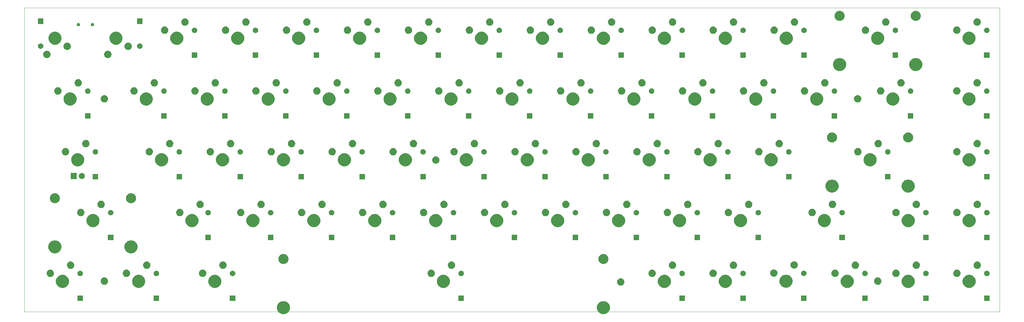
<source format=gbr>
G04 #@! TF.GenerationSoftware,KiCad,Pcbnew,(5.1.4)-1*
G04 #@! TF.CreationDate,2020-02-24T20:41:39-03:00*
G04 #@! TF.ProjectId,TKL2019,544b4c32-3031-4392-9e6b-696361645f70,rev?*
G04 #@! TF.SameCoordinates,Original*
G04 #@! TF.FileFunction,Soldermask,Top*
G04 #@! TF.FilePolarity,Negative*
%FSLAX46Y46*%
G04 Gerber Fmt 4.6, Leading zero omitted, Abs format (unit mm)*
G04 Created by KiCad (PCBNEW (5.1.4)-1) date 2020-02-24 20:41:39*
%MOMM*%
%LPD*%
G04 APERTURE LIST*
%ADD10C,0.050000*%
%ADD11C,0.100000*%
G04 APERTURE END LIST*
D10*
X17550000Y-122700000D02*
X322300000Y-122700000D01*
X17550000Y-27450000D02*
X17550000Y-122700000D01*
X322300000Y-27450000D02*
X17550000Y-27450000D01*
X322300000Y-122700000D02*
X322300000Y-27450000D01*
D11*
G36*
X199087254Y-119447818D02*
G01*
X199460511Y-119602426D01*
X199460513Y-119602427D01*
X199796436Y-119826884D01*
X200082116Y-120112564D01*
X200306574Y-120448489D01*
X200461182Y-120821746D01*
X200540000Y-121217993D01*
X200540000Y-121622007D01*
X200461182Y-122018254D01*
X200306574Y-122391511D01*
X200306573Y-122391513D01*
X200082116Y-122727436D01*
X199796436Y-123013116D01*
X199460513Y-123237573D01*
X199460512Y-123237574D01*
X199460511Y-123237574D01*
X199087254Y-123392182D01*
X198691007Y-123471000D01*
X198286993Y-123471000D01*
X197890746Y-123392182D01*
X197517489Y-123237574D01*
X197517488Y-123237574D01*
X197517487Y-123237573D01*
X197181564Y-123013116D01*
X196895884Y-122727436D01*
X196671427Y-122391513D01*
X196671426Y-122391511D01*
X196516818Y-122018254D01*
X196438000Y-121622007D01*
X196438000Y-121217993D01*
X196516818Y-120821746D01*
X196671426Y-120448489D01*
X196895884Y-120112564D01*
X197181564Y-119826884D01*
X197517487Y-119602427D01*
X197517489Y-119602426D01*
X197890746Y-119447818D01*
X198286993Y-119369000D01*
X198691007Y-119369000D01*
X199087254Y-119447818D01*
X199087254Y-119447818D01*
G37*
G36*
X99087254Y-119447818D02*
G01*
X99460511Y-119602426D01*
X99460513Y-119602427D01*
X99796436Y-119826884D01*
X100082116Y-120112564D01*
X100306574Y-120448489D01*
X100461182Y-120821746D01*
X100540000Y-121217993D01*
X100540000Y-121622007D01*
X100461182Y-122018254D01*
X100306574Y-122391511D01*
X100306573Y-122391513D01*
X100082116Y-122727436D01*
X99796436Y-123013116D01*
X99460513Y-123237573D01*
X99460512Y-123237574D01*
X99460511Y-123237574D01*
X99087254Y-123392182D01*
X98691007Y-123471000D01*
X98286993Y-123471000D01*
X97890746Y-123392182D01*
X97517489Y-123237574D01*
X97517488Y-123237574D01*
X97517487Y-123237573D01*
X97181564Y-123013116D01*
X96895884Y-122727436D01*
X96671427Y-122391513D01*
X96671426Y-122391511D01*
X96516818Y-122018254D01*
X96438000Y-121622007D01*
X96438000Y-121217993D01*
X96516818Y-120821746D01*
X96671426Y-120448489D01*
X96895884Y-120112564D01*
X97181564Y-119826884D01*
X97517487Y-119602427D01*
X97517489Y-119602426D01*
X97890746Y-119447818D01*
X98286993Y-119369000D01*
X98691007Y-119369000D01*
X99087254Y-119447818D01*
X99087254Y-119447818D01*
G37*
G36*
X83440000Y-119351000D02*
G01*
X81738000Y-119351000D01*
X81738000Y-117649000D01*
X83440000Y-117649000D01*
X83440000Y-119351000D01*
X83440000Y-119351000D01*
G37*
G36*
X35820000Y-119351000D02*
G01*
X34118000Y-119351000D01*
X34118000Y-117649000D01*
X35820000Y-117649000D01*
X35820000Y-119351000D01*
X35820000Y-119351000D01*
G37*
G36*
X59630000Y-119351000D02*
G01*
X57928000Y-119351000D01*
X57928000Y-117649000D01*
X59630000Y-117649000D01*
X59630000Y-119351000D01*
X59630000Y-119351000D01*
G37*
G36*
X154880000Y-119351000D02*
G01*
X153178000Y-119351000D01*
X153178000Y-117649000D01*
X154880000Y-117649000D01*
X154880000Y-119351000D01*
X154880000Y-119351000D01*
G37*
G36*
X223935000Y-119351000D02*
G01*
X222233000Y-119351000D01*
X222233000Y-117649000D01*
X223935000Y-117649000D01*
X223935000Y-119351000D01*
X223935000Y-119351000D01*
G37*
G36*
X281085000Y-119351000D02*
G01*
X279383000Y-119351000D01*
X279383000Y-117649000D01*
X281085000Y-117649000D01*
X281085000Y-119351000D01*
X281085000Y-119351000D01*
G37*
G36*
X300135000Y-119351000D02*
G01*
X298433000Y-119351000D01*
X298433000Y-117649000D01*
X300135000Y-117649000D01*
X300135000Y-119351000D01*
X300135000Y-119351000D01*
G37*
G36*
X319185000Y-119351000D02*
G01*
X317483000Y-119351000D01*
X317483000Y-117649000D01*
X319185000Y-117649000D01*
X319185000Y-119351000D01*
X319185000Y-119351000D01*
G37*
G36*
X242985000Y-119351000D02*
G01*
X241283000Y-119351000D01*
X241283000Y-117649000D01*
X242985000Y-117649000D01*
X242985000Y-119351000D01*
X242985000Y-119351000D01*
G37*
G36*
X261951000Y-119301000D02*
G01*
X260249000Y-119301000D01*
X260249000Y-117599000D01*
X261951000Y-117599000D01*
X261951000Y-119301000D01*
X261951000Y-119301000D01*
G37*
G36*
X149087254Y-111207818D02*
G01*
X149460511Y-111362426D01*
X149460513Y-111362427D01*
X149796436Y-111586884D01*
X150082116Y-111872564D01*
X150304885Y-112205960D01*
X150306574Y-112208489D01*
X150461182Y-112581746D01*
X150540000Y-112977993D01*
X150540000Y-113382007D01*
X150461182Y-113778254D01*
X150306574Y-114151511D01*
X150306573Y-114151513D01*
X150082116Y-114487436D01*
X149796436Y-114773116D01*
X149460513Y-114997573D01*
X149460512Y-114997574D01*
X149460511Y-114997574D01*
X149087254Y-115152182D01*
X148691007Y-115231000D01*
X148286993Y-115231000D01*
X147890746Y-115152182D01*
X147517489Y-114997574D01*
X147517488Y-114997574D01*
X147517487Y-114997573D01*
X147181564Y-114773116D01*
X146895884Y-114487436D01*
X146671427Y-114151513D01*
X146671426Y-114151511D01*
X146516818Y-113778254D01*
X146438000Y-113382007D01*
X146438000Y-112977993D01*
X146516818Y-112581746D01*
X146671426Y-112208489D01*
X146673116Y-112205960D01*
X146895884Y-111872564D01*
X147181564Y-111586884D01*
X147517487Y-111362427D01*
X147517489Y-111362426D01*
X147890746Y-111207818D01*
X148286993Y-111129000D01*
X148691007Y-111129000D01*
X149087254Y-111207818D01*
X149087254Y-111207818D01*
G37*
G36*
X53837254Y-111207818D02*
G01*
X54210511Y-111362426D01*
X54210513Y-111362427D01*
X54546436Y-111586884D01*
X54832116Y-111872564D01*
X55054885Y-112205960D01*
X55056574Y-112208489D01*
X55211182Y-112581746D01*
X55290000Y-112977993D01*
X55290000Y-113382007D01*
X55211182Y-113778254D01*
X55056574Y-114151511D01*
X55056573Y-114151513D01*
X54832116Y-114487436D01*
X54546436Y-114773116D01*
X54210513Y-114997573D01*
X54210512Y-114997574D01*
X54210511Y-114997574D01*
X53837254Y-115152182D01*
X53441007Y-115231000D01*
X53036993Y-115231000D01*
X52640746Y-115152182D01*
X52267489Y-114997574D01*
X52267488Y-114997574D01*
X52267487Y-114997573D01*
X51931564Y-114773116D01*
X51645884Y-114487436D01*
X51421427Y-114151513D01*
X51421426Y-114151511D01*
X51266818Y-113778254D01*
X51188000Y-113382007D01*
X51188000Y-112977993D01*
X51266818Y-112581746D01*
X51421426Y-112208489D01*
X51423116Y-112205960D01*
X51645884Y-111872564D01*
X51931564Y-111586884D01*
X52267487Y-111362427D01*
X52267489Y-111362426D01*
X52640746Y-111207818D01*
X53036993Y-111129000D01*
X53441007Y-111129000D01*
X53837254Y-111207818D01*
X53837254Y-111207818D01*
G37*
G36*
X275292254Y-111207818D02*
G01*
X275665511Y-111362426D01*
X275665513Y-111362427D01*
X276001436Y-111586884D01*
X276287116Y-111872564D01*
X276509885Y-112205960D01*
X276511574Y-112208489D01*
X276666182Y-112581746D01*
X276745000Y-112977993D01*
X276745000Y-113382007D01*
X276666182Y-113778254D01*
X276511574Y-114151511D01*
X276511573Y-114151513D01*
X276287116Y-114487436D01*
X276001436Y-114773116D01*
X275665513Y-114997573D01*
X275665512Y-114997574D01*
X275665511Y-114997574D01*
X275292254Y-115152182D01*
X274896007Y-115231000D01*
X274491993Y-115231000D01*
X274095746Y-115152182D01*
X273722489Y-114997574D01*
X273722488Y-114997574D01*
X273722487Y-114997573D01*
X273386564Y-114773116D01*
X273100884Y-114487436D01*
X272876427Y-114151513D01*
X272876426Y-114151511D01*
X272721818Y-113778254D01*
X272643000Y-113382007D01*
X272643000Y-112977993D01*
X272721818Y-112581746D01*
X272876426Y-112208489D01*
X272878116Y-112205960D01*
X273100884Y-111872564D01*
X273386564Y-111586884D01*
X273722487Y-111362427D01*
X273722489Y-111362426D01*
X274095746Y-111207818D01*
X274491993Y-111129000D01*
X274896007Y-111129000D01*
X275292254Y-111207818D01*
X275292254Y-111207818D01*
G37*
G36*
X294342254Y-111207818D02*
G01*
X294715511Y-111362426D01*
X294715513Y-111362427D01*
X295051436Y-111586884D01*
X295337116Y-111872564D01*
X295559885Y-112205960D01*
X295561574Y-112208489D01*
X295716182Y-112581746D01*
X295795000Y-112977993D01*
X295795000Y-113382007D01*
X295716182Y-113778254D01*
X295561574Y-114151511D01*
X295561573Y-114151513D01*
X295337116Y-114487436D01*
X295051436Y-114773116D01*
X294715513Y-114997573D01*
X294715512Y-114997574D01*
X294715511Y-114997574D01*
X294342254Y-115152182D01*
X293946007Y-115231000D01*
X293541993Y-115231000D01*
X293145746Y-115152182D01*
X292772489Y-114997574D01*
X292772488Y-114997574D01*
X292772487Y-114997573D01*
X292436564Y-114773116D01*
X292150884Y-114487436D01*
X291926427Y-114151513D01*
X291926426Y-114151511D01*
X291771818Y-113778254D01*
X291693000Y-113382007D01*
X291693000Y-112977993D01*
X291771818Y-112581746D01*
X291926426Y-112208489D01*
X291928116Y-112205960D01*
X292150884Y-111872564D01*
X292436564Y-111586884D01*
X292772487Y-111362427D01*
X292772489Y-111362426D01*
X293145746Y-111207818D01*
X293541993Y-111129000D01*
X293946007Y-111129000D01*
X294342254Y-111207818D01*
X294342254Y-111207818D01*
G37*
G36*
X313392254Y-111207818D02*
G01*
X313765511Y-111362426D01*
X313765513Y-111362427D01*
X314101436Y-111586884D01*
X314387116Y-111872564D01*
X314609885Y-112205960D01*
X314611574Y-112208489D01*
X314766182Y-112581746D01*
X314845000Y-112977993D01*
X314845000Y-113382007D01*
X314766182Y-113778254D01*
X314611574Y-114151511D01*
X314611573Y-114151513D01*
X314387116Y-114487436D01*
X314101436Y-114773116D01*
X313765513Y-114997573D01*
X313765512Y-114997574D01*
X313765511Y-114997574D01*
X313392254Y-115152182D01*
X312996007Y-115231000D01*
X312591993Y-115231000D01*
X312195746Y-115152182D01*
X311822489Y-114997574D01*
X311822488Y-114997574D01*
X311822487Y-114997573D01*
X311486564Y-114773116D01*
X311200884Y-114487436D01*
X310976427Y-114151513D01*
X310976426Y-114151511D01*
X310821818Y-113778254D01*
X310743000Y-113382007D01*
X310743000Y-112977993D01*
X310821818Y-112581746D01*
X310976426Y-112208489D01*
X310978116Y-112205960D01*
X311200884Y-111872564D01*
X311486564Y-111586884D01*
X311822487Y-111362427D01*
X311822489Y-111362426D01*
X312195746Y-111207818D01*
X312591993Y-111129000D01*
X312996007Y-111129000D01*
X313392254Y-111207818D01*
X313392254Y-111207818D01*
G37*
G36*
X237192254Y-111207818D02*
G01*
X237565511Y-111362426D01*
X237565513Y-111362427D01*
X237901436Y-111586884D01*
X238187116Y-111872564D01*
X238409885Y-112205960D01*
X238411574Y-112208489D01*
X238566182Y-112581746D01*
X238645000Y-112977993D01*
X238645000Y-113382007D01*
X238566182Y-113778254D01*
X238411574Y-114151511D01*
X238411573Y-114151513D01*
X238187116Y-114487436D01*
X237901436Y-114773116D01*
X237565513Y-114997573D01*
X237565512Y-114997574D01*
X237565511Y-114997574D01*
X237192254Y-115152182D01*
X236796007Y-115231000D01*
X236391993Y-115231000D01*
X235995746Y-115152182D01*
X235622489Y-114997574D01*
X235622488Y-114997574D01*
X235622487Y-114997573D01*
X235286564Y-114773116D01*
X235000884Y-114487436D01*
X234776427Y-114151513D01*
X234776426Y-114151511D01*
X234621818Y-113778254D01*
X234543000Y-113382007D01*
X234543000Y-112977993D01*
X234621818Y-112581746D01*
X234776426Y-112208489D01*
X234778116Y-112205960D01*
X235000884Y-111872564D01*
X235286564Y-111586884D01*
X235622487Y-111362427D01*
X235622489Y-111362426D01*
X235995746Y-111207818D01*
X236391993Y-111129000D01*
X236796007Y-111129000D01*
X237192254Y-111207818D01*
X237192254Y-111207818D01*
G37*
G36*
X30027254Y-111207818D02*
G01*
X30400511Y-111362426D01*
X30400513Y-111362427D01*
X30736436Y-111586884D01*
X31022116Y-111872564D01*
X31244885Y-112205960D01*
X31246574Y-112208489D01*
X31401182Y-112581746D01*
X31480000Y-112977993D01*
X31480000Y-113382007D01*
X31401182Y-113778254D01*
X31246574Y-114151511D01*
X31246573Y-114151513D01*
X31022116Y-114487436D01*
X30736436Y-114773116D01*
X30400513Y-114997573D01*
X30400512Y-114997574D01*
X30400511Y-114997574D01*
X30027254Y-115152182D01*
X29631007Y-115231000D01*
X29226993Y-115231000D01*
X28830746Y-115152182D01*
X28457489Y-114997574D01*
X28457488Y-114997574D01*
X28457487Y-114997573D01*
X28121564Y-114773116D01*
X27835884Y-114487436D01*
X27611427Y-114151513D01*
X27611426Y-114151511D01*
X27456818Y-113778254D01*
X27378000Y-113382007D01*
X27378000Y-112977993D01*
X27456818Y-112581746D01*
X27611426Y-112208489D01*
X27613116Y-112205960D01*
X27835884Y-111872564D01*
X28121564Y-111586884D01*
X28457487Y-111362427D01*
X28457489Y-111362426D01*
X28830746Y-111207818D01*
X29226993Y-111129000D01*
X29631007Y-111129000D01*
X30027254Y-111207818D01*
X30027254Y-111207818D01*
G37*
G36*
X218142254Y-111207818D02*
G01*
X218515511Y-111362426D01*
X218515513Y-111362427D01*
X218851436Y-111586884D01*
X219137116Y-111872564D01*
X219359885Y-112205960D01*
X219361574Y-112208489D01*
X219516182Y-112581746D01*
X219595000Y-112977993D01*
X219595000Y-113382007D01*
X219516182Y-113778254D01*
X219361574Y-114151511D01*
X219361573Y-114151513D01*
X219137116Y-114487436D01*
X218851436Y-114773116D01*
X218515513Y-114997573D01*
X218515512Y-114997574D01*
X218515511Y-114997574D01*
X218142254Y-115152182D01*
X217746007Y-115231000D01*
X217341993Y-115231000D01*
X216945746Y-115152182D01*
X216572489Y-114997574D01*
X216572488Y-114997574D01*
X216572487Y-114997573D01*
X216236564Y-114773116D01*
X215950884Y-114487436D01*
X215726427Y-114151513D01*
X215726426Y-114151511D01*
X215571818Y-113778254D01*
X215493000Y-113382007D01*
X215493000Y-112977993D01*
X215571818Y-112581746D01*
X215726426Y-112208489D01*
X215728116Y-112205960D01*
X215950884Y-111872564D01*
X216236564Y-111586884D01*
X216572487Y-111362427D01*
X216572489Y-111362426D01*
X216945746Y-111207818D01*
X217341993Y-111129000D01*
X217746007Y-111129000D01*
X218142254Y-111207818D01*
X218142254Y-111207818D01*
G37*
G36*
X77647254Y-111207818D02*
G01*
X78020511Y-111362426D01*
X78020513Y-111362427D01*
X78356436Y-111586884D01*
X78642116Y-111872564D01*
X78864885Y-112205960D01*
X78866574Y-112208489D01*
X79021182Y-112581746D01*
X79100000Y-112977993D01*
X79100000Y-113382007D01*
X79021182Y-113778254D01*
X78866574Y-114151511D01*
X78866573Y-114151513D01*
X78642116Y-114487436D01*
X78356436Y-114773116D01*
X78020513Y-114997573D01*
X78020512Y-114997574D01*
X78020511Y-114997574D01*
X77647254Y-115152182D01*
X77251007Y-115231000D01*
X76846993Y-115231000D01*
X76450746Y-115152182D01*
X76077489Y-114997574D01*
X76077488Y-114997574D01*
X76077487Y-114997573D01*
X75741564Y-114773116D01*
X75455884Y-114487436D01*
X75231427Y-114151513D01*
X75231426Y-114151511D01*
X75076818Y-113778254D01*
X74998000Y-113382007D01*
X74998000Y-112977993D01*
X75076818Y-112581746D01*
X75231426Y-112208489D01*
X75233116Y-112205960D01*
X75455884Y-111872564D01*
X75741564Y-111586884D01*
X76077487Y-111362427D01*
X76077489Y-111362426D01*
X76450746Y-111207818D01*
X76846993Y-111129000D01*
X77251007Y-111129000D01*
X77647254Y-111207818D01*
X77647254Y-111207818D01*
G37*
G36*
X256158254Y-111157818D02*
G01*
X256531511Y-111312426D01*
X256531513Y-111312427D01*
X256867436Y-111536884D01*
X257153116Y-111822564D01*
X257325128Y-112079997D01*
X257377574Y-112158489D01*
X257532182Y-112531746D01*
X257611000Y-112927993D01*
X257611000Y-113332007D01*
X257532182Y-113728254D01*
X257380801Y-114093720D01*
X257377573Y-114101513D01*
X257153116Y-114437436D01*
X256867436Y-114723116D01*
X256531513Y-114947573D01*
X256531512Y-114947574D01*
X256531511Y-114947574D01*
X256158254Y-115102182D01*
X255762007Y-115181000D01*
X255357993Y-115181000D01*
X254961746Y-115102182D01*
X254588489Y-114947574D01*
X254588488Y-114947574D01*
X254588487Y-114947573D01*
X254252564Y-114723116D01*
X253966884Y-114437436D01*
X253742427Y-114101513D01*
X253739199Y-114093720D01*
X253587818Y-113728254D01*
X253509000Y-113332007D01*
X253509000Y-112927993D01*
X253587818Y-112531746D01*
X253742426Y-112158489D01*
X253794873Y-112079997D01*
X253966884Y-111822564D01*
X254252564Y-111536884D01*
X254588487Y-111312427D01*
X254588489Y-111312426D01*
X254961746Y-111157818D01*
X255357993Y-111079000D01*
X255762007Y-111079000D01*
X256158254Y-111157818D01*
X256158254Y-111157818D01*
G37*
G36*
X204128549Y-112231116D02*
G01*
X204239734Y-112253232D01*
X204449203Y-112339997D01*
X204637720Y-112465960D01*
X204798040Y-112626280D01*
X204924003Y-112814797D01*
X205010768Y-113024266D01*
X205055000Y-113246636D01*
X205055000Y-113473364D01*
X205010768Y-113695734D01*
X204924003Y-113905203D01*
X204798040Y-114093720D01*
X204637720Y-114254040D01*
X204449203Y-114380003D01*
X204239734Y-114466768D01*
X204135829Y-114487436D01*
X204017365Y-114511000D01*
X203790635Y-114511000D01*
X203672171Y-114487436D01*
X203568266Y-114466768D01*
X203358797Y-114380003D01*
X203170280Y-114254040D01*
X203009960Y-114093720D01*
X202883997Y-113905203D01*
X202797232Y-113695734D01*
X202753000Y-113473364D01*
X202753000Y-113246636D01*
X202797232Y-113024266D01*
X202883997Y-112814797D01*
X203009960Y-112626280D01*
X203170280Y-112465960D01*
X203358797Y-112339997D01*
X203568266Y-112253232D01*
X203679451Y-112231116D01*
X203790635Y-112209000D01*
X204017365Y-112209000D01*
X204128549Y-112231116D01*
X204128549Y-112231116D01*
G37*
G36*
X284458549Y-111971116D02*
G01*
X284569734Y-111993232D01*
X284779203Y-112079997D01*
X284967720Y-112205960D01*
X285128040Y-112366280D01*
X285254003Y-112554797D01*
X285340768Y-112764266D01*
X285362884Y-112875451D01*
X285373336Y-112927994D01*
X285385000Y-112986636D01*
X285385000Y-113213364D01*
X285340768Y-113435734D01*
X285254003Y-113645203D01*
X285128040Y-113833720D01*
X284967720Y-113994040D01*
X284779203Y-114120003D01*
X284569734Y-114206768D01*
X284458549Y-114228884D01*
X284347365Y-114251000D01*
X284120635Y-114251000D01*
X284009451Y-114228884D01*
X283898266Y-114206768D01*
X283688797Y-114120003D01*
X283500280Y-113994040D01*
X283339960Y-113833720D01*
X283213997Y-113645203D01*
X283127232Y-113435734D01*
X283083000Y-113213364D01*
X283083000Y-112986636D01*
X283094665Y-112927994D01*
X283105116Y-112875451D01*
X283127232Y-112764266D01*
X283213997Y-112554797D01*
X283339960Y-112366280D01*
X283500280Y-112205960D01*
X283688797Y-112079997D01*
X283898266Y-111993232D01*
X284009451Y-111971116D01*
X284120635Y-111949000D01*
X284347365Y-111949000D01*
X284458549Y-111971116D01*
X284458549Y-111971116D01*
G37*
G36*
X42738549Y-111971116D02*
G01*
X42849734Y-111993232D01*
X43059203Y-112079997D01*
X43247720Y-112205960D01*
X43408040Y-112366280D01*
X43534003Y-112554797D01*
X43620768Y-112764266D01*
X43642884Y-112875451D01*
X43653336Y-112927994D01*
X43665000Y-112986636D01*
X43665000Y-113213364D01*
X43620768Y-113435734D01*
X43534003Y-113645203D01*
X43408040Y-113833720D01*
X43247720Y-113994040D01*
X43059203Y-114120003D01*
X42849734Y-114206768D01*
X42738549Y-114228884D01*
X42627365Y-114251000D01*
X42400635Y-114251000D01*
X42289451Y-114228884D01*
X42178266Y-114206768D01*
X41968797Y-114120003D01*
X41780280Y-113994040D01*
X41619960Y-113833720D01*
X41493997Y-113645203D01*
X41407232Y-113435734D01*
X41363000Y-113213364D01*
X41363000Y-112986636D01*
X41374665Y-112927994D01*
X41385116Y-112875451D01*
X41407232Y-112764266D01*
X41493997Y-112554797D01*
X41619960Y-112366280D01*
X41780280Y-112205960D01*
X41968797Y-112079997D01*
X42178266Y-111993232D01*
X42289451Y-111971116D01*
X42400635Y-111949000D01*
X42627365Y-111949000D01*
X42738549Y-111971116D01*
X42738549Y-111971116D01*
G37*
G36*
X25843549Y-109511116D02*
G01*
X25954734Y-109533232D01*
X26164203Y-109619997D01*
X26352720Y-109745960D01*
X26513040Y-109906280D01*
X26639003Y-110094797D01*
X26705058Y-110254267D01*
X26725768Y-110304267D01*
X26760055Y-110476636D01*
X26770000Y-110526636D01*
X26770000Y-110753364D01*
X26725768Y-110975734D01*
X26639003Y-111185203D01*
X26513040Y-111373720D01*
X26352720Y-111534040D01*
X26164203Y-111660003D01*
X25954734Y-111746768D01*
X25843549Y-111768884D01*
X25732365Y-111791000D01*
X25505635Y-111791000D01*
X25394451Y-111768884D01*
X25283266Y-111746768D01*
X25073797Y-111660003D01*
X24885280Y-111534040D01*
X24724960Y-111373720D01*
X24598997Y-111185203D01*
X24512232Y-110975734D01*
X24468000Y-110753364D01*
X24468000Y-110526636D01*
X24477946Y-110476636D01*
X24512232Y-110304267D01*
X24532943Y-110254267D01*
X24598997Y-110094797D01*
X24724960Y-109906280D01*
X24885280Y-109745960D01*
X25073797Y-109619997D01*
X25283266Y-109533232D01*
X25394451Y-109511116D01*
X25505635Y-109489000D01*
X25732365Y-109489000D01*
X25843549Y-109511116D01*
X25843549Y-109511116D01*
G37*
G36*
X309208549Y-109511116D02*
G01*
X309319734Y-109533232D01*
X309529203Y-109619997D01*
X309717720Y-109745960D01*
X309878040Y-109906280D01*
X310004003Y-110094797D01*
X310070058Y-110254267D01*
X310090768Y-110304267D01*
X310125055Y-110476636D01*
X310135000Y-110526636D01*
X310135000Y-110753364D01*
X310090768Y-110975734D01*
X310004003Y-111185203D01*
X309878040Y-111373720D01*
X309717720Y-111534040D01*
X309529203Y-111660003D01*
X309319734Y-111746768D01*
X309208549Y-111768884D01*
X309097365Y-111791000D01*
X308870635Y-111791000D01*
X308759451Y-111768884D01*
X308648266Y-111746768D01*
X308438797Y-111660003D01*
X308250280Y-111534040D01*
X308089960Y-111373720D01*
X307963997Y-111185203D01*
X307877232Y-110975734D01*
X307833000Y-110753364D01*
X307833000Y-110526636D01*
X307842946Y-110476636D01*
X307877232Y-110304267D01*
X307897943Y-110254267D01*
X307963997Y-110094797D01*
X308089960Y-109906280D01*
X308250280Y-109745960D01*
X308438797Y-109619997D01*
X308648266Y-109533232D01*
X308759451Y-109511116D01*
X308870635Y-109489000D01*
X309097365Y-109489000D01*
X309208549Y-109511116D01*
X309208549Y-109511116D01*
G37*
G36*
X271108549Y-109511116D02*
G01*
X271219734Y-109533232D01*
X271429203Y-109619997D01*
X271617720Y-109745960D01*
X271778040Y-109906280D01*
X271904003Y-110094797D01*
X271970058Y-110254267D01*
X271990768Y-110304267D01*
X272025055Y-110476636D01*
X272035000Y-110526636D01*
X272035000Y-110753364D01*
X271990768Y-110975734D01*
X271904003Y-111185203D01*
X271778040Y-111373720D01*
X271617720Y-111534040D01*
X271429203Y-111660003D01*
X271219734Y-111746768D01*
X271108549Y-111768884D01*
X270997365Y-111791000D01*
X270770635Y-111791000D01*
X270659451Y-111768884D01*
X270548266Y-111746768D01*
X270338797Y-111660003D01*
X270150280Y-111534040D01*
X269989960Y-111373720D01*
X269863997Y-111185203D01*
X269777232Y-110975734D01*
X269733000Y-110753364D01*
X269733000Y-110526636D01*
X269742946Y-110476636D01*
X269777232Y-110304267D01*
X269797943Y-110254267D01*
X269863997Y-110094797D01*
X269989960Y-109906280D01*
X270150280Y-109745960D01*
X270338797Y-109619997D01*
X270548266Y-109533232D01*
X270659451Y-109511116D01*
X270770635Y-109489000D01*
X270997365Y-109489000D01*
X271108549Y-109511116D01*
X271108549Y-109511116D01*
G37*
G36*
X290158549Y-109511116D02*
G01*
X290269734Y-109533232D01*
X290479203Y-109619997D01*
X290667720Y-109745960D01*
X290828040Y-109906280D01*
X290954003Y-110094797D01*
X291020058Y-110254267D01*
X291040768Y-110304267D01*
X291075055Y-110476636D01*
X291085000Y-110526636D01*
X291085000Y-110753364D01*
X291040768Y-110975734D01*
X290954003Y-111185203D01*
X290828040Y-111373720D01*
X290667720Y-111534040D01*
X290479203Y-111660003D01*
X290269734Y-111746768D01*
X290158549Y-111768884D01*
X290047365Y-111791000D01*
X289820635Y-111791000D01*
X289709451Y-111768884D01*
X289598266Y-111746768D01*
X289388797Y-111660003D01*
X289200280Y-111534040D01*
X289039960Y-111373720D01*
X288913997Y-111185203D01*
X288827232Y-110975734D01*
X288783000Y-110753364D01*
X288783000Y-110526636D01*
X288792946Y-110476636D01*
X288827232Y-110304267D01*
X288847943Y-110254267D01*
X288913997Y-110094797D01*
X289039960Y-109906280D01*
X289200280Y-109745960D01*
X289388797Y-109619997D01*
X289598266Y-109533232D01*
X289709451Y-109511116D01*
X289820635Y-109489000D01*
X290047365Y-109489000D01*
X290158549Y-109511116D01*
X290158549Y-109511116D01*
G37*
G36*
X233008549Y-109511116D02*
G01*
X233119734Y-109533232D01*
X233329203Y-109619997D01*
X233517720Y-109745960D01*
X233678040Y-109906280D01*
X233804003Y-110094797D01*
X233870058Y-110254267D01*
X233890768Y-110304267D01*
X233925055Y-110476636D01*
X233935000Y-110526636D01*
X233935000Y-110753364D01*
X233890768Y-110975734D01*
X233804003Y-111185203D01*
X233678040Y-111373720D01*
X233517720Y-111534040D01*
X233329203Y-111660003D01*
X233119734Y-111746768D01*
X233008549Y-111768884D01*
X232897365Y-111791000D01*
X232670635Y-111791000D01*
X232559451Y-111768884D01*
X232448266Y-111746768D01*
X232238797Y-111660003D01*
X232050280Y-111534040D01*
X231889960Y-111373720D01*
X231763997Y-111185203D01*
X231677232Y-110975734D01*
X231633000Y-110753364D01*
X231633000Y-110526636D01*
X231642946Y-110476636D01*
X231677232Y-110304267D01*
X231697943Y-110254267D01*
X231763997Y-110094797D01*
X231889960Y-109906280D01*
X232050280Y-109745960D01*
X232238797Y-109619997D01*
X232448266Y-109533232D01*
X232559451Y-109511116D01*
X232670635Y-109489000D01*
X232897365Y-109489000D01*
X233008549Y-109511116D01*
X233008549Y-109511116D01*
G37*
G36*
X73463549Y-109511116D02*
G01*
X73574734Y-109533232D01*
X73784203Y-109619997D01*
X73972720Y-109745960D01*
X74133040Y-109906280D01*
X74259003Y-110094797D01*
X74325058Y-110254267D01*
X74345768Y-110304267D01*
X74380055Y-110476636D01*
X74390000Y-110526636D01*
X74390000Y-110753364D01*
X74345768Y-110975734D01*
X74259003Y-111185203D01*
X74133040Y-111373720D01*
X73972720Y-111534040D01*
X73784203Y-111660003D01*
X73574734Y-111746768D01*
X73463549Y-111768884D01*
X73352365Y-111791000D01*
X73125635Y-111791000D01*
X73014451Y-111768884D01*
X72903266Y-111746768D01*
X72693797Y-111660003D01*
X72505280Y-111534040D01*
X72344960Y-111373720D01*
X72218997Y-111185203D01*
X72132232Y-110975734D01*
X72088000Y-110753364D01*
X72088000Y-110526636D01*
X72097946Y-110476636D01*
X72132232Y-110304267D01*
X72152943Y-110254267D01*
X72218997Y-110094797D01*
X72344960Y-109906280D01*
X72505280Y-109745960D01*
X72693797Y-109619997D01*
X72903266Y-109533232D01*
X73014451Y-109511116D01*
X73125635Y-109489000D01*
X73352365Y-109489000D01*
X73463549Y-109511116D01*
X73463549Y-109511116D01*
G37*
G36*
X49653549Y-109511116D02*
G01*
X49764734Y-109533232D01*
X49974203Y-109619997D01*
X50162720Y-109745960D01*
X50323040Y-109906280D01*
X50449003Y-110094797D01*
X50515058Y-110254267D01*
X50535768Y-110304267D01*
X50570055Y-110476636D01*
X50580000Y-110526636D01*
X50580000Y-110753364D01*
X50535768Y-110975734D01*
X50449003Y-111185203D01*
X50323040Y-111373720D01*
X50162720Y-111534040D01*
X49974203Y-111660003D01*
X49764734Y-111746768D01*
X49653549Y-111768884D01*
X49542365Y-111791000D01*
X49315635Y-111791000D01*
X49204451Y-111768884D01*
X49093266Y-111746768D01*
X48883797Y-111660003D01*
X48695280Y-111534040D01*
X48534960Y-111373720D01*
X48408997Y-111185203D01*
X48322232Y-110975734D01*
X48278000Y-110753364D01*
X48278000Y-110526636D01*
X48287946Y-110476636D01*
X48322232Y-110304267D01*
X48342943Y-110254267D01*
X48408997Y-110094797D01*
X48534960Y-109906280D01*
X48695280Y-109745960D01*
X48883797Y-109619997D01*
X49093266Y-109533232D01*
X49204451Y-109511116D01*
X49315635Y-109489000D01*
X49542365Y-109489000D01*
X49653549Y-109511116D01*
X49653549Y-109511116D01*
G37*
G36*
X144903549Y-109511116D02*
G01*
X145014734Y-109533232D01*
X145224203Y-109619997D01*
X145412720Y-109745960D01*
X145573040Y-109906280D01*
X145699003Y-110094797D01*
X145765058Y-110254267D01*
X145785768Y-110304267D01*
X145820055Y-110476636D01*
X145830000Y-110526636D01*
X145830000Y-110753364D01*
X145785768Y-110975734D01*
X145699003Y-111185203D01*
X145573040Y-111373720D01*
X145412720Y-111534040D01*
X145224203Y-111660003D01*
X145014734Y-111746768D01*
X144903549Y-111768884D01*
X144792365Y-111791000D01*
X144565635Y-111791000D01*
X144454451Y-111768884D01*
X144343266Y-111746768D01*
X144133797Y-111660003D01*
X143945280Y-111534040D01*
X143784960Y-111373720D01*
X143658997Y-111185203D01*
X143572232Y-110975734D01*
X143528000Y-110753364D01*
X143528000Y-110526636D01*
X143537946Y-110476636D01*
X143572232Y-110304267D01*
X143592943Y-110254267D01*
X143658997Y-110094797D01*
X143784960Y-109906280D01*
X143945280Y-109745960D01*
X144133797Y-109619997D01*
X144343266Y-109533232D01*
X144454451Y-109511116D01*
X144565635Y-109489000D01*
X144792365Y-109489000D01*
X144903549Y-109511116D01*
X144903549Y-109511116D01*
G37*
G36*
X213958549Y-109511116D02*
G01*
X214069734Y-109533232D01*
X214279203Y-109619997D01*
X214467720Y-109745960D01*
X214628040Y-109906280D01*
X214754003Y-110094797D01*
X214820058Y-110254267D01*
X214840768Y-110304267D01*
X214875055Y-110476636D01*
X214885000Y-110526636D01*
X214885000Y-110753364D01*
X214840768Y-110975734D01*
X214754003Y-111185203D01*
X214628040Y-111373720D01*
X214467720Y-111534040D01*
X214279203Y-111660003D01*
X214069734Y-111746768D01*
X213958549Y-111768884D01*
X213847365Y-111791000D01*
X213620635Y-111791000D01*
X213509451Y-111768884D01*
X213398266Y-111746768D01*
X213188797Y-111660003D01*
X213000280Y-111534040D01*
X212839960Y-111373720D01*
X212713997Y-111185203D01*
X212627232Y-110975734D01*
X212583000Y-110753364D01*
X212583000Y-110526636D01*
X212592946Y-110476636D01*
X212627232Y-110304267D01*
X212647943Y-110254267D01*
X212713997Y-110094797D01*
X212839960Y-109906280D01*
X213000280Y-109745960D01*
X213188797Y-109619997D01*
X213398266Y-109533232D01*
X213509451Y-109511116D01*
X213620635Y-109489000D01*
X213847365Y-109489000D01*
X213958549Y-109511116D01*
X213958549Y-109511116D01*
G37*
G36*
X251974549Y-109461116D02*
G01*
X252085734Y-109483232D01*
X252295203Y-109569997D01*
X252483720Y-109695960D01*
X252644040Y-109856280D01*
X252770003Y-110044797D01*
X252856768Y-110254266D01*
X252866714Y-110304267D01*
X252901000Y-110476635D01*
X252901000Y-110703365D01*
X252891054Y-110753365D01*
X252856768Y-110925734D01*
X252836057Y-110975734D01*
X252772573Y-111129000D01*
X252770003Y-111135203D01*
X252644040Y-111323720D01*
X252483720Y-111484040D01*
X252295203Y-111610003D01*
X252085734Y-111696768D01*
X251974549Y-111718884D01*
X251863365Y-111741000D01*
X251636635Y-111741000D01*
X251525451Y-111718884D01*
X251414266Y-111696768D01*
X251204797Y-111610003D01*
X251016280Y-111484040D01*
X250855960Y-111323720D01*
X250729997Y-111135203D01*
X250727428Y-111129000D01*
X250663943Y-110975734D01*
X250643232Y-110925734D01*
X250608946Y-110753365D01*
X250599000Y-110703365D01*
X250599000Y-110476635D01*
X250633286Y-110304267D01*
X250643232Y-110254266D01*
X250729997Y-110044797D01*
X250855960Y-109856280D01*
X251016280Y-109695960D01*
X251204797Y-109569997D01*
X251414266Y-109483232D01*
X251525451Y-109461116D01*
X251636635Y-109439000D01*
X251863365Y-109439000D01*
X251974549Y-109461116D01*
X251974549Y-109461116D01*
G37*
G36*
X318582228Y-109881703D02*
G01*
X318737100Y-109945853D01*
X318876481Y-110038985D01*
X318995015Y-110157519D01*
X319088147Y-110296900D01*
X319152297Y-110451772D01*
X319185000Y-110616184D01*
X319185000Y-110783816D01*
X319152297Y-110948228D01*
X319088147Y-111103100D01*
X318995015Y-111242481D01*
X318876481Y-111361015D01*
X318737100Y-111454147D01*
X318582228Y-111518297D01*
X318417816Y-111551000D01*
X318250184Y-111551000D01*
X318085772Y-111518297D01*
X317930900Y-111454147D01*
X317791519Y-111361015D01*
X317672985Y-111242481D01*
X317579853Y-111103100D01*
X317515703Y-110948228D01*
X317483000Y-110783816D01*
X317483000Y-110616184D01*
X317515703Y-110451772D01*
X317579853Y-110296900D01*
X317672985Y-110157519D01*
X317791519Y-110038985D01*
X317930900Y-109945853D01*
X318085772Y-109881703D01*
X318250184Y-109849000D01*
X318417816Y-109849000D01*
X318582228Y-109881703D01*
X318582228Y-109881703D01*
G37*
G36*
X242382228Y-109881703D02*
G01*
X242537100Y-109945853D01*
X242676481Y-110038985D01*
X242795015Y-110157519D01*
X242888147Y-110296900D01*
X242952297Y-110451772D01*
X242985000Y-110616184D01*
X242985000Y-110783816D01*
X242952297Y-110948228D01*
X242888147Y-111103100D01*
X242795015Y-111242481D01*
X242676481Y-111361015D01*
X242537100Y-111454147D01*
X242382228Y-111518297D01*
X242217816Y-111551000D01*
X242050184Y-111551000D01*
X241885772Y-111518297D01*
X241730900Y-111454147D01*
X241591519Y-111361015D01*
X241472985Y-111242481D01*
X241379853Y-111103100D01*
X241315703Y-110948228D01*
X241283000Y-110783816D01*
X241283000Y-110616184D01*
X241315703Y-110451772D01*
X241379853Y-110296900D01*
X241472985Y-110157519D01*
X241591519Y-110038985D01*
X241730900Y-109945853D01*
X241885772Y-109881703D01*
X242050184Y-109849000D01*
X242217816Y-109849000D01*
X242382228Y-109881703D01*
X242382228Y-109881703D01*
G37*
G36*
X280482228Y-109881703D02*
G01*
X280637100Y-109945853D01*
X280776481Y-110038985D01*
X280895015Y-110157519D01*
X280988147Y-110296900D01*
X281052297Y-110451772D01*
X281085000Y-110616184D01*
X281085000Y-110783816D01*
X281052297Y-110948228D01*
X280988147Y-111103100D01*
X280895015Y-111242481D01*
X280776481Y-111361015D01*
X280637100Y-111454147D01*
X280482228Y-111518297D01*
X280317816Y-111551000D01*
X280150184Y-111551000D01*
X279985772Y-111518297D01*
X279830900Y-111454147D01*
X279691519Y-111361015D01*
X279572985Y-111242481D01*
X279479853Y-111103100D01*
X279415703Y-110948228D01*
X279383000Y-110783816D01*
X279383000Y-110616184D01*
X279415703Y-110451772D01*
X279479853Y-110296900D01*
X279572985Y-110157519D01*
X279691519Y-110038985D01*
X279830900Y-109945853D01*
X279985772Y-109881703D01*
X280150184Y-109849000D01*
X280317816Y-109849000D01*
X280482228Y-109881703D01*
X280482228Y-109881703D01*
G37*
G36*
X223332228Y-109881703D02*
G01*
X223487100Y-109945853D01*
X223626481Y-110038985D01*
X223745015Y-110157519D01*
X223838147Y-110296900D01*
X223902297Y-110451772D01*
X223935000Y-110616184D01*
X223935000Y-110783816D01*
X223902297Y-110948228D01*
X223838147Y-111103100D01*
X223745015Y-111242481D01*
X223626481Y-111361015D01*
X223487100Y-111454147D01*
X223332228Y-111518297D01*
X223167816Y-111551000D01*
X223000184Y-111551000D01*
X222835772Y-111518297D01*
X222680900Y-111454147D01*
X222541519Y-111361015D01*
X222422985Y-111242481D01*
X222329853Y-111103100D01*
X222265703Y-110948228D01*
X222233000Y-110783816D01*
X222233000Y-110616184D01*
X222265703Y-110451772D01*
X222329853Y-110296900D01*
X222422985Y-110157519D01*
X222541519Y-110038985D01*
X222680900Y-109945853D01*
X222835772Y-109881703D01*
X223000184Y-109849000D01*
X223167816Y-109849000D01*
X223332228Y-109881703D01*
X223332228Y-109881703D01*
G37*
G36*
X154277228Y-109881703D02*
G01*
X154432100Y-109945853D01*
X154571481Y-110038985D01*
X154690015Y-110157519D01*
X154783147Y-110296900D01*
X154847297Y-110451772D01*
X154880000Y-110616184D01*
X154880000Y-110783816D01*
X154847297Y-110948228D01*
X154783147Y-111103100D01*
X154690015Y-111242481D01*
X154571481Y-111361015D01*
X154432100Y-111454147D01*
X154277228Y-111518297D01*
X154112816Y-111551000D01*
X153945184Y-111551000D01*
X153780772Y-111518297D01*
X153625900Y-111454147D01*
X153486519Y-111361015D01*
X153367985Y-111242481D01*
X153274853Y-111103100D01*
X153210703Y-110948228D01*
X153178000Y-110783816D01*
X153178000Y-110616184D01*
X153210703Y-110451772D01*
X153274853Y-110296900D01*
X153367985Y-110157519D01*
X153486519Y-110038985D01*
X153625900Y-109945853D01*
X153780772Y-109881703D01*
X153945184Y-109849000D01*
X154112816Y-109849000D01*
X154277228Y-109881703D01*
X154277228Y-109881703D01*
G37*
G36*
X82837228Y-109881703D02*
G01*
X82992100Y-109945853D01*
X83131481Y-110038985D01*
X83250015Y-110157519D01*
X83343147Y-110296900D01*
X83407297Y-110451772D01*
X83440000Y-110616184D01*
X83440000Y-110783816D01*
X83407297Y-110948228D01*
X83343147Y-111103100D01*
X83250015Y-111242481D01*
X83131481Y-111361015D01*
X82992100Y-111454147D01*
X82837228Y-111518297D01*
X82672816Y-111551000D01*
X82505184Y-111551000D01*
X82340772Y-111518297D01*
X82185900Y-111454147D01*
X82046519Y-111361015D01*
X81927985Y-111242481D01*
X81834853Y-111103100D01*
X81770703Y-110948228D01*
X81738000Y-110783816D01*
X81738000Y-110616184D01*
X81770703Y-110451772D01*
X81834853Y-110296900D01*
X81927985Y-110157519D01*
X82046519Y-110038985D01*
X82185900Y-109945853D01*
X82340772Y-109881703D01*
X82505184Y-109849000D01*
X82672816Y-109849000D01*
X82837228Y-109881703D01*
X82837228Y-109881703D01*
G37*
G36*
X59027228Y-109881703D02*
G01*
X59182100Y-109945853D01*
X59321481Y-110038985D01*
X59440015Y-110157519D01*
X59533147Y-110296900D01*
X59597297Y-110451772D01*
X59630000Y-110616184D01*
X59630000Y-110783816D01*
X59597297Y-110948228D01*
X59533147Y-111103100D01*
X59440015Y-111242481D01*
X59321481Y-111361015D01*
X59182100Y-111454147D01*
X59027228Y-111518297D01*
X58862816Y-111551000D01*
X58695184Y-111551000D01*
X58530772Y-111518297D01*
X58375900Y-111454147D01*
X58236519Y-111361015D01*
X58117985Y-111242481D01*
X58024853Y-111103100D01*
X57960703Y-110948228D01*
X57928000Y-110783816D01*
X57928000Y-110616184D01*
X57960703Y-110451772D01*
X58024853Y-110296900D01*
X58117985Y-110157519D01*
X58236519Y-110038985D01*
X58375900Y-109945853D01*
X58530772Y-109881703D01*
X58695184Y-109849000D01*
X58862816Y-109849000D01*
X59027228Y-109881703D01*
X59027228Y-109881703D01*
G37*
G36*
X35217228Y-109881703D02*
G01*
X35372100Y-109945853D01*
X35511481Y-110038985D01*
X35630015Y-110157519D01*
X35723147Y-110296900D01*
X35787297Y-110451772D01*
X35820000Y-110616184D01*
X35820000Y-110783816D01*
X35787297Y-110948228D01*
X35723147Y-111103100D01*
X35630015Y-111242481D01*
X35511481Y-111361015D01*
X35372100Y-111454147D01*
X35217228Y-111518297D01*
X35052816Y-111551000D01*
X34885184Y-111551000D01*
X34720772Y-111518297D01*
X34565900Y-111454147D01*
X34426519Y-111361015D01*
X34307985Y-111242481D01*
X34214853Y-111103100D01*
X34150703Y-110948228D01*
X34118000Y-110783816D01*
X34118000Y-110616184D01*
X34150703Y-110451772D01*
X34214853Y-110296900D01*
X34307985Y-110157519D01*
X34426519Y-110038985D01*
X34565900Y-109945853D01*
X34720772Y-109881703D01*
X34885184Y-109849000D01*
X35052816Y-109849000D01*
X35217228Y-109881703D01*
X35217228Y-109881703D01*
G37*
G36*
X299532228Y-109881703D02*
G01*
X299687100Y-109945853D01*
X299826481Y-110038985D01*
X299945015Y-110157519D01*
X300038147Y-110296900D01*
X300102297Y-110451772D01*
X300135000Y-110616184D01*
X300135000Y-110783816D01*
X300102297Y-110948228D01*
X300038147Y-111103100D01*
X299945015Y-111242481D01*
X299826481Y-111361015D01*
X299687100Y-111454147D01*
X299532228Y-111518297D01*
X299367816Y-111551000D01*
X299200184Y-111551000D01*
X299035772Y-111518297D01*
X298880900Y-111454147D01*
X298741519Y-111361015D01*
X298622985Y-111242481D01*
X298529853Y-111103100D01*
X298465703Y-110948228D01*
X298433000Y-110783816D01*
X298433000Y-110616184D01*
X298465703Y-110451772D01*
X298529853Y-110296900D01*
X298622985Y-110157519D01*
X298741519Y-110038985D01*
X298880900Y-109945853D01*
X299035772Y-109881703D01*
X299200184Y-109849000D01*
X299367816Y-109849000D01*
X299532228Y-109881703D01*
X299532228Y-109881703D01*
G37*
G36*
X261348228Y-109831703D02*
G01*
X261503100Y-109895853D01*
X261642481Y-109988985D01*
X261761015Y-110107519D01*
X261854147Y-110246900D01*
X261918297Y-110401772D01*
X261951000Y-110566184D01*
X261951000Y-110733816D01*
X261918297Y-110898228D01*
X261854147Y-111053100D01*
X261761015Y-111192481D01*
X261642481Y-111311015D01*
X261503100Y-111404147D01*
X261348228Y-111468297D01*
X261183816Y-111501000D01*
X261016184Y-111501000D01*
X260851772Y-111468297D01*
X260696900Y-111404147D01*
X260557519Y-111311015D01*
X260438985Y-111192481D01*
X260345853Y-111053100D01*
X260281703Y-110898228D01*
X260249000Y-110733816D01*
X260249000Y-110566184D01*
X260281703Y-110401772D01*
X260345853Y-110246900D01*
X260438985Y-110107519D01*
X260557519Y-109988985D01*
X260696900Y-109895853D01*
X260851772Y-109831703D01*
X261016184Y-109799000D01*
X261183816Y-109799000D01*
X261348228Y-109831703D01*
X261348228Y-109831703D01*
G37*
G36*
X296508549Y-106971116D02*
G01*
X296619734Y-106993232D01*
X296829203Y-107079997D01*
X297017720Y-107205960D01*
X297178040Y-107366280D01*
X297304003Y-107554797D01*
X297370058Y-107714267D01*
X297390768Y-107764267D01*
X297425055Y-107936636D01*
X297435000Y-107986636D01*
X297435000Y-108213364D01*
X297390768Y-108435734D01*
X297304003Y-108645203D01*
X297178040Y-108833720D01*
X297017720Y-108994040D01*
X296829203Y-109120003D01*
X296619734Y-109206768D01*
X296508549Y-109228884D01*
X296397365Y-109251000D01*
X296170635Y-109251000D01*
X296059451Y-109228884D01*
X295948266Y-109206768D01*
X295738797Y-109120003D01*
X295550280Y-108994040D01*
X295389960Y-108833720D01*
X295263997Y-108645203D01*
X295177232Y-108435734D01*
X295133000Y-108213364D01*
X295133000Y-107986636D01*
X295142946Y-107936636D01*
X295177232Y-107764267D01*
X295197943Y-107714267D01*
X295263997Y-107554797D01*
X295389960Y-107366280D01*
X295550280Y-107205960D01*
X295738797Y-107079997D01*
X295948266Y-106993232D01*
X296059451Y-106971116D01*
X296170635Y-106949000D01*
X296397365Y-106949000D01*
X296508549Y-106971116D01*
X296508549Y-106971116D01*
G37*
G36*
X151253549Y-106971116D02*
G01*
X151364734Y-106993232D01*
X151574203Y-107079997D01*
X151762720Y-107205960D01*
X151923040Y-107366280D01*
X152049003Y-107554797D01*
X152115058Y-107714267D01*
X152135768Y-107764267D01*
X152170055Y-107936636D01*
X152180000Y-107986636D01*
X152180000Y-108213364D01*
X152135768Y-108435734D01*
X152049003Y-108645203D01*
X151923040Y-108833720D01*
X151762720Y-108994040D01*
X151574203Y-109120003D01*
X151364734Y-109206768D01*
X151253549Y-109228884D01*
X151142365Y-109251000D01*
X150915635Y-109251000D01*
X150804451Y-109228884D01*
X150693266Y-109206768D01*
X150483797Y-109120003D01*
X150295280Y-108994040D01*
X150134960Y-108833720D01*
X150008997Y-108645203D01*
X149922232Y-108435734D01*
X149878000Y-108213364D01*
X149878000Y-107986636D01*
X149887946Y-107936636D01*
X149922232Y-107764267D01*
X149942943Y-107714267D01*
X150008997Y-107554797D01*
X150134960Y-107366280D01*
X150295280Y-107205960D01*
X150483797Y-107079997D01*
X150693266Y-106993232D01*
X150804451Y-106971116D01*
X150915635Y-106949000D01*
X151142365Y-106949000D01*
X151253549Y-106971116D01*
X151253549Y-106971116D01*
G37*
G36*
X56003549Y-106971116D02*
G01*
X56114734Y-106993232D01*
X56324203Y-107079997D01*
X56512720Y-107205960D01*
X56673040Y-107366280D01*
X56799003Y-107554797D01*
X56865058Y-107714267D01*
X56885768Y-107764267D01*
X56920055Y-107936636D01*
X56930000Y-107986636D01*
X56930000Y-108213364D01*
X56885768Y-108435734D01*
X56799003Y-108645203D01*
X56673040Y-108833720D01*
X56512720Y-108994040D01*
X56324203Y-109120003D01*
X56114734Y-109206768D01*
X56003549Y-109228884D01*
X55892365Y-109251000D01*
X55665635Y-109251000D01*
X55554451Y-109228884D01*
X55443266Y-109206768D01*
X55233797Y-109120003D01*
X55045280Y-108994040D01*
X54884960Y-108833720D01*
X54758997Y-108645203D01*
X54672232Y-108435734D01*
X54628000Y-108213364D01*
X54628000Y-107986636D01*
X54637946Y-107936636D01*
X54672232Y-107764267D01*
X54692943Y-107714267D01*
X54758997Y-107554797D01*
X54884960Y-107366280D01*
X55045280Y-107205960D01*
X55233797Y-107079997D01*
X55443266Y-106993232D01*
X55554451Y-106971116D01*
X55665635Y-106949000D01*
X55892365Y-106949000D01*
X56003549Y-106971116D01*
X56003549Y-106971116D01*
G37*
G36*
X79813549Y-106971116D02*
G01*
X79924734Y-106993232D01*
X80134203Y-107079997D01*
X80322720Y-107205960D01*
X80483040Y-107366280D01*
X80609003Y-107554797D01*
X80675058Y-107714267D01*
X80695768Y-107764267D01*
X80730055Y-107936636D01*
X80740000Y-107986636D01*
X80740000Y-108213364D01*
X80695768Y-108435734D01*
X80609003Y-108645203D01*
X80483040Y-108833720D01*
X80322720Y-108994040D01*
X80134203Y-109120003D01*
X79924734Y-109206768D01*
X79813549Y-109228884D01*
X79702365Y-109251000D01*
X79475635Y-109251000D01*
X79364451Y-109228884D01*
X79253266Y-109206768D01*
X79043797Y-109120003D01*
X78855280Y-108994040D01*
X78694960Y-108833720D01*
X78568997Y-108645203D01*
X78482232Y-108435734D01*
X78438000Y-108213364D01*
X78438000Y-107986636D01*
X78447946Y-107936636D01*
X78482232Y-107764267D01*
X78502943Y-107714267D01*
X78568997Y-107554797D01*
X78694960Y-107366280D01*
X78855280Y-107205960D01*
X79043797Y-107079997D01*
X79253266Y-106993232D01*
X79364451Y-106971116D01*
X79475635Y-106949000D01*
X79702365Y-106949000D01*
X79813549Y-106971116D01*
X79813549Y-106971116D01*
G37*
G36*
X220308549Y-106971116D02*
G01*
X220419734Y-106993232D01*
X220629203Y-107079997D01*
X220817720Y-107205960D01*
X220978040Y-107366280D01*
X221104003Y-107554797D01*
X221170058Y-107714267D01*
X221190768Y-107764267D01*
X221225055Y-107936636D01*
X221235000Y-107986636D01*
X221235000Y-108213364D01*
X221190768Y-108435734D01*
X221104003Y-108645203D01*
X220978040Y-108833720D01*
X220817720Y-108994040D01*
X220629203Y-109120003D01*
X220419734Y-109206768D01*
X220308549Y-109228884D01*
X220197365Y-109251000D01*
X219970635Y-109251000D01*
X219859451Y-109228884D01*
X219748266Y-109206768D01*
X219538797Y-109120003D01*
X219350280Y-108994040D01*
X219189960Y-108833720D01*
X219063997Y-108645203D01*
X218977232Y-108435734D01*
X218933000Y-108213364D01*
X218933000Y-107986636D01*
X218942946Y-107936636D01*
X218977232Y-107764267D01*
X218997943Y-107714267D01*
X219063997Y-107554797D01*
X219189960Y-107366280D01*
X219350280Y-107205960D01*
X219538797Y-107079997D01*
X219748266Y-106993232D01*
X219859451Y-106971116D01*
X219970635Y-106949000D01*
X220197365Y-106949000D01*
X220308549Y-106971116D01*
X220308549Y-106971116D01*
G37*
G36*
X32193549Y-106971116D02*
G01*
X32304734Y-106993232D01*
X32514203Y-107079997D01*
X32702720Y-107205960D01*
X32863040Y-107366280D01*
X32989003Y-107554797D01*
X33055058Y-107714267D01*
X33075768Y-107764267D01*
X33110055Y-107936636D01*
X33120000Y-107986636D01*
X33120000Y-108213364D01*
X33075768Y-108435734D01*
X32989003Y-108645203D01*
X32863040Y-108833720D01*
X32702720Y-108994040D01*
X32514203Y-109120003D01*
X32304734Y-109206768D01*
X32193549Y-109228884D01*
X32082365Y-109251000D01*
X31855635Y-109251000D01*
X31744451Y-109228884D01*
X31633266Y-109206768D01*
X31423797Y-109120003D01*
X31235280Y-108994040D01*
X31074960Y-108833720D01*
X30948997Y-108645203D01*
X30862232Y-108435734D01*
X30818000Y-108213364D01*
X30818000Y-107986636D01*
X30827946Y-107936636D01*
X30862232Y-107764267D01*
X30882943Y-107714267D01*
X30948997Y-107554797D01*
X31074960Y-107366280D01*
X31235280Y-107205960D01*
X31423797Y-107079997D01*
X31633266Y-106993232D01*
X31744451Y-106971116D01*
X31855635Y-106949000D01*
X32082365Y-106949000D01*
X32193549Y-106971116D01*
X32193549Y-106971116D01*
G37*
G36*
X277458549Y-106971116D02*
G01*
X277569734Y-106993232D01*
X277779203Y-107079997D01*
X277967720Y-107205960D01*
X278128040Y-107366280D01*
X278254003Y-107554797D01*
X278320058Y-107714267D01*
X278340768Y-107764267D01*
X278375055Y-107936636D01*
X278385000Y-107986636D01*
X278385000Y-108213364D01*
X278340768Y-108435734D01*
X278254003Y-108645203D01*
X278128040Y-108833720D01*
X277967720Y-108994040D01*
X277779203Y-109120003D01*
X277569734Y-109206768D01*
X277458549Y-109228884D01*
X277347365Y-109251000D01*
X277120635Y-109251000D01*
X277009451Y-109228884D01*
X276898266Y-109206768D01*
X276688797Y-109120003D01*
X276500280Y-108994040D01*
X276339960Y-108833720D01*
X276213997Y-108645203D01*
X276127232Y-108435734D01*
X276083000Y-108213364D01*
X276083000Y-107986636D01*
X276092946Y-107936636D01*
X276127232Y-107764267D01*
X276147943Y-107714267D01*
X276213997Y-107554797D01*
X276339960Y-107366280D01*
X276500280Y-107205960D01*
X276688797Y-107079997D01*
X276898266Y-106993232D01*
X277009451Y-106971116D01*
X277120635Y-106949000D01*
X277347365Y-106949000D01*
X277458549Y-106971116D01*
X277458549Y-106971116D01*
G37*
G36*
X239358549Y-106971116D02*
G01*
X239469734Y-106993232D01*
X239679203Y-107079997D01*
X239867720Y-107205960D01*
X240028040Y-107366280D01*
X240154003Y-107554797D01*
X240220058Y-107714267D01*
X240240768Y-107764267D01*
X240275055Y-107936636D01*
X240285000Y-107986636D01*
X240285000Y-108213364D01*
X240240768Y-108435734D01*
X240154003Y-108645203D01*
X240028040Y-108833720D01*
X239867720Y-108994040D01*
X239679203Y-109120003D01*
X239469734Y-109206768D01*
X239358549Y-109228884D01*
X239247365Y-109251000D01*
X239020635Y-109251000D01*
X238909451Y-109228884D01*
X238798266Y-109206768D01*
X238588797Y-109120003D01*
X238400280Y-108994040D01*
X238239960Y-108833720D01*
X238113997Y-108645203D01*
X238027232Y-108435734D01*
X237983000Y-108213364D01*
X237983000Y-107986636D01*
X237992946Y-107936636D01*
X238027232Y-107764267D01*
X238047943Y-107714267D01*
X238113997Y-107554797D01*
X238239960Y-107366280D01*
X238400280Y-107205960D01*
X238588797Y-107079997D01*
X238798266Y-106993232D01*
X238909451Y-106971116D01*
X239020635Y-106949000D01*
X239247365Y-106949000D01*
X239358549Y-106971116D01*
X239358549Y-106971116D01*
G37*
G36*
X315558549Y-106971116D02*
G01*
X315669734Y-106993232D01*
X315879203Y-107079997D01*
X316067720Y-107205960D01*
X316228040Y-107366280D01*
X316354003Y-107554797D01*
X316420058Y-107714267D01*
X316440768Y-107764267D01*
X316475055Y-107936636D01*
X316485000Y-107986636D01*
X316485000Y-108213364D01*
X316440768Y-108435734D01*
X316354003Y-108645203D01*
X316228040Y-108833720D01*
X316067720Y-108994040D01*
X315879203Y-109120003D01*
X315669734Y-109206768D01*
X315558549Y-109228884D01*
X315447365Y-109251000D01*
X315220635Y-109251000D01*
X315109451Y-109228884D01*
X314998266Y-109206768D01*
X314788797Y-109120003D01*
X314600280Y-108994040D01*
X314439960Y-108833720D01*
X314313997Y-108645203D01*
X314227232Y-108435734D01*
X314183000Y-108213364D01*
X314183000Y-107986636D01*
X314192946Y-107936636D01*
X314227232Y-107764267D01*
X314247943Y-107714267D01*
X314313997Y-107554797D01*
X314439960Y-107366280D01*
X314600280Y-107205960D01*
X314788797Y-107079997D01*
X314998266Y-106993232D01*
X315109451Y-106971116D01*
X315220635Y-106949000D01*
X315447365Y-106949000D01*
X315558549Y-106971116D01*
X315558549Y-106971116D01*
G37*
G36*
X258324549Y-106921116D02*
G01*
X258435734Y-106943232D01*
X258645203Y-107029997D01*
X258833720Y-107155960D01*
X258994040Y-107316280D01*
X259120003Y-107504797D01*
X259206768Y-107714266D01*
X259216714Y-107764267D01*
X259251000Y-107936635D01*
X259251000Y-108163365D01*
X259241054Y-108213365D01*
X259206768Y-108385734D01*
X259120003Y-108595203D01*
X258994040Y-108783720D01*
X258833720Y-108944040D01*
X258645203Y-109070003D01*
X258435734Y-109156768D01*
X258324549Y-109178884D01*
X258213365Y-109201000D01*
X257986635Y-109201000D01*
X257875451Y-109178884D01*
X257764266Y-109156768D01*
X257554797Y-109070003D01*
X257366280Y-108944040D01*
X257205960Y-108783720D01*
X257079997Y-108595203D01*
X256993232Y-108385734D01*
X256958946Y-108213365D01*
X256949000Y-108163365D01*
X256949000Y-107936635D01*
X256983286Y-107764267D01*
X256993232Y-107714266D01*
X257079997Y-107504797D01*
X257205960Y-107316280D01*
X257366280Y-107155960D01*
X257554797Y-107029997D01*
X257764266Y-106943232D01*
X257875451Y-106921116D01*
X257986635Y-106899000D01*
X258213365Y-106899000D01*
X258324549Y-106921116D01*
X258324549Y-106921116D01*
G37*
G36*
X198720083Y-104619090D02*
G01*
X198948702Y-104664564D01*
X199235516Y-104783367D01*
X199493642Y-104955841D01*
X199713159Y-105175358D01*
X199885633Y-105433484D01*
X200004436Y-105720298D01*
X200065000Y-106024778D01*
X200065000Y-106335222D01*
X200004436Y-106639702D01*
X199885633Y-106926516D01*
X199713159Y-107184642D01*
X199493642Y-107404159D01*
X199235516Y-107576633D01*
X198948702Y-107695436D01*
X198720083Y-107740910D01*
X198644224Y-107756000D01*
X198333776Y-107756000D01*
X198257917Y-107740910D01*
X198029298Y-107695436D01*
X197742484Y-107576633D01*
X197484358Y-107404159D01*
X197264841Y-107184642D01*
X197092367Y-106926516D01*
X196973564Y-106639702D01*
X196913000Y-106335222D01*
X196913000Y-106024778D01*
X196973564Y-105720298D01*
X197092367Y-105433484D01*
X197264841Y-105175358D01*
X197484358Y-104955841D01*
X197742484Y-104783367D01*
X198029298Y-104664564D01*
X198257917Y-104619090D01*
X198333776Y-104604000D01*
X198644224Y-104604000D01*
X198720083Y-104619090D01*
X198720083Y-104619090D01*
G37*
G36*
X98720083Y-104619090D02*
G01*
X98948702Y-104664564D01*
X99235516Y-104783367D01*
X99493642Y-104955841D01*
X99713159Y-105175358D01*
X99885633Y-105433484D01*
X100004436Y-105720298D01*
X100065000Y-106024778D01*
X100065000Y-106335222D01*
X100004436Y-106639702D01*
X99885633Y-106926516D01*
X99713159Y-107184642D01*
X99493642Y-107404159D01*
X99235516Y-107576633D01*
X98948702Y-107695436D01*
X98720083Y-107740910D01*
X98644224Y-107756000D01*
X98333776Y-107756000D01*
X98257917Y-107740910D01*
X98029298Y-107695436D01*
X97742484Y-107576633D01*
X97484358Y-107404159D01*
X97264841Y-107184642D01*
X97092367Y-106926516D01*
X96973564Y-106639702D01*
X96913000Y-106335222D01*
X96913000Y-106024778D01*
X96973564Y-105720298D01*
X97092367Y-105433484D01*
X97264841Y-105175358D01*
X97484358Y-104955841D01*
X97742484Y-104783367D01*
X98029298Y-104664564D01*
X98257917Y-104619090D01*
X98333776Y-104604000D01*
X98644224Y-104604000D01*
X98720083Y-104619090D01*
X98720083Y-104619090D01*
G37*
G36*
X27652254Y-100397818D02*
G01*
X28025511Y-100552426D01*
X28025513Y-100552427D01*
X28361436Y-100776884D01*
X28647116Y-101062564D01*
X28871574Y-101398489D01*
X29026182Y-101771746D01*
X29105000Y-102167993D01*
X29105000Y-102572007D01*
X29026182Y-102968254D01*
X28871574Y-103341511D01*
X28871573Y-103341513D01*
X28647116Y-103677436D01*
X28361436Y-103963116D01*
X28025513Y-104187573D01*
X28025512Y-104187574D01*
X28025511Y-104187574D01*
X27652254Y-104342182D01*
X27256007Y-104421000D01*
X26851993Y-104421000D01*
X26455746Y-104342182D01*
X26082489Y-104187574D01*
X26082488Y-104187574D01*
X26082487Y-104187573D01*
X25746564Y-103963116D01*
X25460884Y-103677436D01*
X25236427Y-103341513D01*
X25236426Y-103341511D01*
X25081818Y-102968254D01*
X25003000Y-102572007D01*
X25003000Y-102167993D01*
X25081818Y-101771746D01*
X25236426Y-101398489D01*
X25460884Y-101062564D01*
X25746564Y-100776884D01*
X26082487Y-100552427D01*
X26082489Y-100552426D01*
X26455746Y-100397818D01*
X26851993Y-100319000D01*
X27256007Y-100319000D01*
X27652254Y-100397818D01*
X27652254Y-100397818D01*
G37*
G36*
X51452254Y-100397818D02*
G01*
X51825511Y-100552426D01*
X51825513Y-100552427D01*
X52161436Y-100776884D01*
X52447116Y-101062564D01*
X52671574Y-101398489D01*
X52826182Y-101771746D01*
X52905000Y-102167993D01*
X52905000Y-102572007D01*
X52826182Y-102968254D01*
X52671574Y-103341511D01*
X52671573Y-103341513D01*
X52447116Y-103677436D01*
X52161436Y-103963116D01*
X51825513Y-104187573D01*
X51825512Y-104187574D01*
X51825511Y-104187574D01*
X51452254Y-104342182D01*
X51056007Y-104421000D01*
X50651993Y-104421000D01*
X50255746Y-104342182D01*
X49882489Y-104187574D01*
X49882488Y-104187574D01*
X49882487Y-104187573D01*
X49546564Y-103963116D01*
X49260884Y-103677436D01*
X49036427Y-103341513D01*
X49036426Y-103341511D01*
X48881818Y-102968254D01*
X48803000Y-102572007D01*
X48803000Y-102167993D01*
X48881818Y-101771746D01*
X49036426Y-101398489D01*
X49260884Y-101062564D01*
X49546564Y-100776884D01*
X49882487Y-100552427D01*
X49882489Y-100552426D01*
X50255746Y-100397818D01*
X50651993Y-100319000D01*
X51056007Y-100319000D01*
X51452254Y-100397818D01*
X51452254Y-100397818D01*
G37*
G36*
X133445000Y-100301000D02*
G01*
X131743000Y-100301000D01*
X131743000Y-98599000D01*
X133445000Y-98599000D01*
X133445000Y-100301000D01*
X133445000Y-100301000D01*
G37*
G36*
X114395000Y-100301000D02*
G01*
X112693000Y-100301000D01*
X112693000Y-98599000D01*
X114395000Y-98599000D01*
X114395000Y-100301000D01*
X114395000Y-100301000D01*
G37*
G36*
X95345000Y-100301000D02*
G01*
X93643000Y-100301000D01*
X93643000Y-98599000D01*
X95345000Y-98599000D01*
X95345000Y-100301000D01*
X95345000Y-100301000D01*
G37*
G36*
X75795000Y-100301000D02*
G01*
X74093000Y-100301000D01*
X74093000Y-98599000D01*
X75795000Y-98599000D01*
X75795000Y-100301000D01*
X75795000Y-100301000D01*
G37*
G36*
X45345000Y-100301000D02*
G01*
X43643000Y-100301000D01*
X43643000Y-98599000D01*
X45345000Y-98599000D01*
X45345000Y-100301000D01*
X45345000Y-100301000D01*
G37*
G36*
X319187500Y-100301000D02*
G01*
X317485500Y-100301000D01*
X317485500Y-98599000D01*
X319187500Y-98599000D01*
X319187500Y-100301000D01*
X319187500Y-100301000D01*
G37*
G36*
X300137500Y-100301000D02*
G01*
X298435500Y-100301000D01*
X298435500Y-98599000D01*
X300137500Y-98599000D01*
X300137500Y-100301000D01*
X300137500Y-100301000D01*
G37*
G36*
X228695000Y-100301000D02*
G01*
X226993000Y-100301000D01*
X226993000Y-98599000D01*
X228695000Y-98599000D01*
X228695000Y-100301000D01*
X228695000Y-100301000D01*
G37*
G36*
X209645000Y-100301000D02*
G01*
X207943000Y-100301000D01*
X207943000Y-98599000D01*
X209645000Y-98599000D01*
X209645000Y-100301000D01*
X209645000Y-100301000D01*
G37*
G36*
X190595000Y-100301000D02*
G01*
X188893000Y-100301000D01*
X188893000Y-98599000D01*
X190595000Y-98599000D01*
X190595000Y-100301000D01*
X190595000Y-100301000D01*
G37*
G36*
X171545000Y-100301000D02*
G01*
X169843000Y-100301000D01*
X169843000Y-98599000D01*
X171545000Y-98599000D01*
X171545000Y-100301000D01*
X171545000Y-100301000D01*
G37*
G36*
X152495000Y-100301000D02*
G01*
X150793000Y-100301000D01*
X150793000Y-98599000D01*
X152495000Y-98599000D01*
X152495000Y-100301000D01*
X152495000Y-100301000D01*
G37*
G36*
X273937500Y-100301000D02*
G01*
X272235500Y-100301000D01*
X272235500Y-98599000D01*
X273937500Y-98599000D01*
X273937500Y-100301000D01*
X273937500Y-100301000D01*
G37*
G36*
X247745000Y-100301000D02*
G01*
X246043000Y-100301000D01*
X246043000Y-98599000D01*
X247745000Y-98599000D01*
X247745000Y-100301000D01*
X247745000Y-100301000D01*
G37*
G36*
X268144754Y-92157818D02*
G01*
X268518011Y-92312426D01*
X268518013Y-92312427D01*
X268800232Y-92501000D01*
X268853936Y-92536884D01*
X269139616Y-92822564D01*
X269364074Y-93158489D01*
X269518682Y-93531746D01*
X269597500Y-93927993D01*
X269597500Y-94332007D01*
X269518682Y-94728254D01*
X269364074Y-95101511D01*
X269364073Y-95101513D01*
X269139616Y-95437436D01*
X268853936Y-95723116D01*
X268518013Y-95947573D01*
X268518012Y-95947574D01*
X268518011Y-95947574D01*
X268144754Y-96102182D01*
X267748507Y-96181000D01*
X267344493Y-96181000D01*
X266948246Y-96102182D01*
X266574989Y-95947574D01*
X266574988Y-95947574D01*
X266574987Y-95947573D01*
X266239064Y-95723116D01*
X265953384Y-95437436D01*
X265728927Y-95101513D01*
X265728926Y-95101511D01*
X265574318Y-94728254D01*
X265495500Y-94332007D01*
X265495500Y-93927993D01*
X265574318Y-93531746D01*
X265728926Y-93158489D01*
X265953384Y-92822564D01*
X266239064Y-92536884D01*
X266292768Y-92501000D01*
X266574987Y-92312427D01*
X266574989Y-92312426D01*
X266948246Y-92157818D01*
X267344493Y-92079000D01*
X267748507Y-92079000D01*
X268144754Y-92157818D01*
X268144754Y-92157818D01*
G37*
G36*
X108602254Y-92157818D02*
G01*
X108975511Y-92312426D01*
X108975513Y-92312427D01*
X109257732Y-92501000D01*
X109311436Y-92536884D01*
X109597116Y-92822564D01*
X109821574Y-93158489D01*
X109976182Y-93531746D01*
X110055000Y-93927993D01*
X110055000Y-94332007D01*
X109976182Y-94728254D01*
X109821574Y-95101511D01*
X109821573Y-95101513D01*
X109597116Y-95437436D01*
X109311436Y-95723116D01*
X108975513Y-95947573D01*
X108975512Y-95947574D01*
X108975511Y-95947574D01*
X108602254Y-96102182D01*
X108206007Y-96181000D01*
X107801993Y-96181000D01*
X107405746Y-96102182D01*
X107032489Y-95947574D01*
X107032488Y-95947574D01*
X107032487Y-95947573D01*
X106696564Y-95723116D01*
X106410884Y-95437436D01*
X106186427Y-95101513D01*
X106186426Y-95101511D01*
X106031818Y-94728254D01*
X105953000Y-94332007D01*
X105953000Y-93927993D01*
X106031818Y-93531746D01*
X106186426Y-93158489D01*
X106410884Y-92822564D01*
X106696564Y-92536884D01*
X106750268Y-92501000D01*
X107032487Y-92312427D01*
X107032489Y-92312426D01*
X107405746Y-92157818D01*
X107801993Y-92079000D01*
X108206007Y-92079000D01*
X108602254Y-92157818D01*
X108602254Y-92157818D01*
G37*
G36*
X39552254Y-92157818D02*
G01*
X39925511Y-92312426D01*
X39925513Y-92312427D01*
X40207732Y-92501000D01*
X40261436Y-92536884D01*
X40547116Y-92822564D01*
X40771574Y-93158489D01*
X40926182Y-93531746D01*
X41005000Y-93927993D01*
X41005000Y-94332007D01*
X40926182Y-94728254D01*
X40771574Y-95101511D01*
X40771573Y-95101513D01*
X40547116Y-95437436D01*
X40261436Y-95723116D01*
X39925513Y-95947573D01*
X39925512Y-95947574D01*
X39925511Y-95947574D01*
X39552254Y-96102182D01*
X39156007Y-96181000D01*
X38751993Y-96181000D01*
X38355746Y-96102182D01*
X37982489Y-95947574D01*
X37982488Y-95947574D01*
X37982487Y-95947573D01*
X37646564Y-95723116D01*
X37360884Y-95437436D01*
X37136427Y-95101513D01*
X37136426Y-95101511D01*
X36981818Y-94728254D01*
X36903000Y-94332007D01*
X36903000Y-93927993D01*
X36981818Y-93531746D01*
X37136426Y-93158489D01*
X37360884Y-92822564D01*
X37646564Y-92536884D01*
X37700268Y-92501000D01*
X37982487Y-92312427D01*
X37982489Y-92312426D01*
X38355746Y-92157818D01*
X38751993Y-92079000D01*
X39156007Y-92079000D01*
X39552254Y-92157818D01*
X39552254Y-92157818D01*
G37*
G36*
X70502254Y-92157818D02*
G01*
X70875511Y-92312426D01*
X70875513Y-92312427D01*
X71157732Y-92501000D01*
X71211436Y-92536884D01*
X71497116Y-92822564D01*
X71721574Y-93158489D01*
X71876182Y-93531746D01*
X71955000Y-93927993D01*
X71955000Y-94332007D01*
X71876182Y-94728254D01*
X71721574Y-95101511D01*
X71721573Y-95101513D01*
X71497116Y-95437436D01*
X71211436Y-95723116D01*
X70875513Y-95947573D01*
X70875512Y-95947574D01*
X70875511Y-95947574D01*
X70502254Y-96102182D01*
X70106007Y-96181000D01*
X69701993Y-96181000D01*
X69305746Y-96102182D01*
X68932489Y-95947574D01*
X68932488Y-95947574D01*
X68932487Y-95947573D01*
X68596564Y-95723116D01*
X68310884Y-95437436D01*
X68086427Y-95101513D01*
X68086426Y-95101511D01*
X67931818Y-94728254D01*
X67853000Y-94332007D01*
X67853000Y-93927993D01*
X67931818Y-93531746D01*
X68086426Y-93158489D01*
X68310884Y-92822564D01*
X68596564Y-92536884D01*
X68650268Y-92501000D01*
X68932487Y-92312427D01*
X68932489Y-92312426D01*
X69305746Y-92157818D01*
X69701993Y-92079000D01*
X70106007Y-92079000D01*
X70502254Y-92157818D01*
X70502254Y-92157818D01*
G37*
G36*
X127652254Y-92157818D02*
G01*
X128025511Y-92312426D01*
X128025513Y-92312427D01*
X128307732Y-92501000D01*
X128361436Y-92536884D01*
X128647116Y-92822564D01*
X128871574Y-93158489D01*
X129026182Y-93531746D01*
X129105000Y-93927993D01*
X129105000Y-94332007D01*
X129026182Y-94728254D01*
X128871574Y-95101511D01*
X128871573Y-95101513D01*
X128647116Y-95437436D01*
X128361436Y-95723116D01*
X128025513Y-95947573D01*
X128025512Y-95947574D01*
X128025511Y-95947574D01*
X127652254Y-96102182D01*
X127256007Y-96181000D01*
X126851993Y-96181000D01*
X126455746Y-96102182D01*
X126082489Y-95947574D01*
X126082488Y-95947574D01*
X126082487Y-95947573D01*
X125746564Y-95723116D01*
X125460884Y-95437436D01*
X125236427Y-95101513D01*
X125236426Y-95101511D01*
X125081818Y-94728254D01*
X125003000Y-94332007D01*
X125003000Y-93927993D01*
X125081818Y-93531746D01*
X125236426Y-93158489D01*
X125460884Y-92822564D01*
X125746564Y-92536884D01*
X125800268Y-92501000D01*
X126082487Y-92312427D01*
X126082489Y-92312426D01*
X126455746Y-92157818D01*
X126851993Y-92079000D01*
X127256007Y-92079000D01*
X127652254Y-92157818D01*
X127652254Y-92157818D01*
G37*
G36*
X313394754Y-92157818D02*
G01*
X313768011Y-92312426D01*
X313768013Y-92312427D01*
X314050232Y-92501000D01*
X314103936Y-92536884D01*
X314389616Y-92822564D01*
X314614074Y-93158489D01*
X314768682Y-93531746D01*
X314847500Y-93927993D01*
X314847500Y-94332007D01*
X314768682Y-94728254D01*
X314614074Y-95101511D01*
X314614073Y-95101513D01*
X314389616Y-95437436D01*
X314103936Y-95723116D01*
X313768013Y-95947573D01*
X313768012Y-95947574D01*
X313768011Y-95947574D01*
X313394754Y-96102182D01*
X312998507Y-96181000D01*
X312594493Y-96181000D01*
X312198246Y-96102182D01*
X311824989Y-95947574D01*
X311824988Y-95947574D01*
X311824987Y-95947573D01*
X311489064Y-95723116D01*
X311203384Y-95437436D01*
X310978927Y-95101513D01*
X310978926Y-95101511D01*
X310824318Y-94728254D01*
X310745500Y-94332007D01*
X310745500Y-93927993D01*
X310824318Y-93531746D01*
X310978926Y-93158489D01*
X311203384Y-92822564D01*
X311489064Y-92536884D01*
X311542768Y-92501000D01*
X311824987Y-92312427D01*
X311824989Y-92312426D01*
X312198246Y-92157818D01*
X312594493Y-92079000D01*
X312998507Y-92079000D01*
X313394754Y-92157818D01*
X313394754Y-92157818D01*
G37*
G36*
X294344754Y-92157818D02*
G01*
X294718011Y-92312426D01*
X294718013Y-92312427D01*
X295000232Y-92501000D01*
X295053936Y-92536884D01*
X295339616Y-92822564D01*
X295564074Y-93158489D01*
X295718682Y-93531746D01*
X295797500Y-93927993D01*
X295797500Y-94332007D01*
X295718682Y-94728254D01*
X295564074Y-95101511D01*
X295564073Y-95101513D01*
X295339616Y-95437436D01*
X295053936Y-95723116D01*
X294718013Y-95947573D01*
X294718012Y-95947574D01*
X294718011Y-95947574D01*
X294344754Y-96102182D01*
X293948507Y-96181000D01*
X293544493Y-96181000D01*
X293148246Y-96102182D01*
X292774989Y-95947574D01*
X292774988Y-95947574D01*
X292774987Y-95947573D01*
X292439064Y-95723116D01*
X292153384Y-95437436D01*
X291928927Y-95101513D01*
X291928926Y-95101511D01*
X291774318Y-94728254D01*
X291695500Y-94332007D01*
X291695500Y-93927993D01*
X291774318Y-93531746D01*
X291928926Y-93158489D01*
X292153384Y-92822564D01*
X292439064Y-92536884D01*
X292492768Y-92501000D01*
X292774987Y-92312427D01*
X292774989Y-92312426D01*
X293148246Y-92157818D01*
X293544493Y-92079000D01*
X293948507Y-92079000D01*
X294344754Y-92157818D01*
X294344754Y-92157818D01*
G37*
G36*
X241952254Y-92157818D02*
G01*
X242325511Y-92312426D01*
X242325513Y-92312427D01*
X242607732Y-92501000D01*
X242661436Y-92536884D01*
X242947116Y-92822564D01*
X243171574Y-93158489D01*
X243326182Y-93531746D01*
X243405000Y-93927993D01*
X243405000Y-94332007D01*
X243326182Y-94728254D01*
X243171574Y-95101511D01*
X243171573Y-95101513D01*
X242947116Y-95437436D01*
X242661436Y-95723116D01*
X242325513Y-95947573D01*
X242325512Y-95947574D01*
X242325511Y-95947574D01*
X241952254Y-96102182D01*
X241556007Y-96181000D01*
X241151993Y-96181000D01*
X240755746Y-96102182D01*
X240382489Y-95947574D01*
X240382488Y-95947574D01*
X240382487Y-95947573D01*
X240046564Y-95723116D01*
X239760884Y-95437436D01*
X239536427Y-95101513D01*
X239536426Y-95101511D01*
X239381818Y-94728254D01*
X239303000Y-94332007D01*
X239303000Y-93927993D01*
X239381818Y-93531746D01*
X239536426Y-93158489D01*
X239760884Y-92822564D01*
X240046564Y-92536884D01*
X240100268Y-92501000D01*
X240382487Y-92312427D01*
X240382489Y-92312426D01*
X240755746Y-92157818D01*
X241151993Y-92079000D01*
X241556007Y-92079000D01*
X241952254Y-92157818D01*
X241952254Y-92157818D01*
G37*
G36*
X222902254Y-92157818D02*
G01*
X223275511Y-92312426D01*
X223275513Y-92312427D01*
X223557732Y-92501000D01*
X223611436Y-92536884D01*
X223897116Y-92822564D01*
X224121574Y-93158489D01*
X224276182Y-93531746D01*
X224355000Y-93927993D01*
X224355000Y-94332007D01*
X224276182Y-94728254D01*
X224121574Y-95101511D01*
X224121573Y-95101513D01*
X223897116Y-95437436D01*
X223611436Y-95723116D01*
X223275513Y-95947573D01*
X223275512Y-95947574D01*
X223275511Y-95947574D01*
X222902254Y-96102182D01*
X222506007Y-96181000D01*
X222101993Y-96181000D01*
X221705746Y-96102182D01*
X221332489Y-95947574D01*
X221332488Y-95947574D01*
X221332487Y-95947573D01*
X220996564Y-95723116D01*
X220710884Y-95437436D01*
X220486427Y-95101513D01*
X220486426Y-95101511D01*
X220331818Y-94728254D01*
X220253000Y-94332007D01*
X220253000Y-93927993D01*
X220331818Y-93531746D01*
X220486426Y-93158489D01*
X220710884Y-92822564D01*
X220996564Y-92536884D01*
X221050268Y-92501000D01*
X221332487Y-92312427D01*
X221332489Y-92312426D01*
X221705746Y-92157818D01*
X222101993Y-92079000D01*
X222506007Y-92079000D01*
X222902254Y-92157818D01*
X222902254Y-92157818D01*
G37*
G36*
X203852254Y-92157818D02*
G01*
X204225511Y-92312426D01*
X204225513Y-92312427D01*
X204507732Y-92501000D01*
X204561436Y-92536884D01*
X204847116Y-92822564D01*
X205071574Y-93158489D01*
X205226182Y-93531746D01*
X205305000Y-93927993D01*
X205305000Y-94332007D01*
X205226182Y-94728254D01*
X205071574Y-95101511D01*
X205071573Y-95101513D01*
X204847116Y-95437436D01*
X204561436Y-95723116D01*
X204225513Y-95947573D01*
X204225512Y-95947574D01*
X204225511Y-95947574D01*
X203852254Y-96102182D01*
X203456007Y-96181000D01*
X203051993Y-96181000D01*
X202655746Y-96102182D01*
X202282489Y-95947574D01*
X202282488Y-95947574D01*
X202282487Y-95947573D01*
X201946564Y-95723116D01*
X201660884Y-95437436D01*
X201436427Y-95101513D01*
X201436426Y-95101511D01*
X201281818Y-94728254D01*
X201203000Y-94332007D01*
X201203000Y-93927993D01*
X201281818Y-93531746D01*
X201436426Y-93158489D01*
X201660884Y-92822564D01*
X201946564Y-92536884D01*
X202000268Y-92501000D01*
X202282487Y-92312427D01*
X202282489Y-92312426D01*
X202655746Y-92157818D01*
X203051993Y-92079000D01*
X203456007Y-92079000D01*
X203852254Y-92157818D01*
X203852254Y-92157818D01*
G37*
G36*
X184802254Y-92157818D02*
G01*
X185175511Y-92312426D01*
X185175513Y-92312427D01*
X185457732Y-92501000D01*
X185511436Y-92536884D01*
X185797116Y-92822564D01*
X186021574Y-93158489D01*
X186176182Y-93531746D01*
X186255000Y-93927993D01*
X186255000Y-94332007D01*
X186176182Y-94728254D01*
X186021574Y-95101511D01*
X186021573Y-95101513D01*
X185797116Y-95437436D01*
X185511436Y-95723116D01*
X185175513Y-95947573D01*
X185175512Y-95947574D01*
X185175511Y-95947574D01*
X184802254Y-96102182D01*
X184406007Y-96181000D01*
X184001993Y-96181000D01*
X183605746Y-96102182D01*
X183232489Y-95947574D01*
X183232488Y-95947574D01*
X183232487Y-95947573D01*
X182896564Y-95723116D01*
X182610884Y-95437436D01*
X182386427Y-95101513D01*
X182386426Y-95101511D01*
X182231818Y-94728254D01*
X182153000Y-94332007D01*
X182153000Y-93927993D01*
X182231818Y-93531746D01*
X182386426Y-93158489D01*
X182610884Y-92822564D01*
X182896564Y-92536884D01*
X182950268Y-92501000D01*
X183232487Y-92312427D01*
X183232489Y-92312426D01*
X183605746Y-92157818D01*
X184001993Y-92079000D01*
X184406007Y-92079000D01*
X184802254Y-92157818D01*
X184802254Y-92157818D01*
G37*
G36*
X165752254Y-92157818D02*
G01*
X166125511Y-92312426D01*
X166125513Y-92312427D01*
X166407732Y-92501000D01*
X166461436Y-92536884D01*
X166747116Y-92822564D01*
X166971574Y-93158489D01*
X167126182Y-93531746D01*
X167205000Y-93927993D01*
X167205000Y-94332007D01*
X167126182Y-94728254D01*
X166971574Y-95101511D01*
X166971573Y-95101513D01*
X166747116Y-95437436D01*
X166461436Y-95723116D01*
X166125513Y-95947573D01*
X166125512Y-95947574D01*
X166125511Y-95947574D01*
X165752254Y-96102182D01*
X165356007Y-96181000D01*
X164951993Y-96181000D01*
X164555746Y-96102182D01*
X164182489Y-95947574D01*
X164182488Y-95947574D01*
X164182487Y-95947573D01*
X163846564Y-95723116D01*
X163560884Y-95437436D01*
X163336427Y-95101513D01*
X163336426Y-95101511D01*
X163181818Y-94728254D01*
X163103000Y-94332007D01*
X163103000Y-93927993D01*
X163181818Y-93531746D01*
X163336426Y-93158489D01*
X163560884Y-92822564D01*
X163846564Y-92536884D01*
X163900268Y-92501000D01*
X164182487Y-92312427D01*
X164182489Y-92312426D01*
X164555746Y-92157818D01*
X164951993Y-92079000D01*
X165356007Y-92079000D01*
X165752254Y-92157818D01*
X165752254Y-92157818D01*
G37*
G36*
X89552254Y-92157818D02*
G01*
X89925511Y-92312426D01*
X89925513Y-92312427D01*
X90207732Y-92501000D01*
X90261436Y-92536884D01*
X90547116Y-92822564D01*
X90771574Y-93158489D01*
X90926182Y-93531746D01*
X91005000Y-93927993D01*
X91005000Y-94332007D01*
X90926182Y-94728254D01*
X90771574Y-95101511D01*
X90771573Y-95101513D01*
X90547116Y-95437436D01*
X90261436Y-95723116D01*
X89925513Y-95947573D01*
X89925512Y-95947574D01*
X89925511Y-95947574D01*
X89552254Y-96102182D01*
X89156007Y-96181000D01*
X88751993Y-96181000D01*
X88355746Y-96102182D01*
X87982489Y-95947574D01*
X87982488Y-95947574D01*
X87982487Y-95947573D01*
X87646564Y-95723116D01*
X87360884Y-95437436D01*
X87136427Y-95101513D01*
X87136426Y-95101511D01*
X86981818Y-94728254D01*
X86903000Y-94332007D01*
X86903000Y-93927993D01*
X86981818Y-93531746D01*
X87136426Y-93158489D01*
X87360884Y-92822564D01*
X87646564Y-92536884D01*
X87700268Y-92501000D01*
X87982487Y-92312427D01*
X87982489Y-92312426D01*
X88355746Y-92157818D01*
X88751993Y-92079000D01*
X89156007Y-92079000D01*
X89552254Y-92157818D01*
X89552254Y-92157818D01*
G37*
G36*
X146702254Y-92157818D02*
G01*
X147075511Y-92312426D01*
X147075513Y-92312427D01*
X147357732Y-92501000D01*
X147411436Y-92536884D01*
X147697116Y-92822564D01*
X147921574Y-93158489D01*
X148076182Y-93531746D01*
X148155000Y-93927993D01*
X148155000Y-94332007D01*
X148076182Y-94728254D01*
X147921574Y-95101511D01*
X147921573Y-95101513D01*
X147697116Y-95437436D01*
X147411436Y-95723116D01*
X147075513Y-95947573D01*
X147075512Y-95947574D01*
X147075511Y-95947574D01*
X146702254Y-96102182D01*
X146306007Y-96181000D01*
X145901993Y-96181000D01*
X145505746Y-96102182D01*
X145132489Y-95947574D01*
X145132488Y-95947574D01*
X145132487Y-95947573D01*
X144796564Y-95723116D01*
X144510884Y-95437436D01*
X144286427Y-95101513D01*
X144286426Y-95101511D01*
X144131818Y-94728254D01*
X144053000Y-94332007D01*
X144053000Y-93927993D01*
X144131818Y-93531746D01*
X144286426Y-93158489D01*
X144510884Y-92822564D01*
X144796564Y-92536884D01*
X144850268Y-92501000D01*
X145132487Y-92312427D01*
X145132489Y-92312426D01*
X145505746Y-92157818D01*
X145901993Y-92079000D01*
X146306007Y-92079000D01*
X146702254Y-92157818D01*
X146702254Y-92157818D01*
G37*
G36*
X237768549Y-90461116D02*
G01*
X237879734Y-90483232D01*
X238089203Y-90569997D01*
X238277720Y-90695960D01*
X238438040Y-90856280D01*
X238564003Y-91044797D01*
X238564004Y-91044799D01*
X238650768Y-91254267D01*
X238680109Y-91401771D01*
X238695000Y-91476636D01*
X238695000Y-91703364D01*
X238650768Y-91925734D01*
X238564003Y-92135203D01*
X238438040Y-92323720D01*
X238277720Y-92484040D01*
X238089203Y-92610003D01*
X237879734Y-92696768D01*
X237768549Y-92718884D01*
X237657365Y-92741000D01*
X237430635Y-92741000D01*
X237319451Y-92718884D01*
X237208266Y-92696768D01*
X236998797Y-92610003D01*
X236810280Y-92484040D01*
X236649960Y-92323720D01*
X236523997Y-92135203D01*
X236437232Y-91925734D01*
X236393000Y-91703364D01*
X236393000Y-91476636D01*
X236407892Y-91401771D01*
X236437232Y-91254267D01*
X236523996Y-91044799D01*
X236523997Y-91044797D01*
X236649960Y-90856280D01*
X236810280Y-90695960D01*
X236998797Y-90569997D01*
X237208266Y-90483232D01*
X237319451Y-90461116D01*
X237430635Y-90439000D01*
X237657365Y-90439000D01*
X237768549Y-90461116D01*
X237768549Y-90461116D01*
G37*
G36*
X309211049Y-90461116D02*
G01*
X309322234Y-90483232D01*
X309531703Y-90569997D01*
X309720220Y-90695960D01*
X309880540Y-90856280D01*
X310006503Y-91044797D01*
X310006504Y-91044799D01*
X310093268Y-91254267D01*
X310122609Y-91401771D01*
X310137500Y-91476636D01*
X310137500Y-91703364D01*
X310093268Y-91925734D01*
X310006503Y-92135203D01*
X309880540Y-92323720D01*
X309720220Y-92484040D01*
X309531703Y-92610003D01*
X309322234Y-92696768D01*
X309211049Y-92718884D01*
X309099865Y-92741000D01*
X308873135Y-92741000D01*
X308761951Y-92718884D01*
X308650766Y-92696768D01*
X308441297Y-92610003D01*
X308252780Y-92484040D01*
X308092460Y-92323720D01*
X307966497Y-92135203D01*
X307879732Y-91925734D01*
X307835500Y-91703364D01*
X307835500Y-91476636D01*
X307850392Y-91401771D01*
X307879732Y-91254267D01*
X307966496Y-91044799D01*
X307966497Y-91044797D01*
X308092460Y-90856280D01*
X308252780Y-90695960D01*
X308441297Y-90569997D01*
X308650766Y-90483232D01*
X308761951Y-90461116D01*
X308873135Y-90439000D01*
X309099865Y-90439000D01*
X309211049Y-90461116D01*
X309211049Y-90461116D01*
G37*
G36*
X66318549Y-90461116D02*
G01*
X66429734Y-90483232D01*
X66639203Y-90569997D01*
X66827720Y-90695960D01*
X66988040Y-90856280D01*
X67114003Y-91044797D01*
X67114004Y-91044799D01*
X67200768Y-91254267D01*
X67230109Y-91401771D01*
X67245000Y-91476636D01*
X67245000Y-91703364D01*
X67200768Y-91925734D01*
X67114003Y-92135203D01*
X66988040Y-92323720D01*
X66827720Y-92484040D01*
X66639203Y-92610003D01*
X66429734Y-92696768D01*
X66318549Y-92718884D01*
X66207365Y-92741000D01*
X65980635Y-92741000D01*
X65869451Y-92718884D01*
X65758266Y-92696768D01*
X65548797Y-92610003D01*
X65360280Y-92484040D01*
X65199960Y-92323720D01*
X65073997Y-92135203D01*
X64987232Y-91925734D01*
X64943000Y-91703364D01*
X64943000Y-91476636D01*
X64957892Y-91401771D01*
X64987232Y-91254267D01*
X65073996Y-91044799D01*
X65073997Y-91044797D01*
X65199960Y-90856280D01*
X65360280Y-90695960D01*
X65548797Y-90569997D01*
X65758266Y-90483232D01*
X65869451Y-90461116D01*
X65980635Y-90439000D01*
X66207365Y-90439000D01*
X66318549Y-90461116D01*
X66318549Y-90461116D01*
G37*
G36*
X85368549Y-90461116D02*
G01*
X85479734Y-90483232D01*
X85689203Y-90569997D01*
X85877720Y-90695960D01*
X86038040Y-90856280D01*
X86164003Y-91044797D01*
X86164004Y-91044799D01*
X86250768Y-91254267D01*
X86280109Y-91401771D01*
X86295000Y-91476636D01*
X86295000Y-91703364D01*
X86250768Y-91925734D01*
X86164003Y-92135203D01*
X86038040Y-92323720D01*
X85877720Y-92484040D01*
X85689203Y-92610003D01*
X85479734Y-92696768D01*
X85368549Y-92718884D01*
X85257365Y-92741000D01*
X85030635Y-92741000D01*
X84919451Y-92718884D01*
X84808266Y-92696768D01*
X84598797Y-92610003D01*
X84410280Y-92484040D01*
X84249960Y-92323720D01*
X84123997Y-92135203D01*
X84037232Y-91925734D01*
X83993000Y-91703364D01*
X83993000Y-91476636D01*
X84007892Y-91401771D01*
X84037232Y-91254267D01*
X84123996Y-91044799D01*
X84123997Y-91044797D01*
X84249960Y-90856280D01*
X84410280Y-90695960D01*
X84598797Y-90569997D01*
X84808266Y-90483232D01*
X84919451Y-90461116D01*
X85030635Y-90439000D01*
X85257365Y-90439000D01*
X85368549Y-90461116D01*
X85368549Y-90461116D01*
G37*
G36*
X290161049Y-90461116D02*
G01*
X290272234Y-90483232D01*
X290481703Y-90569997D01*
X290670220Y-90695960D01*
X290830540Y-90856280D01*
X290956503Y-91044797D01*
X290956504Y-91044799D01*
X291043268Y-91254267D01*
X291072609Y-91401771D01*
X291087500Y-91476636D01*
X291087500Y-91703364D01*
X291043268Y-91925734D01*
X290956503Y-92135203D01*
X290830540Y-92323720D01*
X290670220Y-92484040D01*
X290481703Y-92610003D01*
X290272234Y-92696768D01*
X290161049Y-92718884D01*
X290049865Y-92741000D01*
X289823135Y-92741000D01*
X289711951Y-92718884D01*
X289600766Y-92696768D01*
X289391297Y-92610003D01*
X289202780Y-92484040D01*
X289042460Y-92323720D01*
X288916497Y-92135203D01*
X288829732Y-91925734D01*
X288785500Y-91703364D01*
X288785500Y-91476636D01*
X288800392Y-91401771D01*
X288829732Y-91254267D01*
X288916496Y-91044799D01*
X288916497Y-91044797D01*
X289042460Y-90856280D01*
X289202780Y-90695960D01*
X289391297Y-90569997D01*
X289600766Y-90483232D01*
X289711951Y-90461116D01*
X289823135Y-90439000D01*
X290049865Y-90439000D01*
X290161049Y-90461116D01*
X290161049Y-90461116D01*
G37*
G36*
X263961049Y-90461116D02*
G01*
X264072234Y-90483232D01*
X264281703Y-90569997D01*
X264470220Y-90695960D01*
X264630540Y-90856280D01*
X264756503Y-91044797D01*
X264756504Y-91044799D01*
X264843268Y-91254267D01*
X264872609Y-91401771D01*
X264887500Y-91476636D01*
X264887500Y-91703364D01*
X264843268Y-91925734D01*
X264756503Y-92135203D01*
X264630540Y-92323720D01*
X264470220Y-92484040D01*
X264281703Y-92610003D01*
X264072234Y-92696768D01*
X263961049Y-92718884D01*
X263849865Y-92741000D01*
X263623135Y-92741000D01*
X263511951Y-92718884D01*
X263400766Y-92696768D01*
X263191297Y-92610003D01*
X263002780Y-92484040D01*
X262842460Y-92323720D01*
X262716497Y-92135203D01*
X262629732Y-91925734D01*
X262585500Y-91703364D01*
X262585500Y-91476636D01*
X262600392Y-91401771D01*
X262629732Y-91254267D01*
X262716496Y-91044799D01*
X262716497Y-91044797D01*
X262842460Y-90856280D01*
X263002780Y-90695960D01*
X263191297Y-90569997D01*
X263400766Y-90483232D01*
X263511951Y-90461116D01*
X263623135Y-90439000D01*
X263849865Y-90439000D01*
X263961049Y-90461116D01*
X263961049Y-90461116D01*
G37*
G36*
X161568549Y-90461116D02*
G01*
X161679734Y-90483232D01*
X161889203Y-90569997D01*
X162077720Y-90695960D01*
X162238040Y-90856280D01*
X162364003Y-91044797D01*
X162364004Y-91044799D01*
X162450768Y-91254267D01*
X162480109Y-91401771D01*
X162495000Y-91476636D01*
X162495000Y-91703364D01*
X162450768Y-91925734D01*
X162364003Y-92135203D01*
X162238040Y-92323720D01*
X162077720Y-92484040D01*
X161889203Y-92610003D01*
X161679734Y-92696768D01*
X161568549Y-92718884D01*
X161457365Y-92741000D01*
X161230635Y-92741000D01*
X161119451Y-92718884D01*
X161008266Y-92696768D01*
X160798797Y-92610003D01*
X160610280Y-92484040D01*
X160449960Y-92323720D01*
X160323997Y-92135203D01*
X160237232Y-91925734D01*
X160193000Y-91703364D01*
X160193000Y-91476636D01*
X160207892Y-91401771D01*
X160237232Y-91254267D01*
X160323996Y-91044799D01*
X160323997Y-91044797D01*
X160449960Y-90856280D01*
X160610280Y-90695960D01*
X160798797Y-90569997D01*
X161008266Y-90483232D01*
X161119451Y-90461116D01*
X161230635Y-90439000D01*
X161457365Y-90439000D01*
X161568549Y-90461116D01*
X161568549Y-90461116D01*
G37*
G36*
X218718549Y-90461116D02*
G01*
X218829734Y-90483232D01*
X219039203Y-90569997D01*
X219227720Y-90695960D01*
X219388040Y-90856280D01*
X219514003Y-91044797D01*
X219514004Y-91044799D01*
X219600768Y-91254267D01*
X219630109Y-91401771D01*
X219645000Y-91476636D01*
X219645000Y-91703364D01*
X219600768Y-91925734D01*
X219514003Y-92135203D01*
X219388040Y-92323720D01*
X219227720Y-92484040D01*
X219039203Y-92610003D01*
X218829734Y-92696768D01*
X218718549Y-92718884D01*
X218607365Y-92741000D01*
X218380635Y-92741000D01*
X218269451Y-92718884D01*
X218158266Y-92696768D01*
X217948797Y-92610003D01*
X217760280Y-92484040D01*
X217599960Y-92323720D01*
X217473997Y-92135203D01*
X217387232Y-91925734D01*
X217343000Y-91703364D01*
X217343000Y-91476636D01*
X217357892Y-91401771D01*
X217387232Y-91254267D01*
X217473996Y-91044799D01*
X217473997Y-91044797D01*
X217599960Y-90856280D01*
X217760280Y-90695960D01*
X217948797Y-90569997D01*
X218158266Y-90483232D01*
X218269451Y-90461116D01*
X218380635Y-90439000D01*
X218607365Y-90439000D01*
X218718549Y-90461116D01*
X218718549Y-90461116D01*
G37*
G36*
X180618549Y-90461116D02*
G01*
X180729734Y-90483232D01*
X180939203Y-90569997D01*
X181127720Y-90695960D01*
X181288040Y-90856280D01*
X181414003Y-91044797D01*
X181414004Y-91044799D01*
X181500768Y-91254267D01*
X181530109Y-91401771D01*
X181545000Y-91476636D01*
X181545000Y-91703364D01*
X181500768Y-91925734D01*
X181414003Y-92135203D01*
X181288040Y-92323720D01*
X181127720Y-92484040D01*
X180939203Y-92610003D01*
X180729734Y-92696768D01*
X180618549Y-92718884D01*
X180507365Y-92741000D01*
X180280635Y-92741000D01*
X180169451Y-92718884D01*
X180058266Y-92696768D01*
X179848797Y-92610003D01*
X179660280Y-92484040D01*
X179499960Y-92323720D01*
X179373997Y-92135203D01*
X179287232Y-91925734D01*
X179243000Y-91703364D01*
X179243000Y-91476636D01*
X179257892Y-91401771D01*
X179287232Y-91254267D01*
X179373996Y-91044799D01*
X179373997Y-91044797D01*
X179499960Y-90856280D01*
X179660280Y-90695960D01*
X179848797Y-90569997D01*
X180058266Y-90483232D01*
X180169451Y-90461116D01*
X180280635Y-90439000D01*
X180507365Y-90439000D01*
X180618549Y-90461116D01*
X180618549Y-90461116D01*
G37*
G36*
X104418549Y-90461116D02*
G01*
X104529734Y-90483232D01*
X104739203Y-90569997D01*
X104927720Y-90695960D01*
X105088040Y-90856280D01*
X105214003Y-91044797D01*
X105214004Y-91044799D01*
X105300768Y-91254267D01*
X105330109Y-91401771D01*
X105345000Y-91476636D01*
X105345000Y-91703364D01*
X105300768Y-91925734D01*
X105214003Y-92135203D01*
X105088040Y-92323720D01*
X104927720Y-92484040D01*
X104739203Y-92610003D01*
X104529734Y-92696768D01*
X104418549Y-92718884D01*
X104307365Y-92741000D01*
X104080635Y-92741000D01*
X103969451Y-92718884D01*
X103858266Y-92696768D01*
X103648797Y-92610003D01*
X103460280Y-92484040D01*
X103299960Y-92323720D01*
X103173997Y-92135203D01*
X103087232Y-91925734D01*
X103043000Y-91703364D01*
X103043000Y-91476636D01*
X103057892Y-91401771D01*
X103087232Y-91254267D01*
X103173996Y-91044799D01*
X103173997Y-91044797D01*
X103299960Y-90856280D01*
X103460280Y-90695960D01*
X103648797Y-90569997D01*
X103858266Y-90483232D01*
X103969451Y-90461116D01*
X104080635Y-90439000D01*
X104307365Y-90439000D01*
X104418549Y-90461116D01*
X104418549Y-90461116D01*
G37*
G36*
X142518549Y-90461116D02*
G01*
X142629734Y-90483232D01*
X142839203Y-90569997D01*
X143027720Y-90695960D01*
X143188040Y-90856280D01*
X143314003Y-91044797D01*
X143314004Y-91044799D01*
X143400768Y-91254267D01*
X143430109Y-91401771D01*
X143445000Y-91476636D01*
X143445000Y-91703364D01*
X143400768Y-91925734D01*
X143314003Y-92135203D01*
X143188040Y-92323720D01*
X143027720Y-92484040D01*
X142839203Y-92610003D01*
X142629734Y-92696768D01*
X142518549Y-92718884D01*
X142407365Y-92741000D01*
X142180635Y-92741000D01*
X142069451Y-92718884D01*
X141958266Y-92696768D01*
X141748797Y-92610003D01*
X141560280Y-92484040D01*
X141399960Y-92323720D01*
X141273997Y-92135203D01*
X141187232Y-91925734D01*
X141143000Y-91703364D01*
X141143000Y-91476636D01*
X141157892Y-91401771D01*
X141187232Y-91254267D01*
X141273996Y-91044799D01*
X141273997Y-91044797D01*
X141399960Y-90856280D01*
X141560280Y-90695960D01*
X141748797Y-90569997D01*
X141958266Y-90483232D01*
X142069451Y-90461116D01*
X142180635Y-90439000D01*
X142407365Y-90439000D01*
X142518549Y-90461116D01*
X142518549Y-90461116D01*
G37*
G36*
X123468549Y-90461116D02*
G01*
X123579734Y-90483232D01*
X123789203Y-90569997D01*
X123977720Y-90695960D01*
X124138040Y-90856280D01*
X124264003Y-91044797D01*
X124264004Y-91044799D01*
X124350768Y-91254267D01*
X124380109Y-91401771D01*
X124395000Y-91476636D01*
X124395000Y-91703364D01*
X124350768Y-91925734D01*
X124264003Y-92135203D01*
X124138040Y-92323720D01*
X123977720Y-92484040D01*
X123789203Y-92610003D01*
X123579734Y-92696768D01*
X123468549Y-92718884D01*
X123357365Y-92741000D01*
X123130635Y-92741000D01*
X123019451Y-92718884D01*
X122908266Y-92696768D01*
X122698797Y-92610003D01*
X122510280Y-92484040D01*
X122349960Y-92323720D01*
X122223997Y-92135203D01*
X122137232Y-91925734D01*
X122093000Y-91703364D01*
X122093000Y-91476636D01*
X122107892Y-91401771D01*
X122137232Y-91254267D01*
X122223996Y-91044799D01*
X122223997Y-91044797D01*
X122349960Y-90856280D01*
X122510280Y-90695960D01*
X122698797Y-90569997D01*
X122908266Y-90483232D01*
X123019451Y-90461116D01*
X123130635Y-90439000D01*
X123357365Y-90439000D01*
X123468549Y-90461116D01*
X123468549Y-90461116D01*
G37*
G36*
X199668549Y-90461116D02*
G01*
X199779734Y-90483232D01*
X199989203Y-90569997D01*
X200177720Y-90695960D01*
X200338040Y-90856280D01*
X200464003Y-91044797D01*
X200464004Y-91044799D01*
X200550768Y-91254267D01*
X200580109Y-91401771D01*
X200595000Y-91476636D01*
X200595000Y-91703364D01*
X200550768Y-91925734D01*
X200464003Y-92135203D01*
X200338040Y-92323720D01*
X200177720Y-92484040D01*
X199989203Y-92610003D01*
X199779734Y-92696768D01*
X199668549Y-92718884D01*
X199557365Y-92741000D01*
X199330635Y-92741000D01*
X199219451Y-92718884D01*
X199108266Y-92696768D01*
X198898797Y-92610003D01*
X198710280Y-92484040D01*
X198549960Y-92323720D01*
X198423997Y-92135203D01*
X198337232Y-91925734D01*
X198293000Y-91703364D01*
X198293000Y-91476636D01*
X198307892Y-91401771D01*
X198337232Y-91254267D01*
X198423996Y-91044799D01*
X198423997Y-91044797D01*
X198549960Y-90856280D01*
X198710280Y-90695960D01*
X198898797Y-90569997D01*
X199108266Y-90483232D01*
X199219451Y-90461116D01*
X199330635Y-90439000D01*
X199557365Y-90439000D01*
X199668549Y-90461116D01*
X199668549Y-90461116D01*
G37*
G36*
X35368549Y-90461116D02*
G01*
X35479734Y-90483232D01*
X35689203Y-90569997D01*
X35877720Y-90695960D01*
X36038040Y-90856280D01*
X36164003Y-91044797D01*
X36164004Y-91044799D01*
X36250768Y-91254267D01*
X36280109Y-91401771D01*
X36295000Y-91476636D01*
X36295000Y-91703364D01*
X36250768Y-91925734D01*
X36164003Y-92135203D01*
X36038040Y-92323720D01*
X35877720Y-92484040D01*
X35689203Y-92610003D01*
X35479734Y-92696768D01*
X35368549Y-92718884D01*
X35257365Y-92741000D01*
X35030635Y-92741000D01*
X34919451Y-92718884D01*
X34808266Y-92696768D01*
X34598797Y-92610003D01*
X34410280Y-92484040D01*
X34249960Y-92323720D01*
X34123997Y-92135203D01*
X34037232Y-91925734D01*
X33993000Y-91703364D01*
X33993000Y-91476636D01*
X34007892Y-91401771D01*
X34037232Y-91254267D01*
X34123996Y-91044799D01*
X34123997Y-91044797D01*
X34249960Y-90856280D01*
X34410280Y-90695960D01*
X34598797Y-90569997D01*
X34808266Y-90483232D01*
X34919451Y-90461116D01*
X35030635Y-90439000D01*
X35257365Y-90439000D01*
X35368549Y-90461116D01*
X35368549Y-90461116D01*
G37*
G36*
X299534728Y-90831703D02*
G01*
X299689600Y-90895853D01*
X299828981Y-90988985D01*
X299947515Y-91107519D01*
X300040647Y-91246900D01*
X300104797Y-91401772D01*
X300137500Y-91566184D01*
X300137500Y-91733816D01*
X300104797Y-91898228D01*
X300040647Y-92053100D01*
X299947515Y-92192481D01*
X299828981Y-92311015D01*
X299689600Y-92404147D01*
X299534728Y-92468297D01*
X299370316Y-92501000D01*
X299202684Y-92501000D01*
X299038272Y-92468297D01*
X298883400Y-92404147D01*
X298744019Y-92311015D01*
X298625485Y-92192481D01*
X298532353Y-92053100D01*
X298468203Y-91898228D01*
X298435500Y-91733816D01*
X298435500Y-91566184D01*
X298468203Y-91401772D01*
X298532353Y-91246900D01*
X298625485Y-91107519D01*
X298744019Y-90988985D01*
X298883400Y-90895853D01*
X299038272Y-90831703D01*
X299202684Y-90799000D01*
X299370316Y-90799000D01*
X299534728Y-90831703D01*
X299534728Y-90831703D01*
G37*
G36*
X247142228Y-90831703D02*
G01*
X247297100Y-90895853D01*
X247436481Y-90988985D01*
X247555015Y-91107519D01*
X247648147Y-91246900D01*
X247712297Y-91401772D01*
X247745000Y-91566184D01*
X247745000Y-91733816D01*
X247712297Y-91898228D01*
X247648147Y-92053100D01*
X247555015Y-92192481D01*
X247436481Y-92311015D01*
X247297100Y-92404147D01*
X247142228Y-92468297D01*
X246977816Y-92501000D01*
X246810184Y-92501000D01*
X246645772Y-92468297D01*
X246490900Y-92404147D01*
X246351519Y-92311015D01*
X246232985Y-92192481D01*
X246139853Y-92053100D01*
X246075703Y-91898228D01*
X246043000Y-91733816D01*
X246043000Y-91566184D01*
X246075703Y-91401772D01*
X246139853Y-91246900D01*
X246232985Y-91107519D01*
X246351519Y-90988985D01*
X246490900Y-90895853D01*
X246645772Y-90831703D01*
X246810184Y-90799000D01*
X246977816Y-90799000D01*
X247142228Y-90831703D01*
X247142228Y-90831703D01*
G37*
G36*
X151892228Y-90831703D02*
G01*
X152047100Y-90895853D01*
X152186481Y-90988985D01*
X152305015Y-91107519D01*
X152398147Y-91246900D01*
X152462297Y-91401772D01*
X152495000Y-91566184D01*
X152495000Y-91733816D01*
X152462297Y-91898228D01*
X152398147Y-92053100D01*
X152305015Y-92192481D01*
X152186481Y-92311015D01*
X152047100Y-92404147D01*
X151892228Y-92468297D01*
X151727816Y-92501000D01*
X151560184Y-92501000D01*
X151395772Y-92468297D01*
X151240900Y-92404147D01*
X151101519Y-92311015D01*
X150982985Y-92192481D01*
X150889853Y-92053100D01*
X150825703Y-91898228D01*
X150793000Y-91733816D01*
X150793000Y-91566184D01*
X150825703Y-91401772D01*
X150889853Y-91246900D01*
X150982985Y-91107519D01*
X151101519Y-90988985D01*
X151240900Y-90895853D01*
X151395772Y-90831703D01*
X151560184Y-90799000D01*
X151727816Y-90799000D01*
X151892228Y-90831703D01*
X151892228Y-90831703D01*
G37*
G36*
X228092228Y-90831703D02*
G01*
X228247100Y-90895853D01*
X228386481Y-90988985D01*
X228505015Y-91107519D01*
X228598147Y-91246900D01*
X228662297Y-91401772D01*
X228695000Y-91566184D01*
X228695000Y-91733816D01*
X228662297Y-91898228D01*
X228598147Y-92053100D01*
X228505015Y-92192481D01*
X228386481Y-92311015D01*
X228247100Y-92404147D01*
X228092228Y-92468297D01*
X227927816Y-92501000D01*
X227760184Y-92501000D01*
X227595772Y-92468297D01*
X227440900Y-92404147D01*
X227301519Y-92311015D01*
X227182985Y-92192481D01*
X227089853Y-92053100D01*
X227025703Y-91898228D01*
X226993000Y-91733816D01*
X226993000Y-91566184D01*
X227025703Y-91401772D01*
X227089853Y-91246900D01*
X227182985Y-91107519D01*
X227301519Y-90988985D01*
X227440900Y-90895853D01*
X227595772Y-90831703D01*
X227760184Y-90799000D01*
X227927816Y-90799000D01*
X228092228Y-90831703D01*
X228092228Y-90831703D01*
G37*
G36*
X209042228Y-90831703D02*
G01*
X209197100Y-90895853D01*
X209336481Y-90988985D01*
X209455015Y-91107519D01*
X209548147Y-91246900D01*
X209612297Y-91401772D01*
X209645000Y-91566184D01*
X209645000Y-91733816D01*
X209612297Y-91898228D01*
X209548147Y-92053100D01*
X209455015Y-92192481D01*
X209336481Y-92311015D01*
X209197100Y-92404147D01*
X209042228Y-92468297D01*
X208877816Y-92501000D01*
X208710184Y-92501000D01*
X208545772Y-92468297D01*
X208390900Y-92404147D01*
X208251519Y-92311015D01*
X208132985Y-92192481D01*
X208039853Y-92053100D01*
X207975703Y-91898228D01*
X207943000Y-91733816D01*
X207943000Y-91566184D01*
X207975703Y-91401772D01*
X208039853Y-91246900D01*
X208132985Y-91107519D01*
X208251519Y-90988985D01*
X208390900Y-90895853D01*
X208545772Y-90831703D01*
X208710184Y-90799000D01*
X208877816Y-90799000D01*
X209042228Y-90831703D01*
X209042228Y-90831703D01*
G37*
G36*
X189992228Y-90831703D02*
G01*
X190147100Y-90895853D01*
X190286481Y-90988985D01*
X190405015Y-91107519D01*
X190498147Y-91246900D01*
X190562297Y-91401772D01*
X190595000Y-91566184D01*
X190595000Y-91733816D01*
X190562297Y-91898228D01*
X190498147Y-92053100D01*
X190405015Y-92192481D01*
X190286481Y-92311015D01*
X190147100Y-92404147D01*
X189992228Y-92468297D01*
X189827816Y-92501000D01*
X189660184Y-92501000D01*
X189495772Y-92468297D01*
X189340900Y-92404147D01*
X189201519Y-92311015D01*
X189082985Y-92192481D01*
X188989853Y-92053100D01*
X188925703Y-91898228D01*
X188893000Y-91733816D01*
X188893000Y-91566184D01*
X188925703Y-91401772D01*
X188989853Y-91246900D01*
X189082985Y-91107519D01*
X189201519Y-90988985D01*
X189340900Y-90895853D01*
X189495772Y-90831703D01*
X189660184Y-90799000D01*
X189827816Y-90799000D01*
X189992228Y-90831703D01*
X189992228Y-90831703D01*
G37*
G36*
X170942228Y-90831703D02*
G01*
X171097100Y-90895853D01*
X171236481Y-90988985D01*
X171355015Y-91107519D01*
X171448147Y-91246900D01*
X171512297Y-91401772D01*
X171545000Y-91566184D01*
X171545000Y-91733816D01*
X171512297Y-91898228D01*
X171448147Y-92053100D01*
X171355015Y-92192481D01*
X171236481Y-92311015D01*
X171097100Y-92404147D01*
X170942228Y-92468297D01*
X170777816Y-92501000D01*
X170610184Y-92501000D01*
X170445772Y-92468297D01*
X170290900Y-92404147D01*
X170151519Y-92311015D01*
X170032985Y-92192481D01*
X169939853Y-92053100D01*
X169875703Y-91898228D01*
X169843000Y-91733816D01*
X169843000Y-91566184D01*
X169875703Y-91401772D01*
X169939853Y-91246900D01*
X170032985Y-91107519D01*
X170151519Y-90988985D01*
X170290900Y-90895853D01*
X170445772Y-90831703D01*
X170610184Y-90799000D01*
X170777816Y-90799000D01*
X170942228Y-90831703D01*
X170942228Y-90831703D01*
G37*
G36*
X132842228Y-90831703D02*
G01*
X132997100Y-90895853D01*
X133136481Y-90988985D01*
X133255015Y-91107519D01*
X133348147Y-91246900D01*
X133412297Y-91401772D01*
X133445000Y-91566184D01*
X133445000Y-91733816D01*
X133412297Y-91898228D01*
X133348147Y-92053100D01*
X133255015Y-92192481D01*
X133136481Y-92311015D01*
X132997100Y-92404147D01*
X132842228Y-92468297D01*
X132677816Y-92501000D01*
X132510184Y-92501000D01*
X132345772Y-92468297D01*
X132190900Y-92404147D01*
X132051519Y-92311015D01*
X131932985Y-92192481D01*
X131839853Y-92053100D01*
X131775703Y-91898228D01*
X131743000Y-91733816D01*
X131743000Y-91566184D01*
X131775703Y-91401772D01*
X131839853Y-91246900D01*
X131932985Y-91107519D01*
X132051519Y-90988985D01*
X132190900Y-90895853D01*
X132345772Y-90831703D01*
X132510184Y-90799000D01*
X132677816Y-90799000D01*
X132842228Y-90831703D01*
X132842228Y-90831703D01*
G37*
G36*
X318584728Y-90831703D02*
G01*
X318739600Y-90895853D01*
X318878981Y-90988985D01*
X318997515Y-91107519D01*
X319090647Y-91246900D01*
X319154797Y-91401772D01*
X319187500Y-91566184D01*
X319187500Y-91733816D01*
X319154797Y-91898228D01*
X319090647Y-92053100D01*
X318997515Y-92192481D01*
X318878981Y-92311015D01*
X318739600Y-92404147D01*
X318584728Y-92468297D01*
X318420316Y-92501000D01*
X318252684Y-92501000D01*
X318088272Y-92468297D01*
X317933400Y-92404147D01*
X317794019Y-92311015D01*
X317675485Y-92192481D01*
X317582353Y-92053100D01*
X317518203Y-91898228D01*
X317485500Y-91733816D01*
X317485500Y-91566184D01*
X317518203Y-91401772D01*
X317582353Y-91246900D01*
X317675485Y-91107519D01*
X317794019Y-90988985D01*
X317933400Y-90895853D01*
X318088272Y-90831703D01*
X318252684Y-90799000D01*
X318420316Y-90799000D01*
X318584728Y-90831703D01*
X318584728Y-90831703D01*
G37*
G36*
X273334728Y-90831703D02*
G01*
X273489600Y-90895853D01*
X273628981Y-90988985D01*
X273747515Y-91107519D01*
X273840647Y-91246900D01*
X273904797Y-91401772D01*
X273937500Y-91566184D01*
X273937500Y-91733816D01*
X273904797Y-91898228D01*
X273840647Y-92053100D01*
X273747515Y-92192481D01*
X273628981Y-92311015D01*
X273489600Y-92404147D01*
X273334728Y-92468297D01*
X273170316Y-92501000D01*
X273002684Y-92501000D01*
X272838272Y-92468297D01*
X272683400Y-92404147D01*
X272544019Y-92311015D01*
X272425485Y-92192481D01*
X272332353Y-92053100D01*
X272268203Y-91898228D01*
X272235500Y-91733816D01*
X272235500Y-91566184D01*
X272268203Y-91401772D01*
X272332353Y-91246900D01*
X272425485Y-91107519D01*
X272544019Y-90988985D01*
X272683400Y-90895853D01*
X272838272Y-90831703D01*
X273002684Y-90799000D01*
X273170316Y-90799000D01*
X273334728Y-90831703D01*
X273334728Y-90831703D01*
G37*
G36*
X44742228Y-90831703D02*
G01*
X44897100Y-90895853D01*
X45036481Y-90988985D01*
X45155015Y-91107519D01*
X45248147Y-91246900D01*
X45312297Y-91401772D01*
X45345000Y-91566184D01*
X45345000Y-91733816D01*
X45312297Y-91898228D01*
X45248147Y-92053100D01*
X45155015Y-92192481D01*
X45036481Y-92311015D01*
X44897100Y-92404147D01*
X44742228Y-92468297D01*
X44577816Y-92501000D01*
X44410184Y-92501000D01*
X44245772Y-92468297D01*
X44090900Y-92404147D01*
X43951519Y-92311015D01*
X43832985Y-92192481D01*
X43739853Y-92053100D01*
X43675703Y-91898228D01*
X43643000Y-91733816D01*
X43643000Y-91566184D01*
X43675703Y-91401772D01*
X43739853Y-91246900D01*
X43832985Y-91107519D01*
X43951519Y-90988985D01*
X44090900Y-90895853D01*
X44245772Y-90831703D01*
X44410184Y-90799000D01*
X44577816Y-90799000D01*
X44742228Y-90831703D01*
X44742228Y-90831703D01*
G37*
G36*
X113792228Y-90831703D02*
G01*
X113947100Y-90895853D01*
X114086481Y-90988985D01*
X114205015Y-91107519D01*
X114298147Y-91246900D01*
X114362297Y-91401772D01*
X114395000Y-91566184D01*
X114395000Y-91733816D01*
X114362297Y-91898228D01*
X114298147Y-92053100D01*
X114205015Y-92192481D01*
X114086481Y-92311015D01*
X113947100Y-92404147D01*
X113792228Y-92468297D01*
X113627816Y-92501000D01*
X113460184Y-92501000D01*
X113295772Y-92468297D01*
X113140900Y-92404147D01*
X113001519Y-92311015D01*
X112882985Y-92192481D01*
X112789853Y-92053100D01*
X112725703Y-91898228D01*
X112693000Y-91733816D01*
X112693000Y-91566184D01*
X112725703Y-91401772D01*
X112789853Y-91246900D01*
X112882985Y-91107519D01*
X113001519Y-90988985D01*
X113140900Y-90895853D01*
X113295772Y-90831703D01*
X113460184Y-90799000D01*
X113627816Y-90799000D01*
X113792228Y-90831703D01*
X113792228Y-90831703D01*
G37*
G36*
X75192228Y-90831703D02*
G01*
X75347100Y-90895853D01*
X75486481Y-90988985D01*
X75605015Y-91107519D01*
X75698147Y-91246900D01*
X75762297Y-91401772D01*
X75795000Y-91566184D01*
X75795000Y-91733816D01*
X75762297Y-91898228D01*
X75698147Y-92053100D01*
X75605015Y-92192481D01*
X75486481Y-92311015D01*
X75347100Y-92404147D01*
X75192228Y-92468297D01*
X75027816Y-92501000D01*
X74860184Y-92501000D01*
X74695772Y-92468297D01*
X74540900Y-92404147D01*
X74401519Y-92311015D01*
X74282985Y-92192481D01*
X74189853Y-92053100D01*
X74125703Y-91898228D01*
X74093000Y-91733816D01*
X74093000Y-91566184D01*
X74125703Y-91401772D01*
X74189853Y-91246900D01*
X74282985Y-91107519D01*
X74401519Y-90988985D01*
X74540900Y-90895853D01*
X74695772Y-90831703D01*
X74860184Y-90799000D01*
X75027816Y-90799000D01*
X75192228Y-90831703D01*
X75192228Y-90831703D01*
G37*
G36*
X94742228Y-90831703D02*
G01*
X94897100Y-90895853D01*
X95036481Y-90988985D01*
X95155015Y-91107519D01*
X95248147Y-91246900D01*
X95312297Y-91401772D01*
X95345000Y-91566184D01*
X95345000Y-91733816D01*
X95312297Y-91898228D01*
X95248147Y-92053100D01*
X95155015Y-92192481D01*
X95036481Y-92311015D01*
X94897100Y-92404147D01*
X94742228Y-92468297D01*
X94577816Y-92501000D01*
X94410184Y-92501000D01*
X94245772Y-92468297D01*
X94090900Y-92404147D01*
X93951519Y-92311015D01*
X93832985Y-92192481D01*
X93739853Y-92053100D01*
X93675703Y-91898228D01*
X93643000Y-91733816D01*
X93643000Y-91566184D01*
X93675703Y-91401772D01*
X93739853Y-91246900D01*
X93832985Y-91107519D01*
X93951519Y-90988985D01*
X94090900Y-90895853D01*
X94245772Y-90831703D01*
X94410184Y-90799000D01*
X94577816Y-90799000D01*
X94742228Y-90831703D01*
X94742228Y-90831703D01*
G37*
G36*
X148868549Y-87921116D02*
G01*
X148979734Y-87943232D01*
X149189203Y-88029997D01*
X149377720Y-88155960D01*
X149538040Y-88316280D01*
X149664003Y-88504797D01*
X149750768Y-88714266D01*
X149795000Y-88936636D01*
X149795000Y-89163364D01*
X149750768Y-89385734D01*
X149664003Y-89595203D01*
X149538040Y-89783720D01*
X149377720Y-89944040D01*
X149189203Y-90070003D01*
X148979734Y-90156768D01*
X148868549Y-90178884D01*
X148757365Y-90201000D01*
X148530635Y-90201000D01*
X148419451Y-90178884D01*
X148308266Y-90156768D01*
X148098797Y-90070003D01*
X147910280Y-89944040D01*
X147749960Y-89783720D01*
X147623997Y-89595203D01*
X147537232Y-89385734D01*
X147493000Y-89163364D01*
X147493000Y-88936636D01*
X147537232Y-88714266D01*
X147623997Y-88504797D01*
X147749960Y-88316280D01*
X147910280Y-88155960D01*
X148098797Y-88029997D01*
X148308266Y-87943232D01*
X148419451Y-87921116D01*
X148530635Y-87899000D01*
X148757365Y-87899000D01*
X148868549Y-87921116D01*
X148868549Y-87921116D01*
G37*
G36*
X225068549Y-87921116D02*
G01*
X225179734Y-87943232D01*
X225389203Y-88029997D01*
X225577720Y-88155960D01*
X225738040Y-88316280D01*
X225864003Y-88504797D01*
X225950768Y-88714266D01*
X225995000Y-88936636D01*
X225995000Y-89163364D01*
X225950768Y-89385734D01*
X225864003Y-89595203D01*
X225738040Y-89783720D01*
X225577720Y-89944040D01*
X225389203Y-90070003D01*
X225179734Y-90156768D01*
X225068549Y-90178884D01*
X224957365Y-90201000D01*
X224730635Y-90201000D01*
X224619451Y-90178884D01*
X224508266Y-90156768D01*
X224298797Y-90070003D01*
X224110280Y-89944040D01*
X223949960Y-89783720D01*
X223823997Y-89595203D01*
X223737232Y-89385734D01*
X223693000Y-89163364D01*
X223693000Y-88936636D01*
X223737232Y-88714266D01*
X223823997Y-88504797D01*
X223949960Y-88316280D01*
X224110280Y-88155960D01*
X224298797Y-88029997D01*
X224508266Y-87943232D01*
X224619451Y-87921116D01*
X224730635Y-87899000D01*
X224957365Y-87899000D01*
X225068549Y-87921116D01*
X225068549Y-87921116D01*
G37*
G36*
X270311049Y-87921116D02*
G01*
X270422234Y-87943232D01*
X270631703Y-88029997D01*
X270820220Y-88155960D01*
X270980540Y-88316280D01*
X271106503Y-88504797D01*
X271193268Y-88714266D01*
X271237500Y-88936636D01*
X271237500Y-89163364D01*
X271193268Y-89385734D01*
X271106503Y-89595203D01*
X270980540Y-89783720D01*
X270820220Y-89944040D01*
X270631703Y-90070003D01*
X270422234Y-90156768D01*
X270311049Y-90178884D01*
X270199865Y-90201000D01*
X269973135Y-90201000D01*
X269861951Y-90178884D01*
X269750766Y-90156768D01*
X269541297Y-90070003D01*
X269352780Y-89944040D01*
X269192460Y-89783720D01*
X269066497Y-89595203D01*
X268979732Y-89385734D01*
X268935500Y-89163364D01*
X268935500Y-88936636D01*
X268979732Y-88714266D01*
X269066497Y-88504797D01*
X269192460Y-88316280D01*
X269352780Y-88155960D01*
X269541297Y-88029997D01*
X269750766Y-87943232D01*
X269861951Y-87921116D01*
X269973135Y-87899000D01*
X270199865Y-87899000D01*
X270311049Y-87921116D01*
X270311049Y-87921116D01*
G37*
G36*
X315561049Y-87921116D02*
G01*
X315672234Y-87943232D01*
X315881703Y-88029997D01*
X316070220Y-88155960D01*
X316230540Y-88316280D01*
X316356503Y-88504797D01*
X316443268Y-88714266D01*
X316487500Y-88936636D01*
X316487500Y-89163364D01*
X316443268Y-89385734D01*
X316356503Y-89595203D01*
X316230540Y-89783720D01*
X316070220Y-89944040D01*
X315881703Y-90070003D01*
X315672234Y-90156768D01*
X315561049Y-90178884D01*
X315449865Y-90201000D01*
X315223135Y-90201000D01*
X315111951Y-90178884D01*
X315000766Y-90156768D01*
X314791297Y-90070003D01*
X314602780Y-89944040D01*
X314442460Y-89783720D01*
X314316497Y-89595203D01*
X314229732Y-89385734D01*
X314185500Y-89163364D01*
X314185500Y-88936636D01*
X314229732Y-88714266D01*
X314316497Y-88504797D01*
X314442460Y-88316280D01*
X314602780Y-88155960D01*
X314791297Y-88029997D01*
X315000766Y-87943232D01*
X315111951Y-87921116D01*
X315223135Y-87899000D01*
X315449865Y-87899000D01*
X315561049Y-87921116D01*
X315561049Y-87921116D01*
G37*
G36*
X244118549Y-87921116D02*
G01*
X244229734Y-87943232D01*
X244439203Y-88029997D01*
X244627720Y-88155960D01*
X244788040Y-88316280D01*
X244914003Y-88504797D01*
X245000768Y-88714266D01*
X245045000Y-88936636D01*
X245045000Y-89163364D01*
X245000768Y-89385734D01*
X244914003Y-89595203D01*
X244788040Y-89783720D01*
X244627720Y-89944040D01*
X244439203Y-90070003D01*
X244229734Y-90156768D01*
X244118549Y-90178884D01*
X244007365Y-90201000D01*
X243780635Y-90201000D01*
X243669451Y-90178884D01*
X243558266Y-90156768D01*
X243348797Y-90070003D01*
X243160280Y-89944040D01*
X242999960Y-89783720D01*
X242873997Y-89595203D01*
X242787232Y-89385734D01*
X242743000Y-89163364D01*
X242743000Y-88936636D01*
X242787232Y-88714266D01*
X242873997Y-88504797D01*
X242999960Y-88316280D01*
X243160280Y-88155960D01*
X243348797Y-88029997D01*
X243558266Y-87943232D01*
X243669451Y-87921116D01*
X243780635Y-87899000D01*
X244007365Y-87899000D01*
X244118549Y-87921116D01*
X244118549Y-87921116D01*
G37*
G36*
X167918549Y-87921116D02*
G01*
X168029734Y-87943232D01*
X168239203Y-88029997D01*
X168427720Y-88155960D01*
X168588040Y-88316280D01*
X168714003Y-88504797D01*
X168800768Y-88714266D01*
X168845000Y-88936636D01*
X168845000Y-89163364D01*
X168800768Y-89385734D01*
X168714003Y-89595203D01*
X168588040Y-89783720D01*
X168427720Y-89944040D01*
X168239203Y-90070003D01*
X168029734Y-90156768D01*
X167918549Y-90178884D01*
X167807365Y-90201000D01*
X167580635Y-90201000D01*
X167469451Y-90178884D01*
X167358266Y-90156768D01*
X167148797Y-90070003D01*
X166960280Y-89944040D01*
X166799960Y-89783720D01*
X166673997Y-89595203D01*
X166587232Y-89385734D01*
X166543000Y-89163364D01*
X166543000Y-88936636D01*
X166587232Y-88714266D01*
X166673997Y-88504797D01*
X166799960Y-88316280D01*
X166960280Y-88155960D01*
X167148797Y-88029997D01*
X167358266Y-87943232D01*
X167469451Y-87921116D01*
X167580635Y-87899000D01*
X167807365Y-87899000D01*
X167918549Y-87921116D01*
X167918549Y-87921116D01*
G37*
G36*
X206018549Y-87921116D02*
G01*
X206129734Y-87943232D01*
X206339203Y-88029997D01*
X206527720Y-88155960D01*
X206688040Y-88316280D01*
X206814003Y-88504797D01*
X206900768Y-88714266D01*
X206945000Y-88936636D01*
X206945000Y-89163364D01*
X206900768Y-89385734D01*
X206814003Y-89595203D01*
X206688040Y-89783720D01*
X206527720Y-89944040D01*
X206339203Y-90070003D01*
X206129734Y-90156768D01*
X206018549Y-90178884D01*
X205907365Y-90201000D01*
X205680635Y-90201000D01*
X205569451Y-90178884D01*
X205458266Y-90156768D01*
X205248797Y-90070003D01*
X205060280Y-89944040D01*
X204899960Y-89783720D01*
X204773997Y-89595203D01*
X204687232Y-89385734D01*
X204643000Y-89163364D01*
X204643000Y-88936636D01*
X204687232Y-88714266D01*
X204773997Y-88504797D01*
X204899960Y-88316280D01*
X205060280Y-88155960D01*
X205248797Y-88029997D01*
X205458266Y-87943232D01*
X205569451Y-87921116D01*
X205680635Y-87899000D01*
X205907365Y-87899000D01*
X206018549Y-87921116D01*
X206018549Y-87921116D01*
G37*
G36*
X296511049Y-87921116D02*
G01*
X296622234Y-87943232D01*
X296831703Y-88029997D01*
X297020220Y-88155960D01*
X297180540Y-88316280D01*
X297306503Y-88504797D01*
X297393268Y-88714266D01*
X297437500Y-88936636D01*
X297437500Y-89163364D01*
X297393268Y-89385734D01*
X297306503Y-89595203D01*
X297180540Y-89783720D01*
X297020220Y-89944040D01*
X296831703Y-90070003D01*
X296622234Y-90156768D01*
X296511049Y-90178884D01*
X296399865Y-90201000D01*
X296173135Y-90201000D01*
X296061951Y-90178884D01*
X295950766Y-90156768D01*
X295741297Y-90070003D01*
X295552780Y-89944040D01*
X295392460Y-89783720D01*
X295266497Y-89595203D01*
X295179732Y-89385734D01*
X295135500Y-89163364D01*
X295135500Y-88936636D01*
X295179732Y-88714266D01*
X295266497Y-88504797D01*
X295392460Y-88316280D01*
X295552780Y-88155960D01*
X295741297Y-88029997D01*
X295950766Y-87943232D01*
X296061951Y-87921116D01*
X296173135Y-87899000D01*
X296399865Y-87899000D01*
X296511049Y-87921116D01*
X296511049Y-87921116D01*
G37*
G36*
X186968549Y-87921116D02*
G01*
X187079734Y-87943232D01*
X187289203Y-88029997D01*
X187477720Y-88155960D01*
X187638040Y-88316280D01*
X187764003Y-88504797D01*
X187850768Y-88714266D01*
X187895000Y-88936636D01*
X187895000Y-89163364D01*
X187850768Y-89385734D01*
X187764003Y-89595203D01*
X187638040Y-89783720D01*
X187477720Y-89944040D01*
X187289203Y-90070003D01*
X187079734Y-90156768D01*
X186968549Y-90178884D01*
X186857365Y-90201000D01*
X186630635Y-90201000D01*
X186519451Y-90178884D01*
X186408266Y-90156768D01*
X186198797Y-90070003D01*
X186010280Y-89944040D01*
X185849960Y-89783720D01*
X185723997Y-89595203D01*
X185637232Y-89385734D01*
X185593000Y-89163364D01*
X185593000Y-88936636D01*
X185637232Y-88714266D01*
X185723997Y-88504797D01*
X185849960Y-88316280D01*
X186010280Y-88155960D01*
X186198797Y-88029997D01*
X186408266Y-87943232D01*
X186519451Y-87921116D01*
X186630635Y-87899000D01*
X186857365Y-87899000D01*
X186968549Y-87921116D01*
X186968549Y-87921116D01*
G37*
G36*
X91718549Y-87921116D02*
G01*
X91829734Y-87943232D01*
X92039203Y-88029997D01*
X92227720Y-88155960D01*
X92388040Y-88316280D01*
X92514003Y-88504797D01*
X92600768Y-88714266D01*
X92645000Y-88936636D01*
X92645000Y-89163364D01*
X92600768Y-89385734D01*
X92514003Y-89595203D01*
X92388040Y-89783720D01*
X92227720Y-89944040D01*
X92039203Y-90070003D01*
X91829734Y-90156768D01*
X91718549Y-90178884D01*
X91607365Y-90201000D01*
X91380635Y-90201000D01*
X91269451Y-90178884D01*
X91158266Y-90156768D01*
X90948797Y-90070003D01*
X90760280Y-89944040D01*
X90599960Y-89783720D01*
X90473997Y-89595203D01*
X90387232Y-89385734D01*
X90343000Y-89163364D01*
X90343000Y-88936636D01*
X90387232Y-88714266D01*
X90473997Y-88504797D01*
X90599960Y-88316280D01*
X90760280Y-88155960D01*
X90948797Y-88029997D01*
X91158266Y-87943232D01*
X91269451Y-87921116D01*
X91380635Y-87899000D01*
X91607365Y-87899000D01*
X91718549Y-87921116D01*
X91718549Y-87921116D01*
G37*
G36*
X129818549Y-87921116D02*
G01*
X129929734Y-87943232D01*
X130139203Y-88029997D01*
X130327720Y-88155960D01*
X130488040Y-88316280D01*
X130614003Y-88504797D01*
X130700768Y-88714266D01*
X130745000Y-88936636D01*
X130745000Y-89163364D01*
X130700768Y-89385734D01*
X130614003Y-89595203D01*
X130488040Y-89783720D01*
X130327720Y-89944040D01*
X130139203Y-90070003D01*
X129929734Y-90156768D01*
X129818549Y-90178884D01*
X129707365Y-90201000D01*
X129480635Y-90201000D01*
X129369451Y-90178884D01*
X129258266Y-90156768D01*
X129048797Y-90070003D01*
X128860280Y-89944040D01*
X128699960Y-89783720D01*
X128573997Y-89595203D01*
X128487232Y-89385734D01*
X128443000Y-89163364D01*
X128443000Y-88936636D01*
X128487232Y-88714266D01*
X128573997Y-88504797D01*
X128699960Y-88316280D01*
X128860280Y-88155960D01*
X129048797Y-88029997D01*
X129258266Y-87943232D01*
X129369451Y-87921116D01*
X129480635Y-87899000D01*
X129707365Y-87899000D01*
X129818549Y-87921116D01*
X129818549Y-87921116D01*
G37*
G36*
X72668549Y-87921116D02*
G01*
X72779734Y-87943232D01*
X72989203Y-88029997D01*
X73177720Y-88155960D01*
X73338040Y-88316280D01*
X73464003Y-88504797D01*
X73550768Y-88714266D01*
X73595000Y-88936636D01*
X73595000Y-89163364D01*
X73550768Y-89385734D01*
X73464003Y-89595203D01*
X73338040Y-89783720D01*
X73177720Y-89944040D01*
X72989203Y-90070003D01*
X72779734Y-90156768D01*
X72668549Y-90178884D01*
X72557365Y-90201000D01*
X72330635Y-90201000D01*
X72219451Y-90178884D01*
X72108266Y-90156768D01*
X71898797Y-90070003D01*
X71710280Y-89944040D01*
X71549960Y-89783720D01*
X71423997Y-89595203D01*
X71337232Y-89385734D01*
X71293000Y-89163364D01*
X71293000Y-88936636D01*
X71337232Y-88714266D01*
X71423997Y-88504797D01*
X71549960Y-88316280D01*
X71710280Y-88155960D01*
X71898797Y-88029997D01*
X72108266Y-87943232D01*
X72219451Y-87921116D01*
X72330635Y-87899000D01*
X72557365Y-87899000D01*
X72668549Y-87921116D01*
X72668549Y-87921116D01*
G37*
G36*
X41718549Y-87921116D02*
G01*
X41829734Y-87943232D01*
X42039203Y-88029997D01*
X42227720Y-88155960D01*
X42388040Y-88316280D01*
X42514003Y-88504797D01*
X42600768Y-88714266D01*
X42645000Y-88936636D01*
X42645000Y-89163364D01*
X42600768Y-89385734D01*
X42514003Y-89595203D01*
X42388040Y-89783720D01*
X42227720Y-89944040D01*
X42039203Y-90070003D01*
X41829734Y-90156768D01*
X41718549Y-90178884D01*
X41607365Y-90201000D01*
X41380635Y-90201000D01*
X41269451Y-90178884D01*
X41158266Y-90156768D01*
X40948797Y-90070003D01*
X40760280Y-89944040D01*
X40599960Y-89783720D01*
X40473997Y-89595203D01*
X40387232Y-89385734D01*
X40343000Y-89163364D01*
X40343000Y-88936636D01*
X40387232Y-88714266D01*
X40473997Y-88504797D01*
X40599960Y-88316280D01*
X40760280Y-88155960D01*
X40948797Y-88029997D01*
X41158266Y-87943232D01*
X41269451Y-87921116D01*
X41380635Y-87899000D01*
X41607365Y-87899000D01*
X41718549Y-87921116D01*
X41718549Y-87921116D01*
G37*
G36*
X110768549Y-87921116D02*
G01*
X110879734Y-87943232D01*
X111089203Y-88029997D01*
X111277720Y-88155960D01*
X111438040Y-88316280D01*
X111564003Y-88504797D01*
X111650768Y-88714266D01*
X111695000Y-88936636D01*
X111695000Y-89163364D01*
X111650768Y-89385734D01*
X111564003Y-89595203D01*
X111438040Y-89783720D01*
X111277720Y-89944040D01*
X111089203Y-90070003D01*
X110879734Y-90156768D01*
X110768549Y-90178884D01*
X110657365Y-90201000D01*
X110430635Y-90201000D01*
X110319451Y-90178884D01*
X110208266Y-90156768D01*
X109998797Y-90070003D01*
X109810280Y-89944040D01*
X109649960Y-89783720D01*
X109523997Y-89595203D01*
X109437232Y-89385734D01*
X109393000Y-89163364D01*
X109393000Y-88936636D01*
X109437232Y-88714266D01*
X109523997Y-88504797D01*
X109649960Y-88316280D01*
X109810280Y-88155960D01*
X109998797Y-88029997D01*
X110208266Y-87943232D01*
X110319451Y-87921116D01*
X110430635Y-87899000D01*
X110657365Y-87899000D01*
X110768549Y-87921116D01*
X110768549Y-87921116D01*
G37*
G36*
X27285083Y-85569090D02*
G01*
X27513702Y-85614564D01*
X27800516Y-85733367D01*
X28058642Y-85905841D01*
X28278159Y-86125358D01*
X28450633Y-86383484D01*
X28569436Y-86670298D01*
X28630000Y-86974778D01*
X28630000Y-87285222D01*
X28569436Y-87589702D01*
X28450633Y-87876516D01*
X28278159Y-88134642D01*
X28058642Y-88354159D01*
X27800516Y-88526633D01*
X27513702Y-88645436D01*
X27285083Y-88690910D01*
X27209224Y-88706000D01*
X26898776Y-88706000D01*
X26822917Y-88690910D01*
X26594298Y-88645436D01*
X26307484Y-88526633D01*
X26049358Y-88354159D01*
X25829841Y-88134642D01*
X25657367Y-87876516D01*
X25538564Y-87589702D01*
X25478000Y-87285222D01*
X25478000Y-86974778D01*
X25538564Y-86670298D01*
X25657367Y-86383484D01*
X25829841Y-86125358D01*
X26049358Y-85905841D01*
X26307484Y-85733367D01*
X26594298Y-85614564D01*
X26822917Y-85569090D01*
X26898776Y-85554000D01*
X27209224Y-85554000D01*
X27285083Y-85569090D01*
X27285083Y-85569090D01*
G37*
G36*
X51085083Y-85569090D02*
G01*
X51313702Y-85614564D01*
X51600516Y-85733367D01*
X51858642Y-85905841D01*
X52078159Y-86125358D01*
X52250633Y-86383484D01*
X52369436Y-86670298D01*
X52430000Y-86974778D01*
X52430000Y-87285222D01*
X52369436Y-87589702D01*
X52250633Y-87876516D01*
X52078159Y-88134642D01*
X51858642Y-88354159D01*
X51600516Y-88526633D01*
X51313702Y-88645436D01*
X51085083Y-88690910D01*
X51009224Y-88706000D01*
X50698776Y-88706000D01*
X50622917Y-88690910D01*
X50394298Y-88645436D01*
X50107484Y-88526633D01*
X49849358Y-88354159D01*
X49629841Y-88134642D01*
X49457367Y-87876516D01*
X49338564Y-87589702D01*
X49278000Y-87285222D01*
X49278000Y-86974778D01*
X49338564Y-86670298D01*
X49457367Y-86383484D01*
X49629841Y-86125358D01*
X49849358Y-85905841D01*
X50107484Y-85733367D01*
X50394298Y-85614564D01*
X50622917Y-85569090D01*
X50698776Y-85554000D01*
X51009224Y-85554000D01*
X51085083Y-85569090D01*
X51085083Y-85569090D01*
G37*
G36*
X270538254Y-81347818D02*
G01*
X270911511Y-81502426D01*
X270911513Y-81502427D01*
X271247436Y-81726884D01*
X271533116Y-82012564D01*
X271757574Y-82348489D01*
X271912182Y-82721746D01*
X271991000Y-83117993D01*
X271991000Y-83522007D01*
X271912182Y-83918254D01*
X271757574Y-84291511D01*
X271757573Y-84291513D01*
X271533116Y-84627436D01*
X271247436Y-84913116D01*
X270911513Y-85137573D01*
X270911512Y-85137574D01*
X270911511Y-85137574D01*
X270538254Y-85292182D01*
X270142007Y-85371000D01*
X269737993Y-85371000D01*
X269341746Y-85292182D01*
X268968489Y-85137574D01*
X268968488Y-85137574D01*
X268968487Y-85137573D01*
X268632564Y-84913116D01*
X268346884Y-84627436D01*
X268122427Y-84291513D01*
X268122426Y-84291511D01*
X267967818Y-83918254D01*
X267889000Y-83522007D01*
X267889000Y-83117993D01*
X267967818Y-82721746D01*
X268122426Y-82348489D01*
X268346884Y-82012564D01*
X268632564Y-81726884D01*
X268968487Y-81502427D01*
X268968489Y-81502426D01*
X269341746Y-81347818D01*
X269737993Y-81269000D01*
X270142007Y-81269000D01*
X270538254Y-81347818D01*
X270538254Y-81347818D01*
G37*
G36*
X294338254Y-81347818D02*
G01*
X294711511Y-81502426D01*
X294711513Y-81502427D01*
X295047436Y-81726884D01*
X295333116Y-82012564D01*
X295557574Y-82348489D01*
X295712182Y-82721746D01*
X295791000Y-83117993D01*
X295791000Y-83522007D01*
X295712182Y-83918254D01*
X295557574Y-84291511D01*
X295557573Y-84291513D01*
X295333116Y-84627436D01*
X295047436Y-84913116D01*
X294711513Y-85137573D01*
X294711512Y-85137574D01*
X294711511Y-85137574D01*
X294338254Y-85292182D01*
X293942007Y-85371000D01*
X293537993Y-85371000D01*
X293141746Y-85292182D01*
X292768489Y-85137574D01*
X292768488Y-85137574D01*
X292768487Y-85137573D01*
X292432564Y-84913116D01*
X292146884Y-84627436D01*
X291922427Y-84291513D01*
X291922426Y-84291511D01*
X291767818Y-83918254D01*
X291689000Y-83522007D01*
X291689000Y-83117993D01*
X291767818Y-82721746D01*
X291922426Y-82348489D01*
X292146884Y-82012564D01*
X292432564Y-81726884D01*
X292768487Y-81502427D01*
X292768489Y-81502426D01*
X293141746Y-81347818D01*
X293537993Y-81269000D01*
X293942007Y-81269000D01*
X294338254Y-81347818D01*
X294338254Y-81347818D01*
G37*
G36*
X288231000Y-81251000D02*
G01*
X286529000Y-81251000D01*
X286529000Y-79549000D01*
X288231000Y-79549000D01*
X288231000Y-81251000D01*
X288231000Y-81251000D01*
G37*
G36*
X257281000Y-81251000D02*
G01*
X255579000Y-81251000D01*
X255579000Y-79549000D01*
X257281000Y-79549000D01*
X257281000Y-81251000D01*
X257281000Y-81251000D01*
G37*
G36*
X238231000Y-81251000D02*
G01*
X236529000Y-81251000D01*
X236529000Y-79549000D01*
X238231000Y-79549000D01*
X238231000Y-81251000D01*
X238231000Y-81251000D01*
G37*
G36*
X219181000Y-81251000D02*
G01*
X217479000Y-81251000D01*
X217479000Y-79549000D01*
X219181000Y-79549000D01*
X219181000Y-81251000D01*
X219181000Y-81251000D01*
G37*
G36*
X200131000Y-81251000D02*
G01*
X198429000Y-81251000D01*
X198429000Y-79549000D01*
X200131000Y-79549000D01*
X200131000Y-81251000D01*
X200131000Y-81251000D01*
G37*
G36*
X181081000Y-81251000D02*
G01*
X179379000Y-81251000D01*
X179379000Y-79549000D01*
X181081000Y-79549000D01*
X181081000Y-81251000D01*
X181081000Y-81251000D01*
G37*
G36*
X142981000Y-81251000D02*
G01*
X141279000Y-81251000D01*
X141279000Y-79549000D01*
X142981000Y-79549000D01*
X142981000Y-81251000D01*
X142981000Y-81251000D01*
G37*
G36*
X123931000Y-81251000D02*
G01*
X122229000Y-81251000D01*
X122229000Y-79549000D01*
X123931000Y-79549000D01*
X123931000Y-81251000D01*
X123931000Y-81251000D01*
G37*
G36*
X104881000Y-81251000D02*
G01*
X103179000Y-81251000D01*
X103179000Y-79549000D01*
X104881000Y-79549000D01*
X104881000Y-81251000D01*
X104881000Y-81251000D01*
G37*
G36*
X85831000Y-81251000D02*
G01*
X84129000Y-81251000D01*
X84129000Y-79549000D01*
X85831000Y-79549000D01*
X85831000Y-81251000D01*
X85831000Y-81251000D01*
G37*
G36*
X319181000Y-81251000D02*
G01*
X317479000Y-81251000D01*
X317479000Y-79549000D01*
X319181000Y-79549000D01*
X319181000Y-81251000D01*
X319181000Y-81251000D01*
G37*
G36*
X66781000Y-81251000D02*
G01*
X65079000Y-81251000D01*
X65079000Y-79549000D01*
X66781000Y-79549000D01*
X66781000Y-81251000D01*
X66781000Y-81251000D01*
G37*
G36*
X40581000Y-81251000D02*
G01*
X38879000Y-81251000D01*
X38879000Y-79549000D01*
X40581000Y-79549000D01*
X40581000Y-81251000D01*
X40581000Y-81251000D01*
G37*
G36*
X162031000Y-81251000D02*
G01*
X160329000Y-81251000D01*
X160329000Y-79549000D01*
X162031000Y-79549000D01*
X162031000Y-81251000D01*
X162031000Y-81251000D01*
G37*
G36*
X33871000Y-81111000D02*
G01*
X31969000Y-81111000D01*
X31969000Y-79209000D01*
X33871000Y-79209000D01*
X33871000Y-81111000D01*
X33871000Y-81111000D01*
G37*
G36*
X35737395Y-79245546D02*
G01*
X35910466Y-79317234D01*
X35910467Y-79317235D01*
X36066227Y-79421310D01*
X36198690Y-79553773D01*
X36198691Y-79553775D01*
X36302766Y-79709534D01*
X36374454Y-79882605D01*
X36411000Y-80066333D01*
X36411000Y-80253667D01*
X36374454Y-80437395D01*
X36302766Y-80610466D01*
X36302765Y-80610467D01*
X36198690Y-80766227D01*
X36066227Y-80898690D01*
X35987818Y-80951081D01*
X35910466Y-81002766D01*
X35737395Y-81074454D01*
X35553667Y-81111000D01*
X35366333Y-81111000D01*
X35182605Y-81074454D01*
X35009534Y-81002766D01*
X34932182Y-80951081D01*
X34853773Y-80898690D01*
X34721310Y-80766227D01*
X34617235Y-80610467D01*
X34617234Y-80610466D01*
X34545546Y-80437395D01*
X34509000Y-80253667D01*
X34509000Y-80066333D01*
X34545546Y-79882605D01*
X34617234Y-79709534D01*
X34721309Y-79553775D01*
X34721310Y-79553773D01*
X34853773Y-79421310D01*
X35009533Y-79317235D01*
X35009534Y-79317234D01*
X35182605Y-79245546D01*
X35366333Y-79209000D01*
X35553667Y-79209000D01*
X35737395Y-79245546D01*
X35737395Y-79245546D01*
G37*
G36*
X156238254Y-73107818D02*
G01*
X156611511Y-73262426D01*
X156611513Y-73262427D01*
X156947436Y-73486884D01*
X157233116Y-73772564D01*
X157420653Y-74053232D01*
X157457574Y-74108489D01*
X157612182Y-74481746D01*
X157691000Y-74877993D01*
X157691000Y-75282007D01*
X157612182Y-75678254D01*
X157522933Y-75893720D01*
X157457573Y-76051513D01*
X157233116Y-76387436D01*
X156947436Y-76673116D01*
X156611513Y-76897573D01*
X156611512Y-76897574D01*
X156611511Y-76897574D01*
X156238254Y-77052182D01*
X155842007Y-77131000D01*
X155437993Y-77131000D01*
X155041746Y-77052182D01*
X154668489Y-76897574D01*
X154668488Y-76897574D01*
X154668487Y-76897573D01*
X154332564Y-76673116D01*
X154046884Y-76387436D01*
X153822427Y-76051513D01*
X153757067Y-75893720D01*
X153667818Y-75678254D01*
X153589000Y-75282007D01*
X153589000Y-74877993D01*
X153667818Y-74481746D01*
X153822426Y-74108489D01*
X153859348Y-74053232D01*
X154046884Y-73772564D01*
X154332564Y-73486884D01*
X154668487Y-73262427D01*
X154668489Y-73262426D01*
X155041746Y-73107818D01*
X155437993Y-73029000D01*
X155842007Y-73029000D01*
X156238254Y-73107818D01*
X156238254Y-73107818D01*
G37*
G36*
X194338254Y-73107818D02*
G01*
X194711511Y-73262426D01*
X194711513Y-73262427D01*
X195047436Y-73486884D01*
X195333116Y-73772564D01*
X195520653Y-74053232D01*
X195557574Y-74108489D01*
X195712182Y-74481746D01*
X195791000Y-74877993D01*
X195791000Y-75282007D01*
X195712182Y-75678254D01*
X195622933Y-75893720D01*
X195557573Y-76051513D01*
X195333116Y-76387436D01*
X195047436Y-76673116D01*
X194711513Y-76897573D01*
X194711512Y-76897574D01*
X194711511Y-76897574D01*
X194338254Y-77052182D01*
X193942007Y-77131000D01*
X193537993Y-77131000D01*
X193141746Y-77052182D01*
X192768489Y-76897574D01*
X192768488Y-76897574D01*
X192768487Y-76897573D01*
X192432564Y-76673116D01*
X192146884Y-76387436D01*
X191922427Y-76051513D01*
X191857067Y-75893720D01*
X191767818Y-75678254D01*
X191689000Y-75282007D01*
X191689000Y-74877993D01*
X191767818Y-74481746D01*
X191922426Y-74108489D01*
X191959348Y-74053232D01*
X192146884Y-73772564D01*
X192432564Y-73486884D01*
X192768487Y-73262427D01*
X192768489Y-73262426D01*
X193141746Y-73107818D01*
X193537993Y-73029000D01*
X193942007Y-73029000D01*
X194338254Y-73107818D01*
X194338254Y-73107818D01*
G37*
G36*
X213388254Y-73107818D02*
G01*
X213761511Y-73262426D01*
X213761513Y-73262427D01*
X214097436Y-73486884D01*
X214383116Y-73772564D01*
X214570653Y-74053232D01*
X214607574Y-74108489D01*
X214762182Y-74481746D01*
X214841000Y-74877993D01*
X214841000Y-75282007D01*
X214762182Y-75678254D01*
X214672933Y-75893720D01*
X214607573Y-76051513D01*
X214383116Y-76387436D01*
X214097436Y-76673116D01*
X213761513Y-76897573D01*
X213761512Y-76897574D01*
X213761511Y-76897574D01*
X213388254Y-77052182D01*
X212992007Y-77131000D01*
X212587993Y-77131000D01*
X212191746Y-77052182D01*
X211818489Y-76897574D01*
X211818488Y-76897574D01*
X211818487Y-76897573D01*
X211482564Y-76673116D01*
X211196884Y-76387436D01*
X210972427Y-76051513D01*
X210907067Y-75893720D01*
X210817818Y-75678254D01*
X210739000Y-75282007D01*
X210739000Y-74877993D01*
X210817818Y-74481746D01*
X210972426Y-74108489D01*
X211009348Y-74053232D01*
X211196884Y-73772564D01*
X211482564Y-73486884D01*
X211818487Y-73262427D01*
X211818489Y-73262426D01*
X212191746Y-73107818D01*
X212587993Y-73029000D01*
X212992007Y-73029000D01*
X213388254Y-73107818D01*
X213388254Y-73107818D01*
G37*
G36*
X251488254Y-73107818D02*
G01*
X251861511Y-73262426D01*
X251861513Y-73262427D01*
X252197436Y-73486884D01*
X252483116Y-73772564D01*
X252670653Y-74053232D01*
X252707574Y-74108489D01*
X252862182Y-74481746D01*
X252941000Y-74877993D01*
X252941000Y-75282007D01*
X252862182Y-75678254D01*
X252772933Y-75893720D01*
X252707573Y-76051513D01*
X252483116Y-76387436D01*
X252197436Y-76673116D01*
X251861513Y-76897573D01*
X251861512Y-76897574D01*
X251861511Y-76897574D01*
X251488254Y-77052182D01*
X251092007Y-77131000D01*
X250687993Y-77131000D01*
X250291746Y-77052182D01*
X249918489Y-76897574D01*
X249918488Y-76897574D01*
X249918487Y-76897573D01*
X249582564Y-76673116D01*
X249296884Y-76387436D01*
X249072427Y-76051513D01*
X249007067Y-75893720D01*
X248917818Y-75678254D01*
X248839000Y-75282007D01*
X248839000Y-74877993D01*
X248917818Y-74481746D01*
X249072426Y-74108489D01*
X249109348Y-74053232D01*
X249296884Y-73772564D01*
X249582564Y-73486884D01*
X249918487Y-73262427D01*
X249918489Y-73262426D01*
X250291746Y-73107818D01*
X250687993Y-73029000D01*
X251092007Y-73029000D01*
X251488254Y-73107818D01*
X251488254Y-73107818D01*
G37*
G36*
X313388254Y-73107818D02*
G01*
X313761511Y-73262426D01*
X313761513Y-73262427D01*
X314097436Y-73486884D01*
X314383116Y-73772564D01*
X314570653Y-74053232D01*
X314607574Y-74108489D01*
X314762182Y-74481746D01*
X314841000Y-74877993D01*
X314841000Y-75282007D01*
X314762182Y-75678254D01*
X314672933Y-75893720D01*
X314607573Y-76051513D01*
X314383116Y-76387436D01*
X314097436Y-76673116D01*
X313761513Y-76897573D01*
X313761512Y-76897574D01*
X313761511Y-76897574D01*
X313388254Y-77052182D01*
X312992007Y-77131000D01*
X312587993Y-77131000D01*
X312191746Y-77052182D01*
X311818489Y-76897574D01*
X311818488Y-76897574D01*
X311818487Y-76897573D01*
X311482564Y-76673116D01*
X311196884Y-76387436D01*
X310972427Y-76051513D01*
X310907067Y-75893720D01*
X310817818Y-75678254D01*
X310739000Y-75282007D01*
X310739000Y-74877993D01*
X310817818Y-74481746D01*
X310972426Y-74108489D01*
X311009348Y-74053232D01*
X311196884Y-73772564D01*
X311482564Y-73486884D01*
X311818487Y-73262427D01*
X311818489Y-73262426D01*
X312191746Y-73107818D01*
X312587993Y-73029000D01*
X312992007Y-73029000D01*
X313388254Y-73107818D01*
X313388254Y-73107818D01*
G37*
G36*
X175288254Y-73107818D02*
G01*
X175661511Y-73262426D01*
X175661513Y-73262427D01*
X175997436Y-73486884D01*
X176283116Y-73772564D01*
X176470653Y-74053232D01*
X176507574Y-74108489D01*
X176662182Y-74481746D01*
X176741000Y-74877993D01*
X176741000Y-75282007D01*
X176662182Y-75678254D01*
X176572933Y-75893720D01*
X176507573Y-76051513D01*
X176283116Y-76387436D01*
X175997436Y-76673116D01*
X175661513Y-76897573D01*
X175661512Y-76897574D01*
X175661511Y-76897574D01*
X175288254Y-77052182D01*
X174892007Y-77131000D01*
X174487993Y-77131000D01*
X174091746Y-77052182D01*
X173718489Y-76897574D01*
X173718488Y-76897574D01*
X173718487Y-76897573D01*
X173382564Y-76673116D01*
X173096884Y-76387436D01*
X172872427Y-76051513D01*
X172807067Y-75893720D01*
X172717818Y-75678254D01*
X172639000Y-75282007D01*
X172639000Y-74877993D01*
X172717818Y-74481746D01*
X172872426Y-74108489D01*
X172909348Y-74053232D01*
X173096884Y-73772564D01*
X173382564Y-73486884D01*
X173718487Y-73262427D01*
X173718489Y-73262426D01*
X174091746Y-73107818D01*
X174487993Y-73029000D01*
X174892007Y-73029000D01*
X175288254Y-73107818D01*
X175288254Y-73107818D01*
G37*
G36*
X282438254Y-73107818D02*
G01*
X282811511Y-73262426D01*
X282811513Y-73262427D01*
X283147436Y-73486884D01*
X283433116Y-73772564D01*
X283620653Y-74053232D01*
X283657574Y-74108489D01*
X283812182Y-74481746D01*
X283891000Y-74877993D01*
X283891000Y-75282007D01*
X283812182Y-75678254D01*
X283722933Y-75893720D01*
X283657573Y-76051513D01*
X283433116Y-76387436D01*
X283147436Y-76673116D01*
X282811513Y-76897573D01*
X282811512Y-76897574D01*
X282811511Y-76897574D01*
X282438254Y-77052182D01*
X282042007Y-77131000D01*
X281637993Y-77131000D01*
X281241746Y-77052182D01*
X280868489Y-76897574D01*
X280868488Y-76897574D01*
X280868487Y-76897573D01*
X280532564Y-76673116D01*
X280246884Y-76387436D01*
X280022427Y-76051513D01*
X279957067Y-75893720D01*
X279867818Y-75678254D01*
X279789000Y-75282007D01*
X279789000Y-74877993D01*
X279867818Y-74481746D01*
X280022426Y-74108489D01*
X280059348Y-74053232D01*
X280246884Y-73772564D01*
X280532564Y-73486884D01*
X280868487Y-73262427D01*
X280868489Y-73262426D01*
X281241746Y-73107818D01*
X281637993Y-73029000D01*
X282042007Y-73029000D01*
X282438254Y-73107818D01*
X282438254Y-73107818D01*
G37*
G36*
X60988254Y-73107818D02*
G01*
X61361511Y-73262426D01*
X61361513Y-73262427D01*
X61697436Y-73486884D01*
X61983116Y-73772564D01*
X62170653Y-74053232D01*
X62207574Y-74108489D01*
X62362182Y-74481746D01*
X62441000Y-74877993D01*
X62441000Y-75282007D01*
X62362182Y-75678254D01*
X62272933Y-75893720D01*
X62207573Y-76051513D01*
X61983116Y-76387436D01*
X61697436Y-76673116D01*
X61361513Y-76897573D01*
X61361512Y-76897574D01*
X61361511Y-76897574D01*
X60988254Y-77052182D01*
X60592007Y-77131000D01*
X60187993Y-77131000D01*
X59791746Y-77052182D01*
X59418489Y-76897574D01*
X59418488Y-76897574D01*
X59418487Y-76897573D01*
X59082564Y-76673116D01*
X58796884Y-76387436D01*
X58572427Y-76051513D01*
X58507067Y-75893720D01*
X58417818Y-75678254D01*
X58339000Y-75282007D01*
X58339000Y-74877993D01*
X58417818Y-74481746D01*
X58572426Y-74108489D01*
X58609348Y-74053232D01*
X58796884Y-73772564D01*
X59082564Y-73486884D01*
X59418487Y-73262427D01*
X59418489Y-73262426D01*
X59791746Y-73107818D01*
X60187993Y-73029000D01*
X60592007Y-73029000D01*
X60988254Y-73107818D01*
X60988254Y-73107818D01*
G37*
G36*
X80038254Y-73107818D02*
G01*
X80411511Y-73262426D01*
X80411513Y-73262427D01*
X80747436Y-73486884D01*
X81033116Y-73772564D01*
X81220653Y-74053232D01*
X81257574Y-74108489D01*
X81412182Y-74481746D01*
X81491000Y-74877993D01*
X81491000Y-75282007D01*
X81412182Y-75678254D01*
X81322933Y-75893720D01*
X81257573Y-76051513D01*
X81033116Y-76387436D01*
X80747436Y-76673116D01*
X80411513Y-76897573D01*
X80411512Y-76897574D01*
X80411511Y-76897574D01*
X80038254Y-77052182D01*
X79642007Y-77131000D01*
X79237993Y-77131000D01*
X78841746Y-77052182D01*
X78468489Y-76897574D01*
X78468488Y-76897574D01*
X78468487Y-76897573D01*
X78132564Y-76673116D01*
X77846884Y-76387436D01*
X77622427Y-76051513D01*
X77557067Y-75893720D01*
X77467818Y-75678254D01*
X77389000Y-75282007D01*
X77389000Y-74877993D01*
X77467818Y-74481746D01*
X77622426Y-74108489D01*
X77659348Y-74053232D01*
X77846884Y-73772564D01*
X78132564Y-73486884D01*
X78468487Y-73262427D01*
X78468489Y-73262426D01*
X78841746Y-73107818D01*
X79237993Y-73029000D01*
X79642007Y-73029000D01*
X80038254Y-73107818D01*
X80038254Y-73107818D01*
G37*
G36*
X99088254Y-73107818D02*
G01*
X99461511Y-73262426D01*
X99461513Y-73262427D01*
X99797436Y-73486884D01*
X100083116Y-73772564D01*
X100270653Y-74053232D01*
X100307574Y-74108489D01*
X100462182Y-74481746D01*
X100541000Y-74877993D01*
X100541000Y-75282007D01*
X100462182Y-75678254D01*
X100372933Y-75893720D01*
X100307573Y-76051513D01*
X100083116Y-76387436D01*
X99797436Y-76673116D01*
X99461513Y-76897573D01*
X99461512Y-76897574D01*
X99461511Y-76897574D01*
X99088254Y-77052182D01*
X98692007Y-77131000D01*
X98287993Y-77131000D01*
X97891746Y-77052182D01*
X97518489Y-76897574D01*
X97518488Y-76897574D01*
X97518487Y-76897573D01*
X97182564Y-76673116D01*
X96896884Y-76387436D01*
X96672427Y-76051513D01*
X96607067Y-75893720D01*
X96517818Y-75678254D01*
X96439000Y-75282007D01*
X96439000Y-74877993D01*
X96517818Y-74481746D01*
X96672426Y-74108489D01*
X96709348Y-74053232D01*
X96896884Y-73772564D01*
X97182564Y-73486884D01*
X97518487Y-73262427D01*
X97518489Y-73262426D01*
X97891746Y-73107818D01*
X98287993Y-73029000D01*
X98692007Y-73029000D01*
X99088254Y-73107818D01*
X99088254Y-73107818D01*
G37*
G36*
X118138254Y-73107818D02*
G01*
X118511511Y-73262426D01*
X118511513Y-73262427D01*
X118847436Y-73486884D01*
X119133116Y-73772564D01*
X119320653Y-74053232D01*
X119357574Y-74108489D01*
X119512182Y-74481746D01*
X119591000Y-74877993D01*
X119591000Y-75282007D01*
X119512182Y-75678254D01*
X119422933Y-75893720D01*
X119357573Y-76051513D01*
X119133116Y-76387436D01*
X118847436Y-76673116D01*
X118511513Y-76897573D01*
X118511512Y-76897574D01*
X118511511Y-76897574D01*
X118138254Y-77052182D01*
X117742007Y-77131000D01*
X117337993Y-77131000D01*
X116941746Y-77052182D01*
X116568489Y-76897574D01*
X116568488Y-76897574D01*
X116568487Y-76897573D01*
X116232564Y-76673116D01*
X115946884Y-76387436D01*
X115722427Y-76051513D01*
X115657067Y-75893720D01*
X115567818Y-75678254D01*
X115489000Y-75282007D01*
X115489000Y-74877993D01*
X115567818Y-74481746D01*
X115722426Y-74108489D01*
X115759348Y-74053232D01*
X115946884Y-73772564D01*
X116232564Y-73486884D01*
X116568487Y-73262427D01*
X116568489Y-73262426D01*
X116941746Y-73107818D01*
X117337993Y-73029000D01*
X117742007Y-73029000D01*
X118138254Y-73107818D01*
X118138254Y-73107818D01*
G37*
G36*
X34788254Y-73107818D02*
G01*
X35161511Y-73262426D01*
X35161513Y-73262427D01*
X35497436Y-73486884D01*
X35783116Y-73772564D01*
X35970653Y-74053232D01*
X36007574Y-74108489D01*
X36162182Y-74481746D01*
X36241000Y-74877993D01*
X36241000Y-75282007D01*
X36162182Y-75678254D01*
X36072933Y-75893720D01*
X36007573Y-76051513D01*
X35783116Y-76387436D01*
X35497436Y-76673116D01*
X35161513Y-76897573D01*
X35161512Y-76897574D01*
X35161511Y-76897574D01*
X34788254Y-77052182D01*
X34392007Y-77131000D01*
X33987993Y-77131000D01*
X33591746Y-77052182D01*
X33218489Y-76897574D01*
X33218488Y-76897574D01*
X33218487Y-76897573D01*
X32882564Y-76673116D01*
X32596884Y-76387436D01*
X32372427Y-76051513D01*
X32307067Y-75893720D01*
X32217818Y-75678254D01*
X32139000Y-75282007D01*
X32139000Y-74877993D01*
X32217818Y-74481746D01*
X32372426Y-74108489D01*
X32409348Y-74053232D01*
X32596884Y-73772564D01*
X32882564Y-73486884D01*
X33218487Y-73262427D01*
X33218489Y-73262426D01*
X33591746Y-73107818D01*
X33987993Y-73029000D01*
X34392007Y-73029000D01*
X34788254Y-73107818D01*
X34788254Y-73107818D01*
G37*
G36*
X137188254Y-73107818D02*
G01*
X137561511Y-73262426D01*
X137561513Y-73262427D01*
X137897436Y-73486884D01*
X138183116Y-73772564D01*
X138370653Y-74053232D01*
X138407574Y-74108489D01*
X138562182Y-74481746D01*
X138641000Y-74877993D01*
X138641000Y-75282007D01*
X138562182Y-75678254D01*
X138472933Y-75893720D01*
X138407573Y-76051513D01*
X138183116Y-76387436D01*
X137897436Y-76673116D01*
X137561513Y-76897573D01*
X137561512Y-76897574D01*
X137561511Y-76897574D01*
X137188254Y-77052182D01*
X136792007Y-77131000D01*
X136387993Y-77131000D01*
X135991746Y-77052182D01*
X135618489Y-76897574D01*
X135618488Y-76897574D01*
X135618487Y-76897573D01*
X135282564Y-76673116D01*
X134996884Y-76387436D01*
X134772427Y-76051513D01*
X134707067Y-75893720D01*
X134617818Y-75678254D01*
X134539000Y-75282007D01*
X134539000Y-74877993D01*
X134617818Y-74481746D01*
X134772426Y-74108489D01*
X134809348Y-74053232D01*
X134996884Y-73772564D01*
X135282564Y-73486884D01*
X135618487Y-73262427D01*
X135618489Y-73262426D01*
X135991746Y-73107818D01*
X136387993Y-73029000D01*
X136792007Y-73029000D01*
X137188254Y-73107818D01*
X137188254Y-73107818D01*
G37*
G36*
X232438254Y-73107818D02*
G01*
X232811511Y-73262426D01*
X232811513Y-73262427D01*
X233147436Y-73486884D01*
X233433116Y-73772564D01*
X233620653Y-74053232D01*
X233657574Y-74108489D01*
X233812182Y-74481746D01*
X233891000Y-74877993D01*
X233891000Y-75282007D01*
X233812182Y-75678254D01*
X233722933Y-75893720D01*
X233657573Y-76051513D01*
X233433116Y-76387436D01*
X233147436Y-76673116D01*
X232811513Y-76897573D01*
X232811512Y-76897574D01*
X232811511Y-76897574D01*
X232438254Y-77052182D01*
X232042007Y-77131000D01*
X231637993Y-77131000D01*
X231241746Y-77052182D01*
X230868489Y-76897574D01*
X230868488Y-76897574D01*
X230868487Y-76897573D01*
X230532564Y-76673116D01*
X230246884Y-76387436D01*
X230022427Y-76051513D01*
X229957067Y-75893720D01*
X229867818Y-75678254D01*
X229789000Y-75282007D01*
X229789000Y-74877993D01*
X229867818Y-74481746D01*
X230022426Y-74108489D01*
X230059348Y-74053232D01*
X230246884Y-73772564D01*
X230532564Y-73486884D01*
X230868487Y-73262427D01*
X230868489Y-73262426D01*
X231241746Y-73107818D01*
X231637993Y-73029000D01*
X232042007Y-73029000D01*
X232438254Y-73107818D01*
X232438254Y-73107818D01*
G37*
G36*
X146328549Y-74031116D02*
G01*
X146439734Y-74053232D01*
X146649203Y-74139997D01*
X146837720Y-74265960D01*
X146998040Y-74426280D01*
X147124003Y-74614797D01*
X147210768Y-74824266D01*
X147255000Y-75046636D01*
X147255000Y-75273364D01*
X147210768Y-75495734D01*
X147124003Y-75705203D01*
X146998040Y-75893720D01*
X146837720Y-76054040D01*
X146649203Y-76180003D01*
X146439734Y-76266768D01*
X146328549Y-76288884D01*
X146217365Y-76311000D01*
X145990635Y-76311000D01*
X145879451Y-76288884D01*
X145768266Y-76266768D01*
X145558797Y-76180003D01*
X145370280Y-76054040D01*
X145209960Y-75893720D01*
X145083997Y-75705203D01*
X144997232Y-75495734D01*
X144953000Y-75273364D01*
X144953000Y-75046636D01*
X144997232Y-74824266D01*
X145083997Y-74614797D01*
X145209960Y-74426280D01*
X145370280Y-74265960D01*
X145558797Y-74139997D01*
X145768266Y-74053232D01*
X145879451Y-74031116D01*
X145990635Y-74009000D01*
X146217365Y-74009000D01*
X146328549Y-74031116D01*
X146328549Y-74031116D01*
G37*
G36*
X152054549Y-71411116D02*
G01*
X152165734Y-71433232D01*
X152375203Y-71519997D01*
X152563720Y-71645960D01*
X152724040Y-71806280D01*
X152850003Y-71994797D01*
X152850004Y-71994799D01*
X152936768Y-72204267D01*
X152966109Y-72351771D01*
X152981000Y-72426636D01*
X152981000Y-72653364D01*
X152936768Y-72875734D01*
X152850003Y-73085203D01*
X152724040Y-73273720D01*
X152563720Y-73434040D01*
X152375203Y-73560003D01*
X152165734Y-73646768D01*
X152054549Y-73668884D01*
X151943365Y-73691000D01*
X151716635Y-73691000D01*
X151605451Y-73668884D01*
X151494266Y-73646768D01*
X151284797Y-73560003D01*
X151096280Y-73434040D01*
X150935960Y-73273720D01*
X150809997Y-73085203D01*
X150723232Y-72875734D01*
X150679000Y-72653364D01*
X150679000Y-72426636D01*
X150693892Y-72351771D01*
X150723232Y-72204267D01*
X150809996Y-71994799D01*
X150809997Y-71994797D01*
X150935960Y-71806280D01*
X151096280Y-71645960D01*
X151284797Y-71519997D01*
X151494266Y-71433232D01*
X151605451Y-71411116D01*
X151716635Y-71389000D01*
X151943365Y-71389000D01*
X152054549Y-71411116D01*
X152054549Y-71411116D01*
G37*
G36*
X209204549Y-71411116D02*
G01*
X209315734Y-71433232D01*
X209525203Y-71519997D01*
X209713720Y-71645960D01*
X209874040Y-71806280D01*
X210000003Y-71994797D01*
X210000004Y-71994799D01*
X210086768Y-72204267D01*
X210116109Y-72351771D01*
X210131000Y-72426636D01*
X210131000Y-72653364D01*
X210086768Y-72875734D01*
X210000003Y-73085203D01*
X209874040Y-73273720D01*
X209713720Y-73434040D01*
X209525203Y-73560003D01*
X209315734Y-73646768D01*
X209204549Y-73668884D01*
X209093365Y-73691000D01*
X208866635Y-73691000D01*
X208755451Y-73668884D01*
X208644266Y-73646768D01*
X208434797Y-73560003D01*
X208246280Y-73434040D01*
X208085960Y-73273720D01*
X207959997Y-73085203D01*
X207873232Y-72875734D01*
X207829000Y-72653364D01*
X207829000Y-72426636D01*
X207843892Y-72351771D01*
X207873232Y-72204267D01*
X207959996Y-71994799D01*
X207959997Y-71994797D01*
X208085960Y-71806280D01*
X208246280Y-71645960D01*
X208434797Y-71519997D01*
X208644266Y-71433232D01*
X208755451Y-71411116D01*
X208866635Y-71389000D01*
X209093365Y-71389000D01*
X209204549Y-71411116D01*
X209204549Y-71411116D01*
G37*
G36*
X247304549Y-71411116D02*
G01*
X247415734Y-71433232D01*
X247625203Y-71519997D01*
X247813720Y-71645960D01*
X247974040Y-71806280D01*
X248100003Y-71994797D01*
X248100004Y-71994799D01*
X248186768Y-72204267D01*
X248216109Y-72351771D01*
X248231000Y-72426636D01*
X248231000Y-72653364D01*
X248186768Y-72875734D01*
X248100003Y-73085203D01*
X247974040Y-73273720D01*
X247813720Y-73434040D01*
X247625203Y-73560003D01*
X247415734Y-73646768D01*
X247304549Y-73668884D01*
X247193365Y-73691000D01*
X246966635Y-73691000D01*
X246855451Y-73668884D01*
X246744266Y-73646768D01*
X246534797Y-73560003D01*
X246346280Y-73434040D01*
X246185960Y-73273720D01*
X246059997Y-73085203D01*
X245973232Y-72875734D01*
X245929000Y-72653364D01*
X245929000Y-72426636D01*
X245943892Y-72351771D01*
X245973232Y-72204267D01*
X246059996Y-71994799D01*
X246059997Y-71994797D01*
X246185960Y-71806280D01*
X246346280Y-71645960D01*
X246534797Y-71519997D01*
X246744266Y-71433232D01*
X246855451Y-71411116D01*
X246966635Y-71389000D01*
X247193365Y-71389000D01*
X247304549Y-71411116D01*
X247304549Y-71411116D01*
G37*
G36*
X309204549Y-71411116D02*
G01*
X309315734Y-71433232D01*
X309525203Y-71519997D01*
X309713720Y-71645960D01*
X309874040Y-71806280D01*
X310000003Y-71994797D01*
X310000004Y-71994799D01*
X310086768Y-72204267D01*
X310116109Y-72351771D01*
X310131000Y-72426636D01*
X310131000Y-72653364D01*
X310086768Y-72875734D01*
X310000003Y-73085203D01*
X309874040Y-73273720D01*
X309713720Y-73434040D01*
X309525203Y-73560003D01*
X309315734Y-73646768D01*
X309204549Y-73668884D01*
X309093365Y-73691000D01*
X308866635Y-73691000D01*
X308755451Y-73668884D01*
X308644266Y-73646768D01*
X308434797Y-73560003D01*
X308246280Y-73434040D01*
X308085960Y-73273720D01*
X307959997Y-73085203D01*
X307873232Y-72875734D01*
X307829000Y-72653364D01*
X307829000Y-72426636D01*
X307843892Y-72351771D01*
X307873232Y-72204267D01*
X307959996Y-71994799D01*
X307959997Y-71994797D01*
X308085960Y-71806280D01*
X308246280Y-71645960D01*
X308434797Y-71519997D01*
X308644266Y-71433232D01*
X308755451Y-71411116D01*
X308866635Y-71389000D01*
X309093365Y-71389000D01*
X309204549Y-71411116D01*
X309204549Y-71411116D01*
G37*
G36*
X113954549Y-71411116D02*
G01*
X114065734Y-71433232D01*
X114275203Y-71519997D01*
X114463720Y-71645960D01*
X114624040Y-71806280D01*
X114750003Y-71994797D01*
X114750004Y-71994799D01*
X114836768Y-72204267D01*
X114866109Y-72351771D01*
X114881000Y-72426636D01*
X114881000Y-72653364D01*
X114836768Y-72875734D01*
X114750003Y-73085203D01*
X114624040Y-73273720D01*
X114463720Y-73434040D01*
X114275203Y-73560003D01*
X114065734Y-73646768D01*
X113954549Y-73668884D01*
X113843365Y-73691000D01*
X113616635Y-73691000D01*
X113505451Y-73668884D01*
X113394266Y-73646768D01*
X113184797Y-73560003D01*
X112996280Y-73434040D01*
X112835960Y-73273720D01*
X112709997Y-73085203D01*
X112623232Y-72875734D01*
X112579000Y-72653364D01*
X112579000Y-72426636D01*
X112593892Y-72351771D01*
X112623232Y-72204267D01*
X112709996Y-71994799D01*
X112709997Y-71994797D01*
X112835960Y-71806280D01*
X112996280Y-71645960D01*
X113184797Y-71519997D01*
X113394266Y-71433232D01*
X113505451Y-71411116D01*
X113616635Y-71389000D01*
X113843365Y-71389000D01*
X113954549Y-71411116D01*
X113954549Y-71411116D01*
G37*
G36*
X94904549Y-71411116D02*
G01*
X95015734Y-71433232D01*
X95225203Y-71519997D01*
X95413720Y-71645960D01*
X95574040Y-71806280D01*
X95700003Y-71994797D01*
X95700004Y-71994799D01*
X95786768Y-72204267D01*
X95816109Y-72351771D01*
X95831000Y-72426636D01*
X95831000Y-72653364D01*
X95786768Y-72875734D01*
X95700003Y-73085203D01*
X95574040Y-73273720D01*
X95413720Y-73434040D01*
X95225203Y-73560003D01*
X95015734Y-73646768D01*
X94904549Y-73668884D01*
X94793365Y-73691000D01*
X94566635Y-73691000D01*
X94455451Y-73668884D01*
X94344266Y-73646768D01*
X94134797Y-73560003D01*
X93946280Y-73434040D01*
X93785960Y-73273720D01*
X93659997Y-73085203D01*
X93573232Y-72875734D01*
X93529000Y-72653364D01*
X93529000Y-72426636D01*
X93543892Y-72351771D01*
X93573232Y-72204267D01*
X93659996Y-71994799D01*
X93659997Y-71994797D01*
X93785960Y-71806280D01*
X93946280Y-71645960D01*
X94134797Y-71519997D01*
X94344266Y-71433232D01*
X94455451Y-71411116D01*
X94566635Y-71389000D01*
X94793365Y-71389000D01*
X94904549Y-71411116D01*
X94904549Y-71411116D01*
G37*
G36*
X171104549Y-71411116D02*
G01*
X171215734Y-71433232D01*
X171425203Y-71519997D01*
X171613720Y-71645960D01*
X171774040Y-71806280D01*
X171900003Y-71994797D01*
X171900004Y-71994799D01*
X171986768Y-72204267D01*
X172016109Y-72351771D01*
X172031000Y-72426636D01*
X172031000Y-72653364D01*
X171986768Y-72875734D01*
X171900003Y-73085203D01*
X171774040Y-73273720D01*
X171613720Y-73434040D01*
X171425203Y-73560003D01*
X171215734Y-73646768D01*
X171104549Y-73668884D01*
X170993365Y-73691000D01*
X170766635Y-73691000D01*
X170655451Y-73668884D01*
X170544266Y-73646768D01*
X170334797Y-73560003D01*
X170146280Y-73434040D01*
X169985960Y-73273720D01*
X169859997Y-73085203D01*
X169773232Y-72875734D01*
X169729000Y-72653364D01*
X169729000Y-72426636D01*
X169743892Y-72351771D01*
X169773232Y-72204267D01*
X169859996Y-71994799D01*
X169859997Y-71994797D01*
X169985960Y-71806280D01*
X170146280Y-71645960D01*
X170334797Y-71519997D01*
X170544266Y-71433232D01*
X170655451Y-71411116D01*
X170766635Y-71389000D01*
X170993365Y-71389000D01*
X171104549Y-71411116D01*
X171104549Y-71411116D01*
G37*
G36*
X133004549Y-71411116D02*
G01*
X133115734Y-71433232D01*
X133325203Y-71519997D01*
X133513720Y-71645960D01*
X133674040Y-71806280D01*
X133800003Y-71994797D01*
X133800004Y-71994799D01*
X133886768Y-72204267D01*
X133916109Y-72351771D01*
X133931000Y-72426636D01*
X133931000Y-72653364D01*
X133886768Y-72875734D01*
X133800003Y-73085203D01*
X133674040Y-73273720D01*
X133513720Y-73434040D01*
X133325203Y-73560003D01*
X133115734Y-73646768D01*
X133004549Y-73668884D01*
X132893365Y-73691000D01*
X132666635Y-73691000D01*
X132555451Y-73668884D01*
X132444266Y-73646768D01*
X132234797Y-73560003D01*
X132046280Y-73434040D01*
X131885960Y-73273720D01*
X131759997Y-73085203D01*
X131673232Y-72875734D01*
X131629000Y-72653364D01*
X131629000Y-72426636D01*
X131643892Y-72351771D01*
X131673232Y-72204267D01*
X131759996Y-71994799D01*
X131759997Y-71994797D01*
X131885960Y-71806280D01*
X132046280Y-71645960D01*
X132234797Y-71519997D01*
X132444266Y-71433232D01*
X132555451Y-71411116D01*
X132666635Y-71389000D01*
X132893365Y-71389000D01*
X133004549Y-71411116D01*
X133004549Y-71411116D01*
G37*
G36*
X56804549Y-71411116D02*
G01*
X56915734Y-71433232D01*
X57125203Y-71519997D01*
X57313720Y-71645960D01*
X57474040Y-71806280D01*
X57600003Y-71994797D01*
X57600004Y-71994799D01*
X57686768Y-72204267D01*
X57716109Y-72351771D01*
X57731000Y-72426636D01*
X57731000Y-72653364D01*
X57686768Y-72875734D01*
X57600003Y-73085203D01*
X57474040Y-73273720D01*
X57313720Y-73434040D01*
X57125203Y-73560003D01*
X56915734Y-73646768D01*
X56804549Y-73668884D01*
X56693365Y-73691000D01*
X56466635Y-73691000D01*
X56355451Y-73668884D01*
X56244266Y-73646768D01*
X56034797Y-73560003D01*
X55846280Y-73434040D01*
X55685960Y-73273720D01*
X55559997Y-73085203D01*
X55473232Y-72875734D01*
X55429000Y-72653364D01*
X55429000Y-72426636D01*
X55443892Y-72351771D01*
X55473232Y-72204267D01*
X55559996Y-71994799D01*
X55559997Y-71994797D01*
X55685960Y-71806280D01*
X55846280Y-71645960D01*
X56034797Y-71519997D01*
X56244266Y-71433232D01*
X56355451Y-71411116D01*
X56466635Y-71389000D01*
X56693365Y-71389000D01*
X56804549Y-71411116D01*
X56804549Y-71411116D01*
G37*
G36*
X228254549Y-71411116D02*
G01*
X228365734Y-71433232D01*
X228575203Y-71519997D01*
X228763720Y-71645960D01*
X228924040Y-71806280D01*
X229050003Y-71994797D01*
X229050004Y-71994799D01*
X229136768Y-72204267D01*
X229166109Y-72351771D01*
X229181000Y-72426636D01*
X229181000Y-72653364D01*
X229136768Y-72875734D01*
X229050003Y-73085203D01*
X228924040Y-73273720D01*
X228763720Y-73434040D01*
X228575203Y-73560003D01*
X228365734Y-73646768D01*
X228254549Y-73668884D01*
X228143365Y-73691000D01*
X227916635Y-73691000D01*
X227805451Y-73668884D01*
X227694266Y-73646768D01*
X227484797Y-73560003D01*
X227296280Y-73434040D01*
X227135960Y-73273720D01*
X227009997Y-73085203D01*
X226923232Y-72875734D01*
X226879000Y-72653364D01*
X226879000Y-72426636D01*
X226893892Y-72351771D01*
X226923232Y-72204267D01*
X227009996Y-71994799D01*
X227009997Y-71994797D01*
X227135960Y-71806280D01*
X227296280Y-71645960D01*
X227484797Y-71519997D01*
X227694266Y-71433232D01*
X227805451Y-71411116D01*
X227916635Y-71389000D01*
X228143365Y-71389000D01*
X228254549Y-71411116D01*
X228254549Y-71411116D01*
G37*
G36*
X278254549Y-71411116D02*
G01*
X278365734Y-71433232D01*
X278575203Y-71519997D01*
X278763720Y-71645960D01*
X278924040Y-71806280D01*
X279050003Y-71994797D01*
X279050004Y-71994799D01*
X279136768Y-72204267D01*
X279166109Y-72351771D01*
X279181000Y-72426636D01*
X279181000Y-72653364D01*
X279136768Y-72875734D01*
X279050003Y-73085203D01*
X278924040Y-73273720D01*
X278763720Y-73434040D01*
X278575203Y-73560003D01*
X278365734Y-73646768D01*
X278254549Y-73668884D01*
X278143365Y-73691000D01*
X277916635Y-73691000D01*
X277805451Y-73668884D01*
X277694266Y-73646768D01*
X277484797Y-73560003D01*
X277296280Y-73434040D01*
X277135960Y-73273720D01*
X277009997Y-73085203D01*
X276923232Y-72875734D01*
X276879000Y-72653364D01*
X276879000Y-72426636D01*
X276893892Y-72351771D01*
X276923232Y-72204267D01*
X277009996Y-71994799D01*
X277009997Y-71994797D01*
X277135960Y-71806280D01*
X277296280Y-71645960D01*
X277484797Y-71519997D01*
X277694266Y-71433232D01*
X277805451Y-71411116D01*
X277916635Y-71389000D01*
X278143365Y-71389000D01*
X278254549Y-71411116D01*
X278254549Y-71411116D01*
G37*
G36*
X30604549Y-71411116D02*
G01*
X30715734Y-71433232D01*
X30925203Y-71519997D01*
X31113720Y-71645960D01*
X31274040Y-71806280D01*
X31400003Y-71994797D01*
X31400004Y-71994799D01*
X31486768Y-72204267D01*
X31516109Y-72351771D01*
X31531000Y-72426636D01*
X31531000Y-72653364D01*
X31486768Y-72875734D01*
X31400003Y-73085203D01*
X31274040Y-73273720D01*
X31113720Y-73434040D01*
X30925203Y-73560003D01*
X30715734Y-73646768D01*
X30604549Y-73668884D01*
X30493365Y-73691000D01*
X30266635Y-73691000D01*
X30155451Y-73668884D01*
X30044266Y-73646768D01*
X29834797Y-73560003D01*
X29646280Y-73434040D01*
X29485960Y-73273720D01*
X29359997Y-73085203D01*
X29273232Y-72875734D01*
X29229000Y-72653364D01*
X29229000Y-72426636D01*
X29243892Y-72351771D01*
X29273232Y-72204267D01*
X29359996Y-71994799D01*
X29359997Y-71994797D01*
X29485960Y-71806280D01*
X29646280Y-71645960D01*
X29834797Y-71519997D01*
X30044266Y-71433232D01*
X30155451Y-71411116D01*
X30266635Y-71389000D01*
X30493365Y-71389000D01*
X30604549Y-71411116D01*
X30604549Y-71411116D01*
G37*
G36*
X75854549Y-71411116D02*
G01*
X75965734Y-71433232D01*
X76175203Y-71519997D01*
X76363720Y-71645960D01*
X76524040Y-71806280D01*
X76650003Y-71994797D01*
X76650004Y-71994799D01*
X76736768Y-72204267D01*
X76766109Y-72351771D01*
X76781000Y-72426636D01*
X76781000Y-72653364D01*
X76736768Y-72875734D01*
X76650003Y-73085203D01*
X76524040Y-73273720D01*
X76363720Y-73434040D01*
X76175203Y-73560003D01*
X75965734Y-73646768D01*
X75854549Y-73668884D01*
X75743365Y-73691000D01*
X75516635Y-73691000D01*
X75405451Y-73668884D01*
X75294266Y-73646768D01*
X75084797Y-73560003D01*
X74896280Y-73434040D01*
X74735960Y-73273720D01*
X74609997Y-73085203D01*
X74523232Y-72875734D01*
X74479000Y-72653364D01*
X74479000Y-72426636D01*
X74493892Y-72351771D01*
X74523232Y-72204267D01*
X74609996Y-71994799D01*
X74609997Y-71994797D01*
X74735960Y-71806280D01*
X74896280Y-71645960D01*
X75084797Y-71519997D01*
X75294266Y-71433232D01*
X75405451Y-71411116D01*
X75516635Y-71389000D01*
X75743365Y-71389000D01*
X75854549Y-71411116D01*
X75854549Y-71411116D01*
G37*
G36*
X190154549Y-71411116D02*
G01*
X190265734Y-71433232D01*
X190475203Y-71519997D01*
X190663720Y-71645960D01*
X190824040Y-71806280D01*
X190950003Y-71994797D01*
X190950004Y-71994799D01*
X191036768Y-72204267D01*
X191066109Y-72351771D01*
X191081000Y-72426636D01*
X191081000Y-72653364D01*
X191036768Y-72875734D01*
X190950003Y-73085203D01*
X190824040Y-73273720D01*
X190663720Y-73434040D01*
X190475203Y-73560003D01*
X190265734Y-73646768D01*
X190154549Y-73668884D01*
X190043365Y-73691000D01*
X189816635Y-73691000D01*
X189705451Y-73668884D01*
X189594266Y-73646768D01*
X189384797Y-73560003D01*
X189196280Y-73434040D01*
X189035960Y-73273720D01*
X188909997Y-73085203D01*
X188823232Y-72875734D01*
X188779000Y-72653364D01*
X188779000Y-72426636D01*
X188793892Y-72351771D01*
X188823232Y-72204267D01*
X188909996Y-71994799D01*
X188909997Y-71994797D01*
X189035960Y-71806280D01*
X189196280Y-71645960D01*
X189384797Y-71519997D01*
X189594266Y-71433232D01*
X189705451Y-71411116D01*
X189816635Y-71389000D01*
X190043365Y-71389000D01*
X190154549Y-71411116D01*
X190154549Y-71411116D01*
G37*
G36*
X318578228Y-71781703D02*
G01*
X318733100Y-71845853D01*
X318872481Y-71938985D01*
X318991015Y-72057519D01*
X319084147Y-72196900D01*
X319148297Y-72351772D01*
X319181000Y-72516184D01*
X319181000Y-72683816D01*
X319148297Y-72848228D01*
X319084147Y-73003100D01*
X318991015Y-73142481D01*
X318872481Y-73261015D01*
X318733100Y-73354147D01*
X318578228Y-73418297D01*
X318413816Y-73451000D01*
X318246184Y-73451000D01*
X318081772Y-73418297D01*
X317926900Y-73354147D01*
X317787519Y-73261015D01*
X317668985Y-73142481D01*
X317575853Y-73003100D01*
X317511703Y-72848228D01*
X317479000Y-72683816D01*
X317479000Y-72516184D01*
X317511703Y-72351772D01*
X317575853Y-72196900D01*
X317668985Y-72057519D01*
X317787519Y-71938985D01*
X317926900Y-71845853D01*
X318081772Y-71781703D01*
X318246184Y-71749000D01*
X318413816Y-71749000D01*
X318578228Y-71781703D01*
X318578228Y-71781703D01*
G37*
G36*
X66178228Y-71781703D02*
G01*
X66333100Y-71845853D01*
X66472481Y-71938985D01*
X66591015Y-72057519D01*
X66684147Y-72196900D01*
X66748297Y-72351772D01*
X66781000Y-72516184D01*
X66781000Y-72683816D01*
X66748297Y-72848228D01*
X66684147Y-73003100D01*
X66591015Y-73142481D01*
X66472481Y-73261015D01*
X66333100Y-73354147D01*
X66178228Y-73418297D01*
X66013816Y-73451000D01*
X65846184Y-73451000D01*
X65681772Y-73418297D01*
X65526900Y-73354147D01*
X65387519Y-73261015D01*
X65268985Y-73142481D01*
X65175853Y-73003100D01*
X65111703Y-72848228D01*
X65079000Y-72683816D01*
X65079000Y-72516184D01*
X65111703Y-72351772D01*
X65175853Y-72196900D01*
X65268985Y-72057519D01*
X65387519Y-71938985D01*
X65526900Y-71845853D01*
X65681772Y-71781703D01*
X65846184Y-71749000D01*
X66013816Y-71749000D01*
X66178228Y-71781703D01*
X66178228Y-71781703D01*
G37*
G36*
X85228228Y-71781703D02*
G01*
X85383100Y-71845853D01*
X85522481Y-71938985D01*
X85641015Y-72057519D01*
X85734147Y-72196900D01*
X85798297Y-72351772D01*
X85831000Y-72516184D01*
X85831000Y-72683816D01*
X85798297Y-72848228D01*
X85734147Y-73003100D01*
X85641015Y-73142481D01*
X85522481Y-73261015D01*
X85383100Y-73354147D01*
X85228228Y-73418297D01*
X85063816Y-73451000D01*
X84896184Y-73451000D01*
X84731772Y-73418297D01*
X84576900Y-73354147D01*
X84437519Y-73261015D01*
X84318985Y-73142481D01*
X84225853Y-73003100D01*
X84161703Y-72848228D01*
X84129000Y-72683816D01*
X84129000Y-72516184D01*
X84161703Y-72351772D01*
X84225853Y-72196900D01*
X84318985Y-72057519D01*
X84437519Y-71938985D01*
X84576900Y-71845853D01*
X84731772Y-71781703D01*
X84896184Y-71749000D01*
X85063816Y-71749000D01*
X85228228Y-71781703D01*
X85228228Y-71781703D01*
G37*
G36*
X104278228Y-71781703D02*
G01*
X104433100Y-71845853D01*
X104572481Y-71938985D01*
X104691015Y-72057519D01*
X104784147Y-72196900D01*
X104848297Y-72351772D01*
X104881000Y-72516184D01*
X104881000Y-72683816D01*
X104848297Y-72848228D01*
X104784147Y-73003100D01*
X104691015Y-73142481D01*
X104572481Y-73261015D01*
X104433100Y-73354147D01*
X104278228Y-73418297D01*
X104113816Y-73451000D01*
X103946184Y-73451000D01*
X103781772Y-73418297D01*
X103626900Y-73354147D01*
X103487519Y-73261015D01*
X103368985Y-73142481D01*
X103275853Y-73003100D01*
X103211703Y-72848228D01*
X103179000Y-72683816D01*
X103179000Y-72516184D01*
X103211703Y-72351772D01*
X103275853Y-72196900D01*
X103368985Y-72057519D01*
X103487519Y-71938985D01*
X103626900Y-71845853D01*
X103781772Y-71781703D01*
X103946184Y-71749000D01*
X104113816Y-71749000D01*
X104278228Y-71781703D01*
X104278228Y-71781703D01*
G37*
G36*
X123328228Y-71781703D02*
G01*
X123483100Y-71845853D01*
X123622481Y-71938985D01*
X123741015Y-72057519D01*
X123834147Y-72196900D01*
X123898297Y-72351772D01*
X123931000Y-72516184D01*
X123931000Y-72683816D01*
X123898297Y-72848228D01*
X123834147Y-73003100D01*
X123741015Y-73142481D01*
X123622481Y-73261015D01*
X123483100Y-73354147D01*
X123328228Y-73418297D01*
X123163816Y-73451000D01*
X122996184Y-73451000D01*
X122831772Y-73418297D01*
X122676900Y-73354147D01*
X122537519Y-73261015D01*
X122418985Y-73142481D01*
X122325853Y-73003100D01*
X122261703Y-72848228D01*
X122229000Y-72683816D01*
X122229000Y-72516184D01*
X122261703Y-72351772D01*
X122325853Y-72196900D01*
X122418985Y-72057519D01*
X122537519Y-71938985D01*
X122676900Y-71845853D01*
X122831772Y-71781703D01*
X122996184Y-71749000D01*
X123163816Y-71749000D01*
X123328228Y-71781703D01*
X123328228Y-71781703D01*
G37*
G36*
X39978228Y-71781703D02*
G01*
X40133100Y-71845853D01*
X40272481Y-71938985D01*
X40391015Y-72057519D01*
X40484147Y-72196900D01*
X40548297Y-72351772D01*
X40581000Y-72516184D01*
X40581000Y-72683816D01*
X40548297Y-72848228D01*
X40484147Y-73003100D01*
X40391015Y-73142481D01*
X40272481Y-73261015D01*
X40133100Y-73354147D01*
X39978228Y-73418297D01*
X39813816Y-73451000D01*
X39646184Y-73451000D01*
X39481772Y-73418297D01*
X39326900Y-73354147D01*
X39187519Y-73261015D01*
X39068985Y-73142481D01*
X38975853Y-73003100D01*
X38911703Y-72848228D01*
X38879000Y-72683816D01*
X38879000Y-72516184D01*
X38911703Y-72351772D01*
X38975853Y-72196900D01*
X39068985Y-72057519D01*
X39187519Y-71938985D01*
X39326900Y-71845853D01*
X39481772Y-71781703D01*
X39646184Y-71749000D01*
X39813816Y-71749000D01*
X39978228Y-71781703D01*
X39978228Y-71781703D01*
G37*
G36*
X142378228Y-71781703D02*
G01*
X142533100Y-71845853D01*
X142672481Y-71938985D01*
X142791015Y-72057519D01*
X142884147Y-72196900D01*
X142948297Y-72351772D01*
X142981000Y-72516184D01*
X142981000Y-72683816D01*
X142948297Y-72848228D01*
X142884147Y-73003100D01*
X142791015Y-73142481D01*
X142672481Y-73261015D01*
X142533100Y-73354147D01*
X142378228Y-73418297D01*
X142213816Y-73451000D01*
X142046184Y-73451000D01*
X141881772Y-73418297D01*
X141726900Y-73354147D01*
X141587519Y-73261015D01*
X141468985Y-73142481D01*
X141375853Y-73003100D01*
X141311703Y-72848228D01*
X141279000Y-72683816D01*
X141279000Y-72516184D01*
X141311703Y-72351772D01*
X141375853Y-72196900D01*
X141468985Y-72057519D01*
X141587519Y-71938985D01*
X141726900Y-71845853D01*
X141881772Y-71781703D01*
X142046184Y-71749000D01*
X142213816Y-71749000D01*
X142378228Y-71781703D01*
X142378228Y-71781703D01*
G37*
G36*
X199528228Y-71781703D02*
G01*
X199683100Y-71845853D01*
X199822481Y-71938985D01*
X199941015Y-72057519D01*
X200034147Y-72196900D01*
X200098297Y-72351772D01*
X200131000Y-72516184D01*
X200131000Y-72683816D01*
X200098297Y-72848228D01*
X200034147Y-73003100D01*
X199941015Y-73142481D01*
X199822481Y-73261015D01*
X199683100Y-73354147D01*
X199528228Y-73418297D01*
X199363816Y-73451000D01*
X199196184Y-73451000D01*
X199031772Y-73418297D01*
X198876900Y-73354147D01*
X198737519Y-73261015D01*
X198618985Y-73142481D01*
X198525853Y-73003100D01*
X198461703Y-72848228D01*
X198429000Y-72683816D01*
X198429000Y-72516184D01*
X198461703Y-72351772D01*
X198525853Y-72196900D01*
X198618985Y-72057519D01*
X198737519Y-71938985D01*
X198876900Y-71845853D01*
X199031772Y-71781703D01*
X199196184Y-71749000D01*
X199363816Y-71749000D01*
X199528228Y-71781703D01*
X199528228Y-71781703D01*
G37*
G36*
X180478228Y-71781703D02*
G01*
X180633100Y-71845853D01*
X180772481Y-71938985D01*
X180891015Y-72057519D01*
X180984147Y-72196900D01*
X181048297Y-72351772D01*
X181081000Y-72516184D01*
X181081000Y-72683816D01*
X181048297Y-72848228D01*
X180984147Y-73003100D01*
X180891015Y-73142481D01*
X180772481Y-73261015D01*
X180633100Y-73354147D01*
X180478228Y-73418297D01*
X180313816Y-73451000D01*
X180146184Y-73451000D01*
X179981772Y-73418297D01*
X179826900Y-73354147D01*
X179687519Y-73261015D01*
X179568985Y-73142481D01*
X179475853Y-73003100D01*
X179411703Y-72848228D01*
X179379000Y-72683816D01*
X179379000Y-72516184D01*
X179411703Y-72351772D01*
X179475853Y-72196900D01*
X179568985Y-72057519D01*
X179687519Y-71938985D01*
X179826900Y-71845853D01*
X179981772Y-71781703D01*
X180146184Y-71749000D01*
X180313816Y-71749000D01*
X180478228Y-71781703D01*
X180478228Y-71781703D01*
G37*
G36*
X161428228Y-71781703D02*
G01*
X161583100Y-71845853D01*
X161722481Y-71938985D01*
X161841015Y-72057519D01*
X161934147Y-72196900D01*
X161998297Y-72351772D01*
X162031000Y-72516184D01*
X162031000Y-72683816D01*
X161998297Y-72848228D01*
X161934147Y-73003100D01*
X161841015Y-73142481D01*
X161722481Y-73261015D01*
X161583100Y-73354147D01*
X161428228Y-73418297D01*
X161263816Y-73451000D01*
X161096184Y-73451000D01*
X160931772Y-73418297D01*
X160776900Y-73354147D01*
X160637519Y-73261015D01*
X160518985Y-73142481D01*
X160425853Y-73003100D01*
X160361703Y-72848228D01*
X160329000Y-72683816D01*
X160329000Y-72516184D01*
X160361703Y-72351772D01*
X160425853Y-72196900D01*
X160518985Y-72057519D01*
X160637519Y-71938985D01*
X160776900Y-71845853D01*
X160931772Y-71781703D01*
X161096184Y-71749000D01*
X161263816Y-71749000D01*
X161428228Y-71781703D01*
X161428228Y-71781703D01*
G37*
G36*
X287628228Y-71781703D02*
G01*
X287783100Y-71845853D01*
X287922481Y-71938985D01*
X288041015Y-72057519D01*
X288134147Y-72196900D01*
X288198297Y-72351772D01*
X288231000Y-72516184D01*
X288231000Y-72683816D01*
X288198297Y-72848228D01*
X288134147Y-73003100D01*
X288041015Y-73142481D01*
X287922481Y-73261015D01*
X287783100Y-73354147D01*
X287628228Y-73418297D01*
X287463816Y-73451000D01*
X287296184Y-73451000D01*
X287131772Y-73418297D01*
X286976900Y-73354147D01*
X286837519Y-73261015D01*
X286718985Y-73142481D01*
X286625853Y-73003100D01*
X286561703Y-72848228D01*
X286529000Y-72683816D01*
X286529000Y-72516184D01*
X286561703Y-72351772D01*
X286625853Y-72196900D01*
X286718985Y-72057519D01*
X286837519Y-71938985D01*
X286976900Y-71845853D01*
X287131772Y-71781703D01*
X287296184Y-71749000D01*
X287463816Y-71749000D01*
X287628228Y-71781703D01*
X287628228Y-71781703D01*
G37*
G36*
X237628228Y-71781703D02*
G01*
X237783100Y-71845853D01*
X237922481Y-71938985D01*
X238041015Y-72057519D01*
X238134147Y-72196900D01*
X238198297Y-72351772D01*
X238231000Y-72516184D01*
X238231000Y-72683816D01*
X238198297Y-72848228D01*
X238134147Y-73003100D01*
X238041015Y-73142481D01*
X237922481Y-73261015D01*
X237783100Y-73354147D01*
X237628228Y-73418297D01*
X237463816Y-73451000D01*
X237296184Y-73451000D01*
X237131772Y-73418297D01*
X236976900Y-73354147D01*
X236837519Y-73261015D01*
X236718985Y-73142481D01*
X236625853Y-73003100D01*
X236561703Y-72848228D01*
X236529000Y-72683816D01*
X236529000Y-72516184D01*
X236561703Y-72351772D01*
X236625853Y-72196900D01*
X236718985Y-72057519D01*
X236837519Y-71938985D01*
X236976900Y-71845853D01*
X237131772Y-71781703D01*
X237296184Y-71749000D01*
X237463816Y-71749000D01*
X237628228Y-71781703D01*
X237628228Y-71781703D01*
G37*
G36*
X218578228Y-71781703D02*
G01*
X218733100Y-71845853D01*
X218872481Y-71938985D01*
X218991015Y-72057519D01*
X219084147Y-72196900D01*
X219148297Y-72351772D01*
X219181000Y-72516184D01*
X219181000Y-72683816D01*
X219148297Y-72848228D01*
X219084147Y-73003100D01*
X218991015Y-73142481D01*
X218872481Y-73261015D01*
X218733100Y-73354147D01*
X218578228Y-73418297D01*
X218413816Y-73451000D01*
X218246184Y-73451000D01*
X218081772Y-73418297D01*
X217926900Y-73354147D01*
X217787519Y-73261015D01*
X217668985Y-73142481D01*
X217575853Y-73003100D01*
X217511703Y-72848228D01*
X217479000Y-72683816D01*
X217479000Y-72516184D01*
X217511703Y-72351772D01*
X217575853Y-72196900D01*
X217668985Y-72057519D01*
X217787519Y-71938985D01*
X217926900Y-71845853D01*
X218081772Y-71781703D01*
X218246184Y-71749000D01*
X218413816Y-71749000D01*
X218578228Y-71781703D01*
X218578228Y-71781703D01*
G37*
G36*
X256678228Y-71781703D02*
G01*
X256833100Y-71845853D01*
X256972481Y-71938985D01*
X257091015Y-72057519D01*
X257184147Y-72196900D01*
X257248297Y-72351772D01*
X257281000Y-72516184D01*
X257281000Y-72683816D01*
X257248297Y-72848228D01*
X257184147Y-73003100D01*
X257091015Y-73142481D01*
X256972481Y-73261015D01*
X256833100Y-73354147D01*
X256678228Y-73418297D01*
X256513816Y-73451000D01*
X256346184Y-73451000D01*
X256181772Y-73418297D01*
X256026900Y-73354147D01*
X255887519Y-73261015D01*
X255768985Y-73142481D01*
X255675853Y-73003100D01*
X255611703Y-72848228D01*
X255579000Y-72683816D01*
X255579000Y-72516184D01*
X255611703Y-72351772D01*
X255675853Y-72196900D01*
X255768985Y-72057519D01*
X255887519Y-71938985D01*
X256026900Y-71845853D01*
X256181772Y-71781703D01*
X256346184Y-71749000D01*
X256513816Y-71749000D01*
X256678228Y-71781703D01*
X256678228Y-71781703D01*
G37*
G36*
X253654549Y-68871116D02*
G01*
X253765734Y-68893232D01*
X253975203Y-68979997D01*
X254163720Y-69105960D01*
X254324040Y-69266280D01*
X254450003Y-69454797D01*
X254536768Y-69664266D01*
X254581000Y-69886636D01*
X254581000Y-70113364D01*
X254536768Y-70335734D01*
X254450003Y-70545203D01*
X254324040Y-70733720D01*
X254163720Y-70894040D01*
X253975203Y-71020003D01*
X253765734Y-71106768D01*
X253654549Y-71128884D01*
X253543365Y-71151000D01*
X253316635Y-71151000D01*
X253205451Y-71128884D01*
X253094266Y-71106768D01*
X252884797Y-71020003D01*
X252696280Y-70894040D01*
X252535960Y-70733720D01*
X252409997Y-70545203D01*
X252323232Y-70335734D01*
X252279000Y-70113364D01*
X252279000Y-69886636D01*
X252323232Y-69664266D01*
X252409997Y-69454797D01*
X252535960Y-69266280D01*
X252696280Y-69105960D01*
X252884797Y-68979997D01*
X253094266Y-68893232D01*
X253205451Y-68871116D01*
X253316635Y-68849000D01*
X253543365Y-68849000D01*
X253654549Y-68871116D01*
X253654549Y-68871116D01*
G37*
G36*
X284604549Y-68871116D02*
G01*
X284715734Y-68893232D01*
X284925203Y-68979997D01*
X285113720Y-69105960D01*
X285274040Y-69266280D01*
X285400003Y-69454797D01*
X285486768Y-69664266D01*
X285531000Y-69886636D01*
X285531000Y-70113364D01*
X285486768Y-70335734D01*
X285400003Y-70545203D01*
X285274040Y-70733720D01*
X285113720Y-70894040D01*
X284925203Y-71020003D01*
X284715734Y-71106768D01*
X284604549Y-71128884D01*
X284493365Y-71151000D01*
X284266635Y-71151000D01*
X284155451Y-71128884D01*
X284044266Y-71106768D01*
X283834797Y-71020003D01*
X283646280Y-70894040D01*
X283485960Y-70733720D01*
X283359997Y-70545203D01*
X283273232Y-70335734D01*
X283229000Y-70113364D01*
X283229000Y-69886636D01*
X283273232Y-69664266D01*
X283359997Y-69454797D01*
X283485960Y-69266280D01*
X283646280Y-69105960D01*
X283834797Y-68979997D01*
X284044266Y-68893232D01*
X284155451Y-68871116D01*
X284266635Y-68849000D01*
X284493365Y-68849000D01*
X284604549Y-68871116D01*
X284604549Y-68871116D01*
G37*
G36*
X234604549Y-68871116D02*
G01*
X234715734Y-68893232D01*
X234925203Y-68979997D01*
X235113720Y-69105960D01*
X235274040Y-69266280D01*
X235400003Y-69454797D01*
X235486768Y-69664266D01*
X235531000Y-69886636D01*
X235531000Y-70113364D01*
X235486768Y-70335734D01*
X235400003Y-70545203D01*
X235274040Y-70733720D01*
X235113720Y-70894040D01*
X234925203Y-71020003D01*
X234715734Y-71106768D01*
X234604549Y-71128884D01*
X234493365Y-71151000D01*
X234266635Y-71151000D01*
X234155451Y-71128884D01*
X234044266Y-71106768D01*
X233834797Y-71020003D01*
X233646280Y-70894040D01*
X233485960Y-70733720D01*
X233359997Y-70545203D01*
X233273232Y-70335734D01*
X233229000Y-70113364D01*
X233229000Y-69886636D01*
X233273232Y-69664266D01*
X233359997Y-69454797D01*
X233485960Y-69266280D01*
X233646280Y-69105960D01*
X233834797Y-68979997D01*
X234044266Y-68893232D01*
X234155451Y-68871116D01*
X234266635Y-68849000D01*
X234493365Y-68849000D01*
X234604549Y-68871116D01*
X234604549Y-68871116D01*
G37*
G36*
X82204549Y-68871116D02*
G01*
X82315734Y-68893232D01*
X82525203Y-68979997D01*
X82713720Y-69105960D01*
X82874040Y-69266280D01*
X83000003Y-69454797D01*
X83086768Y-69664266D01*
X83131000Y-69886636D01*
X83131000Y-70113364D01*
X83086768Y-70335734D01*
X83000003Y-70545203D01*
X82874040Y-70733720D01*
X82713720Y-70894040D01*
X82525203Y-71020003D01*
X82315734Y-71106768D01*
X82204549Y-71128884D01*
X82093365Y-71151000D01*
X81866635Y-71151000D01*
X81755451Y-71128884D01*
X81644266Y-71106768D01*
X81434797Y-71020003D01*
X81246280Y-70894040D01*
X81085960Y-70733720D01*
X80959997Y-70545203D01*
X80873232Y-70335734D01*
X80829000Y-70113364D01*
X80829000Y-69886636D01*
X80873232Y-69664266D01*
X80959997Y-69454797D01*
X81085960Y-69266280D01*
X81246280Y-69105960D01*
X81434797Y-68979997D01*
X81644266Y-68893232D01*
X81755451Y-68871116D01*
X81866635Y-68849000D01*
X82093365Y-68849000D01*
X82204549Y-68871116D01*
X82204549Y-68871116D01*
G37*
G36*
X315554549Y-68871116D02*
G01*
X315665734Y-68893232D01*
X315875203Y-68979997D01*
X316063720Y-69105960D01*
X316224040Y-69266280D01*
X316350003Y-69454797D01*
X316436768Y-69664266D01*
X316481000Y-69886636D01*
X316481000Y-70113364D01*
X316436768Y-70335734D01*
X316350003Y-70545203D01*
X316224040Y-70733720D01*
X316063720Y-70894040D01*
X315875203Y-71020003D01*
X315665734Y-71106768D01*
X315554549Y-71128884D01*
X315443365Y-71151000D01*
X315216635Y-71151000D01*
X315105451Y-71128884D01*
X314994266Y-71106768D01*
X314784797Y-71020003D01*
X314596280Y-70894040D01*
X314435960Y-70733720D01*
X314309997Y-70545203D01*
X314223232Y-70335734D01*
X314179000Y-70113364D01*
X314179000Y-69886636D01*
X314223232Y-69664266D01*
X314309997Y-69454797D01*
X314435960Y-69266280D01*
X314596280Y-69105960D01*
X314784797Y-68979997D01*
X314994266Y-68893232D01*
X315105451Y-68871116D01*
X315216635Y-68849000D01*
X315443365Y-68849000D01*
X315554549Y-68871116D01*
X315554549Y-68871116D01*
G37*
G36*
X63154549Y-68871116D02*
G01*
X63265734Y-68893232D01*
X63475203Y-68979997D01*
X63663720Y-69105960D01*
X63824040Y-69266280D01*
X63950003Y-69454797D01*
X64036768Y-69664266D01*
X64081000Y-69886636D01*
X64081000Y-70113364D01*
X64036768Y-70335734D01*
X63950003Y-70545203D01*
X63824040Y-70733720D01*
X63663720Y-70894040D01*
X63475203Y-71020003D01*
X63265734Y-71106768D01*
X63154549Y-71128884D01*
X63043365Y-71151000D01*
X62816635Y-71151000D01*
X62705451Y-71128884D01*
X62594266Y-71106768D01*
X62384797Y-71020003D01*
X62196280Y-70894040D01*
X62035960Y-70733720D01*
X61909997Y-70545203D01*
X61823232Y-70335734D01*
X61779000Y-70113364D01*
X61779000Y-69886636D01*
X61823232Y-69664266D01*
X61909997Y-69454797D01*
X62035960Y-69266280D01*
X62196280Y-69105960D01*
X62384797Y-68979997D01*
X62594266Y-68893232D01*
X62705451Y-68871116D01*
X62816635Y-68849000D01*
X63043365Y-68849000D01*
X63154549Y-68871116D01*
X63154549Y-68871116D01*
G37*
G36*
X215554549Y-68871116D02*
G01*
X215665734Y-68893232D01*
X215875203Y-68979997D01*
X216063720Y-69105960D01*
X216224040Y-69266280D01*
X216350003Y-69454797D01*
X216436768Y-69664266D01*
X216481000Y-69886636D01*
X216481000Y-70113364D01*
X216436768Y-70335734D01*
X216350003Y-70545203D01*
X216224040Y-70733720D01*
X216063720Y-70894040D01*
X215875203Y-71020003D01*
X215665734Y-71106768D01*
X215554549Y-71128884D01*
X215443365Y-71151000D01*
X215216635Y-71151000D01*
X215105451Y-71128884D01*
X214994266Y-71106768D01*
X214784797Y-71020003D01*
X214596280Y-70894040D01*
X214435960Y-70733720D01*
X214309997Y-70545203D01*
X214223232Y-70335734D01*
X214179000Y-70113364D01*
X214179000Y-69886636D01*
X214223232Y-69664266D01*
X214309997Y-69454797D01*
X214435960Y-69266280D01*
X214596280Y-69105960D01*
X214784797Y-68979997D01*
X214994266Y-68893232D01*
X215105451Y-68871116D01*
X215216635Y-68849000D01*
X215443365Y-68849000D01*
X215554549Y-68871116D01*
X215554549Y-68871116D01*
G37*
G36*
X196504549Y-68871116D02*
G01*
X196615734Y-68893232D01*
X196825203Y-68979997D01*
X197013720Y-69105960D01*
X197174040Y-69266280D01*
X197300003Y-69454797D01*
X197386768Y-69664266D01*
X197431000Y-69886636D01*
X197431000Y-70113364D01*
X197386768Y-70335734D01*
X197300003Y-70545203D01*
X197174040Y-70733720D01*
X197013720Y-70894040D01*
X196825203Y-71020003D01*
X196615734Y-71106768D01*
X196504549Y-71128884D01*
X196393365Y-71151000D01*
X196166635Y-71151000D01*
X196055451Y-71128884D01*
X195944266Y-71106768D01*
X195734797Y-71020003D01*
X195546280Y-70894040D01*
X195385960Y-70733720D01*
X195259997Y-70545203D01*
X195173232Y-70335734D01*
X195129000Y-70113364D01*
X195129000Y-69886636D01*
X195173232Y-69664266D01*
X195259997Y-69454797D01*
X195385960Y-69266280D01*
X195546280Y-69105960D01*
X195734797Y-68979997D01*
X195944266Y-68893232D01*
X196055451Y-68871116D01*
X196166635Y-68849000D01*
X196393365Y-68849000D01*
X196504549Y-68871116D01*
X196504549Y-68871116D01*
G37*
G36*
X120304549Y-68871116D02*
G01*
X120415734Y-68893232D01*
X120625203Y-68979997D01*
X120813720Y-69105960D01*
X120974040Y-69266280D01*
X121100003Y-69454797D01*
X121186768Y-69664266D01*
X121231000Y-69886636D01*
X121231000Y-70113364D01*
X121186768Y-70335734D01*
X121100003Y-70545203D01*
X120974040Y-70733720D01*
X120813720Y-70894040D01*
X120625203Y-71020003D01*
X120415734Y-71106768D01*
X120304549Y-71128884D01*
X120193365Y-71151000D01*
X119966635Y-71151000D01*
X119855451Y-71128884D01*
X119744266Y-71106768D01*
X119534797Y-71020003D01*
X119346280Y-70894040D01*
X119185960Y-70733720D01*
X119059997Y-70545203D01*
X118973232Y-70335734D01*
X118929000Y-70113364D01*
X118929000Y-69886636D01*
X118973232Y-69664266D01*
X119059997Y-69454797D01*
X119185960Y-69266280D01*
X119346280Y-69105960D01*
X119534797Y-68979997D01*
X119744266Y-68893232D01*
X119855451Y-68871116D01*
X119966635Y-68849000D01*
X120193365Y-68849000D01*
X120304549Y-68871116D01*
X120304549Y-68871116D01*
G37*
G36*
X139354549Y-68871116D02*
G01*
X139465734Y-68893232D01*
X139675203Y-68979997D01*
X139863720Y-69105960D01*
X140024040Y-69266280D01*
X140150003Y-69454797D01*
X140236768Y-69664266D01*
X140281000Y-69886636D01*
X140281000Y-70113364D01*
X140236768Y-70335734D01*
X140150003Y-70545203D01*
X140024040Y-70733720D01*
X139863720Y-70894040D01*
X139675203Y-71020003D01*
X139465734Y-71106768D01*
X139354549Y-71128884D01*
X139243365Y-71151000D01*
X139016635Y-71151000D01*
X138905451Y-71128884D01*
X138794266Y-71106768D01*
X138584797Y-71020003D01*
X138396280Y-70894040D01*
X138235960Y-70733720D01*
X138109997Y-70545203D01*
X138023232Y-70335734D01*
X137979000Y-70113364D01*
X137979000Y-69886636D01*
X138023232Y-69664266D01*
X138109997Y-69454797D01*
X138235960Y-69266280D01*
X138396280Y-69105960D01*
X138584797Y-68979997D01*
X138794266Y-68893232D01*
X138905451Y-68871116D01*
X139016635Y-68849000D01*
X139243365Y-68849000D01*
X139354549Y-68871116D01*
X139354549Y-68871116D01*
G37*
G36*
X158404549Y-68871116D02*
G01*
X158515734Y-68893232D01*
X158725203Y-68979997D01*
X158913720Y-69105960D01*
X159074040Y-69266280D01*
X159200003Y-69454797D01*
X159286768Y-69664266D01*
X159331000Y-69886636D01*
X159331000Y-70113364D01*
X159286768Y-70335734D01*
X159200003Y-70545203D01*
X159074040Y-70733720D01*
X158913720Y-70894040D01*
X158725203Y-71020003D01*
X158515734Y-71106768D01*
X158404549Y-71128884D01*
X158293365Y-71151000D01*
X158066635Y-71151000D01*
X157955451Y-71128884D01*
X157844266Y-71106768D01*
X157634797Y-71020003D01*
X157446280Y-70894040D01*
X157285960Y-70733720D01*
X157159997Y-70545203D01*
X157073232Y-70335734D01*
X157029000Y-70113364D01*
X157029000Y-69886636D01*
X157073232Y-69664266D01*
X157159997Y-69454797D01*
X157285960Y-69266280D01*
X157446280Y-69105960D01*
X157634797Y-68979997D01*
X157844266Y-68893232D01*
X157955451Y-68871116D01*
X158066635Y-68849000D01*
X158293365Y-68849000D01*
X158404549Y-68871116D01*
X158404549Y-68871116D01*
G37*
G36*
X101254549Y-68871116D02*
G01*
X101365734Y-68893232D01*
X101575203Y-68979997D01*
X101763720Y-69105960D01*
X101924040Y-69266280D01*
X102050003Y-69454797D01*
X102136768Y-69664266D01*
X102181000Y-69886636D01*
X102181000Y-70113364D01*
X102136768Y-70335734D01*
X102050003Y-70545203D01*
X101924040Y-70733720D01*
X101763720Y-70894040D01*
X101575203Y-71020003D01*
X101365734Y-71106768D01*
X101254549Y-71128884D01*
X101143365Y-71151000D01*
X100916635Y-71151000D01*
X100805451Y-71128884D01*
X100694266Y-71106768D01*
X100484797Y-71020003D01*
X100296280Y-70894040D01*
X100135960Y-70733720D01*
X100009997Y-70545203D01*
X99923232Y-70335734D01*
X99879000Y-70113364D01*
X99879000Y-69886636D01*
X99923232Y-69664266D01*
X100009997Y-69454797D01*
X100135960Y-69266280D01*
X100296280Y-69105960D01*
X100484797Y-68979997D01*
X100694266Y-68893232D01*
X100805451Y-68871116D01*
X100916635Y-68849000D01*
X101143365Y-68849000D01*
X101254549Y-68871116D01*
X101254549Y-68871116D01*
G37*
G36*
X177454549Y-68871116D02*
G01*
X177565734Y-68893232D01*
X177775203Y-68979997D01*
X177963720Y-69105960D01*
X178124040Y-69266280D01*
X178250003Y-69454797D01*
X178336768Y-69664266D01*
X178381000Y-69886636D01*
X178381000Y-70113364D01*
X178336768Y-70335734D01*
X178250003Y-70545203D01*
X178124040Y-70733720D01*
X177963720Y-70894040D01*
X177775203Y-71020003D01*
X177565734Y-71106768D01*
X177454549Y-71128884D01*
X177343365Y-71151000D01*
X177116635Y-71151000D01*
X177005451Y-71128884D01*
X176894266Y-71106768D01*
X176684797Y-71020003D01*
X176496280Y-70894040D01*
X176335960Y-70733720D01*
X176209997Y-70545203D01*
X176123232Y-70335734D01*
X176079000Y-70113364D01*
X176079000Y-69886636D01*
X176123232Y-69664266D01*
X176209997Y-69454797D01*
X176335960Y-69266280D01*
X176496280Y-69105960D01*
X176684797Y-68979997D01*
X176894266Y-68893232D01*
X177005451Y-68871116D01*
X177116635Y-68849000D01*
X177343365Y-68849000D01*
X177454549Y-68871116D01*
X177454549Y-68871116D01*
G37*
G36*
X36954549Y-68871116D02*
G01*
X37065734Y-68893232D01*
X37275203Y-68979997D01*
X37463720Y-69105960D01*
X37624040Y-69266280D01*
X37750003Y-69454797D01*
X37836768Y-69664266D01*
X37881000Y-69886636D01*
X37881000Y-70113364D01*
X37836768Y-70335734D01*
X37750003Y-70545203D01*
X37624040Y-70733720D01*
X37463720Y-70894040D01*
X37275203Y-71020003D01*
X37065734Y-71106768D01*
X36954549Y-71128884D01*
X36843365Y-71151000D01*
X36616635Y-71151000D01*
X36505451Y-71128884D01*
X36394266Y-71106768D01*
X36184797Y-71020003D01*
X35996280Y-70894040D01*
X35835960Y-70733720D01*
X35709997Y-70545203D01*
X35623232Y-70335734D01*
X35579000Y-70113364D01*
X35579000Y-69886636D01*
X35623232Y-69664266D01*
X35709997Y-69454797D01*
X35835960Y-69266280D01*
X35996280Y-69105960D01*
X36184797Y-68979997D01*
X36394266Y-68893232D01*
X36505451Y-68871116D01*
X36616635Y-68849000D01*
X36843365Y-68849000D01*
X36954549Y-68871116D01*
X36954549Y-68871116D01*
G37*
G36*
X270171083Y-66519090D02*
G01*
X270399702Y-66564564D01*
X270686516Y-66683367D01*
X270944642Y-66855841D01*
X271164159Y-67075358D01*
X271336633Y-67333484D01*
X271455436Y-67620298D01*
X271516000Y-67924778D01*
X271516000Y-68235222D01*
X271455436Y-68539702D01*
X271336633Y-68826516D01*
X271164159Y-69084642D01*
X270944642Y-69304159D01*
X270686516Y-69476633D01*
X270399702Y-69595436D01*
X270171083Y-69640910D01*
X270095224Y-69656000D01*
X269784776Y-69656000D01*
X269708917Y-69640910D01*
X269480298Y-69595436D01*
X269193484Y-69476633D01*
X268935358Y-69304159D01*
X268715841Y-69084642D01*
X268543367Y-68826516D01*
X268424564Y-68539702D01*
X268364000Y-68235222D01*
X268364000Y-67924778D01*
X268424564Y-67620298D01*
X268543367Y-67333484D01*
X268715841Y-67075358D01*
X268935358Y-66855841D01*
X269193484Y-66683367D01*
X269480298Y-66564564D01*
X269708917Y-66519090D01*
X269784776Y-66504000D01*
X270095224Y-66504000D01*
X270171083Y-66519090D01*
X270171083Y-66519090D01*
G37*
G36*
X293971083Y-66519090D02*
G01*
X294199702Y-66564564D01*
X294486516Y-66683367D01*
X294744642Y-66855841D01*
X294964159Y-67075358D01*
X295136633Y-67333484D01*
X295255436Y-67620298D01*
X295316000Y-67924778D01*
X295316000Y-68235222D01*
X295255436Y-68539702D01*
X295136633Y-68826516D01*
X294964159Y-69084642D01*
X294744642Y-69304159D01*
X294486516Y-69476633D01*
X294199702Y-69595436D01*
X293971083Y-69640910D01*
X293895224Y-69656000D01*
X293584776Y-69656000D01*
X293508917Y-69640910D01*
X293280298Y-69595436D01*
X292993484Y-69476633D01*
X292735358Y-69304159D01*
X292515841Y-69084642D01*
X292343367Y-68826516D01*
X292224564Y-68539702D01*
X292164000Y-68235222D01*
X292164000Y-67924778D01*
X292224564Y-67620298D01*
X292343367Y-67333484D01*
X292515841Y-67075358D01*
X292735358Y-66855841D01*
X292993484Y-66683367D01*
X293280298Y-66564564D01*
X293508917Y-66519090D01*
X293584776Y-66504000D01*
X293895224Y-66504000D01*
X293971083Y-66519090D01*
X293971083Y-66519090D01*
G37*
G36*
X38201000Y-62201000D02*
G01*
X36499000Y-62201000D01*
X36499000Y-60499000D01*
X38201000Y-60499000D01*
X38201000Y-62201000D01*
X38201000Y-62201000D01*
G37*
G36*
X271551000Y-62201000D02*
G01*
X269849000Y-62201000D01*
X269849000Y-60499000D01*
X271551000Y-60499000D01*
X271551000Y-62201000D01*
X271551000Y-62201000D01*
G37*
G36*
X319151000Y-62201000D02*
G01*
X317449000Y-62201000D01*
X317449000Y-60499000D01*
X319151000Y-60499000D01*
X319151000Y-62201000D01*
X319151000Y-62201000D01*
G37*
G36*
X295351000Y-62201000D02*
G01*
X293649000Y-62201000D01*
X293649000Y-60499000D01*
X295351000Y-60499000D01*
X295351000Y-62201000D01*
X295351000Y-62201000D01*
G37*
G36*
X252501000Y-62201000D02*
G01*
X250799000Y-62201000D01*
X250799000Y-60499000D01*
X252501000Y-60499000D01*
X252501000Y-62201000D01*
X252501000Y-62201000D01*
G37*
G36*
X233451000Y-62201000D02*
G01*
X231749000Y-62201000D01*
X231749000Y-60499000D01*
X233451000Y-60499000D01*
X233451000Y-62201000D01*
X233451000Y-62201000D01*
G37*
G36*
X214401000Y-62201000D02*
G01*
X212699000Y-62201000D01*
X212699000Y-60499000D01*
X214401000Y-60499000D01*
X214401000Y-62201000D01*
X214401000Y-62201000D01*
G37*
G36*
X195351000Y-62201000D02*
G01*
X193649000Y-62201000D01*
X193649000Y-60499000D01*
X195351000Y-60499000D01*
X195351000Y-62201000D01*
X195351000Y-62201000D01*
G37*
G36*
X176301000Y-62201000D02*
G01*
X174599000Y-62201000D01*
X174599000Y-60499000D01*
X176301000Y-60499000D01*
X176301000Y-62201000D01*
X176301000Y-62201000D01*
G37*
G36*
X157251000Y-62201000D02*
G01*
X155549000Y-62201000D01*
X155549000Y-60499000D01*
X157251000Y-60499000D01*
X157251000Y-62201000D01*
X157251000Y-62201000D01*
G37*
G36*
X100101000Y-62201000D02*
G01*
X98399000Y-62201000D01*
X98399000Y-60499000D01*
X100101000Y-60499000D01*
X100101000Y-62201000D01*
X100101000Y-62201000D01*
G37*
G36*
X138201000Y-62201000D02*
G01*
X136499000Y-62201000D01*
X136499000Y-60499000D01*
X138201000Y-60499000D01*
X138201000Y-62201000D01*
X138201000Y-62201000D01*
G37*
G36*
X119151000Y-62201000D02*
G01*
X117449000Y-62201000D01*
X117449000Y-60499000D01*
X119151000Y-60499000D01*
X119151000Y-62201000D01*
X119151000Y-62201000D01*
G37*
G36*
X81051000Y-62201000D02*
G01*
X79349000Y-62201000D01*
X79349000Y-60499000D01*
X81051000Y-60499000D01*
X81051000Y-62201000D01*
X81051000Y-62201000D01*
G37*
G36*
X62001000Y-62201000D02*
G01*
X60299000Y-62201000D01*
X60299000Y-60499000D01*
X62001000Y-60499000D01*
X62001000Y-62201000D01*
X62001000Y-62201000D01*
G37*
G36*
X189558254Y-54057818D02*
G01*
X189931511Y-54212426D01*
X189931513Y-54212427D01*
X190267436Y-54436884D01*
X190553116Y-54722564D01*
X190698400Y-54939996D01*
X190777574Y-55058489D01*
X190932182Y-55431746D01*
X191011000Y-55827993D01*
X191011000Y-56232007D01*
X190932182Y-56628254D01*
X190905065Y-56693720D01*
X190777573Y-57001513D01*
X190553116Y-57337436D01*
X190267436Y-57623116D01*
X189931513Y-57847573D01*
X189931512Y-57847574D01*
X189931511Y-57847574D01*
X189558254Y-58002182D01*
X189162007Y-58081000D01*
X188757993Y-58081000D01*
X188361746Y-58002182D01*
X187988489Y-57847574D01*
X187988488Y-57847574D01*
X187988487Y-57847573D01*
X187652564Y-57623116D01*
X187366884Y-57337436D01*
X187142427Y-57001513D01*
X187014935Y-56693720D01*
X186987818Y-56628254D01*
X186909000Y-56232007D01*
X186909000Y-55827993D01*
X186987818Y-55431746D01*
X187142426Y-55058489D01*
X187221601Y-54939996D01*
X187366884Y-54722564D01*
X187652564Y-54436884D01*
X187988487Y-54212427D01*
X187988489Y-54212426D01*
X188361746Y-54057818D01*
X188757993Y-53979000D01*
X189162007Y-53979000D01*
X189558254Y-54057818D01*
X189558254Y-54057818D01*
G37*
G36*
X313358254Y-54057818D02*
G01*
X313731511Y-54212426D01*
X313731513Y-54212427D01*
X314067436Y-54436884D01*
X314353116Y-54722564D01*
X314498400Y-54939996D01*
X314577574Y-55058489D01*
X314732182Y-55431746D01*
X314811000Y-55827993D01*
X314811000Y-56232007D01*
X314732182Y-56628254D01*
X314705065Y-56693720D01*
X314577573Y-57001513D01*
X314353116Y-57337436D01*
X314067436Y-57623116D01*
X313731513Y-57847573D01*
X313731512Y-57847574D01*
X313731511Y-57847574D01*
X313358254Y-58002182D01*
X312962007Y-58081000D01*
X312557993Y-58081000D01*
X312161746Y-58002182D01*
X311788489Y-57847574D01*
X311788488Y-57847574D01*
X311788487Y-57847573D01*
X311452564Y-57623116D01*
X311166884Y-57337436D01*
X310942427Y-57001513D01*
X310814935Y-56693720D01*
X310787818Y-56628254D01*
X310709000Y-56232007D01*
X310709000Y-55827993D01*
X310787818Y-55431746D01*
X310942426Y-55058489D01*
X311021601Y-54939996D01*
X311166884Y-54722564D01*
X311452564Y-54436884D01*
X311788487Y-54212427D01*
X311788489Y-54212426D01*
X312161746Y-54057818D01*
X312557993Y-53979000D01*
X312962007Y-53979000D01*
X313358254Y-54057818D01*
X313358254Y-54057818D01*
G37*
G36*
X265758254Y-54057818D02*
G01*
X266131511Y-54212426D01*
X266131513Y-54212427D01*
X266467436Y-54436884D01*
X266753116Y-54722564D01*
X266898400Y-54939996D01*
X266977574Y-55058489D01*
X267132182Y-55431746D01*
X267211000Y-55827993D01*
X267211000Y-56232007D01*
X267132182Y-56628254D01*
X267105065Y-56693720D01*
X266977573Y-57001513D01*
X266753116Y-57337436D01*
X266467436Y-57623116D01*
X266131513Y-57847573D01*
X266131512Y-57847574D01*
X266131511Y-57847574D01*
X265758254Y-58002182D01*
X265362007Y-58081000D01*
X264957993Y-58081000D01*
X264561746Y-58002182D01*
X264188489Y-57847574D01*
X264188488Y-57847574D01*
X264188487Y-57847573D01*
X263852564Y-57623116D01*
X263566884Y-57337436D01*
X263342427Y-57001513D01*
X263214935Y-56693720D01*
X263187818Y-56628254D01*
X263109000Y-56232007D01*
X263109000Y-55827993D01*
X263187818Y-55431746D01*
X263342426Y-55058489D01*
X263421601Y-54939996D01*
X263566884Y-54722564D01*
X263852564Y-54436884D01*
X264188487Y-54212427D01*
X264188489Y-54212426D01*
X264561746Y-54057818D01*
X264957993Y-53979000D01*
X265362007Y-53979000D01*
X265758254Y-54057818D01*
X265758254Y-54057818D01*
G37*
G36*
X246708254Y-54057818D02*
G01*
X247081511Y-54212426D01*
X247081513Y-54212427D01*
X247417436Y-54436884D01*
X247703116Y-54722564D01*
X247848400Y-54939996D01*
X247927574Y-55058489D01*
X248082182Y-55431746D01*
X248161000Y-55827993D01*
X248161000Y-56232007D01*
X248082182Y-56628254D01*
X248055065Y-56693720D01*
X247927573Y-57001513D01*
X247703116Y-57337436D01*
X247417436Y-57623116D01*
X247081513Y-57847573D01*
X247081512Y-57847574D01*
X247081511Y-57847574D01*
X246708254Y-58002182D01*
X246312007Y-58081000D01*
X245907993Y-58081000D01*
X245511746Y-58002182D01*
X245138489Y-57847574D01*
X245138488Y-57847574D01*
X245138487Y-57847573D01*
X244802564Y-57623116D01*
X244516884Y-57337436D01*
X244292427Y-57001513D01*
X244164935Y-56693720D01*
X244137818Y-56628254D01*
X244059000Y-56232007D01*
X244059000Y-55827993D01*
X244137818Y-55431746D01*
X244292426Y-55058489D01*
X244371601Y-54939996D01*
X244516884Y-54722564D01*
X244802564Y-54436884D01*
X245138487Y-54212427D01*
X245138489Y-54212426D01*
X245511746Y-54057818D01*
X245907993Y-53979000D01*
X246312007Y-53979000D01*
X246708254Y-54057818D01*
X246708254Y-54057818D01*
G37*
G36*
X227658254Y-54057818D02*
G01*
X228031511Y-54212426D01*
X228031513Y-54212427D01*
X228367436Y-54436884D01*
X228653116Y-54722564D01*
X228798400Y-54939996D01*
X228877574Y-55058489D01*
X229032182Y-55431746D01*
X229111000Y-55827993D01*
X229111000Y-56232007D01*
X229032182Y-56628254D01*
X229005065Y-56693720D01*
X228877573Y-57001513D01*
X228653116Y-57337436D01*
X228367436Y-57623116D01*
X228031513Y-57847573D01*
X228031512Y-57847574D01*
X228031511Y-57847574D01*
X227658254Y-58002182D01*
X227262007Y-58081000D01*
X226857993Y-58081000D01*
X226461746Y-58002182D01*
X226088489Y-57847574D01*
X226088488Y-57847574D01*
X226088487Y-57847573D01*
X225752564Y-57623116D01*
X225466884Y-57337436D01*
X225242427Y-57001513D01*
X225114935Y-56693720D01*
X225087818Y-56628254D01*
X225009000Y-56232007D01*
X225009000Y-55827993D01*
X225087818Y-55431746D01*
X225242426Y-55058489D01*
X225321601Y-54939996D01*
X225466884Y-54722564D01*
X225752564Y-54436884D01*
X226088487Y-54212427D01*
X226088489Y-54212426D01*
X226461746Y-54057818D01*
X226857993Y-53979000D01*
X227262007Y-53979000D01*
X227658254Y-54057818D01*
X227658254Y-54057818D01*
G37*
G36*
X208608254Y-54057818D02*
G01*
X208981511Y-54212426D01*
X208981513Y-54212427D01*
X209317436Y-54436884D01*
X209603116Y-54722564D01*
X209748400Y-54939996D01*
X209827574Y-55058489D01*
X209982182Y-55431746D01*
X210061000Y-55827993D01*
X210061000Y-56232007D01*
X209982182Y-56628254D01*
X209955065Y-56693720D01*
X209827573Y-57001513D01*
X209603116Y-57337436D01*
X209317436Y-57623116D01*
X208981513Y-57847573D01*
X208981512Y-57847574D01*
X208981511Y-57847574D01*
X208608254Y-58002182D01*
X208212007Y-58081000D01*
X207807993Y-58081000D01*
X207411746Y-58002182D01*
X207038489Y-57847574D01*
X207038488Y-57847574D01*
X207038487Y-57847573D01*
X206702564Y-57623116D01*
X206416884Y-57337436D01*
X206192427Y-57001513D01*
X206064935Y-56693720D01*
X206037818Y-56628254D01*
X205959000Y-56232007D01*
X205959000Y-55827993D01*
X206037818Y-55431746D01*
X206192426Y-55058489D01*
X206271601Y-54939996D01*
X206416884Y-54722564D01*
X206702564Y-54436884D01*
X207038487Y-54212427D01*
X207038489Y-54212426D01*
X207411746Y-54057818D01*
X207807993Y-53979000D01*
X208212007Y-53979000D01*
X208608254Y-54057818D01*
X208608254Y-54057818D01*
G37*
G36*
X289558254Y-54057818D02*
G01*
X289931511Y-54212426D01*
X289931513Y-54212427D01*
X290267436Y-54436884D01*
X290553116Y-54722564D01*
X290698400Y-54939996D01*
X290777574Y-55058489D01*
X290932182Y-55431746D01*
X291011000Y-55827993D01*
X291011000Y-56232007D01*
X290932182Y-56628254D01*
X290905065Y-56693720D01*
X290777573Y-57001513D01*
X290553116Y-57337436D01*
X290267436Y-57623116D01*
X289931513Y-57847573D01*
X289931512Y-57847574D01*
X289931511Y-57847574D01*
X289558254Y-58002182D01*
X289162007Y-58081000D01*
X288757993Y-58081000D01*
X288361746Y-58002182D01*
X287988489Y-57847574D01*
X287988488Y-57847574D01*
X287988487Y-57847573D01*
X287652564Y-57623116D01*
X287366884Y-57337436D01*
X287142427Y-57001513D01*
X287014935Y-56693720D01*
X286987818Y-56628254D01*
X286909000Y-56232007D01*
X286909000Y-55827993D01*
X286987818Y-55431746D01*
X287142426Y-55058489D01*
X287221601Y-54939996D01*
X287366884Y-54722564D01*
X287652564Y-54436884D01*
X287988487Y-54212427D01*
X287988489Y-54212426D01*
X288361746Y-54057818D01*
X288757993Y-53979000D01*
X289162007Y-53979000D01*
X289558254Y-54057818D01*
X289558254Y-54057818D01*
G37*
G36*
X151458254Y-54057818D02*
G01*
X151831511Y-54212426D01*
X151831513Y-54212427D01*
X152167436Y-54436884D01*
X152453116Y-54722564D01*
X152598400Y-54939996D01*
X152677574Y-55058489D01*
X152832182Y-55431746D01*
X152911000Y-55827993D01*
X152911000Y-56232007D01*
X152832182Y-56628254D01*
X152805065Y-56693720D01*
X152677573Y-57001513D01*
X152453116Y-57337436D01*
X152167436Y-57623116D01*
X151831513Y-57847573D01*
X151831512Y-57847574D01*
X151831511Y-57847574D01*
X151458254Y-58002182D01*
X151062007Y-58081000D01*
X150657993Y-58081000D01*
X150261746Y-58002182D01*
X149888489Y-57847574D01*
X149888488Y-57847574D01*
X149888487Y-57847573D01*
X149552564Y-57623116D01*
X149266884Y-57337436D01*
X149042427Y-57001513D01*
X148914935Y-56693720D01*
X148887818Y-56628254D01*
X148809000Y-56232007D01*
X148809000Y-55827993D01*
X148887818Y-55431746D01*
X149042426Y-55058489D01*
X149121601Y-54939996D01*
X149266884Y-54722564D01*
X149552564Y-54436884D01*
X149888487Y-54212427D01*
X149888489Y-54212426D01*
X150261746Y-54057818D01*
X150657993Y-53979000D01*
X151062007Y-53979000D01*
X151458254Y-54057818D01*
X151458254Y-54057818D01*
G37*
G36*
X56208254Y-54057818D02*
G01*
X56581511Y-54212426D01*
X56581513Y-54212427D01*
X56917436Y-54436884D01*
X57203116Y-54722564D01*
X57348400Y-54939996D01*
X57427574Y-55058489D01*
X57582182Y-55431746D01*
X57661000Y-55827993D01*
X57661000Y-56232007D01*
X57582182Y-56628254D01*
X57555065Y-56693720D01*
X57427573Y-57001513D01*
X57203116Y-57337436D01*
X56917436Y-57623116D01*
X56581513Y-57847573D01*
X56581512Y-57847574D01*
X56581511Y-57847574D01*
X56208254Y-58002182D01*
X55812007Y-58081000D01*
X55407993Y-58081000D01*
X55011746Y-58002182D01*
X54638489Y-57847574D01*
X54638488Y-57847574D01*
X54638487Y-57847573D01*
X54302564Y-57623116D01*
X54016884Y-57337436D01*
X53792427Y-57001513D01*
X53664935Y-56693720D01*
X53637818Y-56628254D01*
X53559000Y-56232007D01*
X53559000Y-55827993D01*
X53637818Y-55431746D01*
X53792426Y-55058489D01*
X53871601Y-54939996D01*
X54016884Y-54722564D01*
X54302564Y-54436884D01*
X54638487Y-54212427D01*
X54638489Y-54212426D01*
X55011746Y-54057818D01*
X55407993Y-53979000D01*
X55812007Y-53979000D01*
X56208254Y-54057818D01*
X56208254Y-54057818D01*
G37*
G36*
X113358254Y-54057818D02*
G01*
X113731511Y-54212426D01*
X113731513Y-54212427D01*
X114067436Y-54436884D01*
X114353116Y-54722564D01*
X114498400Y-54939996D01*
X114577574Y-55058489D01*
X114732182Y-55431746D01*
X114811000Y-55827993D01*
X114811000Y-56232007D01*
X114732182Y-56628254D01*
X114705065Y-56693720D01*
X114577573Y-57001513D01*
X114353116Y-57337436D01*
X114067436Y-57623116D01*
X113731513Y-57847573D01*
X113731512Y-57847574D01*
X113731511Y-57847574D01*
X113358254Y-58002182D01*
X112962007Y-58081000D01*
X112557993Y-58081000D01*
X112161746Y-58002182D01*
X111788489Y-57847574D01*
X111788488Y-57847574D01*
X111788487Y-57847573D01*
X111452564Y-57623116D01*
X111166884Y-57337436D01*
X110942427Y-57001513D01*
X110814935Y-56693720D01*
X110787818Y-56628254D01*
X110709000Y-56232007D01*
X110709000Y-55827993D01*
X110787818Y-55431746D01*
X110942426Y-55058489D01*
X111021601Y-54939996D01*
X111166884Y-54722564D01*
X111452564Y-54436884D01*
X111788487Y-54212427D01*
X111788489Y-54212426D01*
X112161746Y-54057818D01*
X112557993Y-53979000D01*
X112962007Y-53979000D01*
X113358254Y-54057818D01*
X113358254Y-54057818D01*
G37*
G36*
X132408254Y-54057818D02*
G01*
X132781511Y-54212426D01*
X132781513Y-54212427D01*
X133117436Y-54436884D01*
X133403116Y-54722564D01*
X133548400Y-54939996D01*
X133627574Y-55058489D01*
X133782182Y-55431746D01*
X133861000Y-55827993D01*
X133861000Y-56232007D01*
X133782182Y-56628254D01*
X133755065Y-56693720D01*
X133627573Y-57001513D01*
X133403116Y-57337436D01*
X133117436Y-57623116D01*
X132781513Y-57847573D01*
X132781512Y-57847574D01*
X132781511Y-57847574D01*
X132408254Y-58002182D01*
X132012007Y-58081000D01*
X131607993Y-58081000D01*
X131211746Y-58002182D01*
X130838489Y-57847574D01*
X130838488Y-57847574D01*
X130838487Y-57847573D01*
X130502564Y-57623116D01*
X130216884Y-57337436D01*
X129992427Y-57001513D01*
X129864935Y-56693720D01*
X129837818Y-56628254D01*
X129759000Y-56232007D01*
X129759000Y-55827993D01*
X129837818Y-55431746D01*
X129992426Y-55058489D01*
X130071601Y-54939996D01*
X130216884Y-54722564D01*
X130502564Y-54436884D01*
X130838487Y-54212427D01*
X130838489Y-54212426D01*
X131211746Y-54057818D01*
X131607993Y-53979000D01*
X132012007Y-53979000D01*
X132408254Y-54057818D01*
X132408254Y-54057818D01*
G37*
G36*
X170508254Y-54057818D02*
G01*
X170881511Y-54212426D01*
X170881513Y-54212427D01*
X171217436Y-54436884D01*
X171503116Y-54722564D01*
X171648400Y-54939996D01*
X171727574Y-55058489D01*
X171882182Y-55431746D01*
X171961000Y-55827993D01*
X171961000Y-56232007D01*
X171882182Y-56628254D01*
X171855065Y-56693720D01*
X171727573Y-57001513D01*
X171503116Y-57337436D01*
X171217436Y-57623116D01*
X170881513Y-57847573D01*
X170881512Y-57847574D01*
X170881511Y-57847574D01*
X170508254Y-58002182D01*
X170112007Y-58081000D01*
X169707993Y-58081000D01*
X169311746Y-58002182D01*
X168938489Y-57847574D01*
X168938488Y-57847574D01*
X168938487Y-57847573D01*
X168602564Y-57623116D01*
X168316884Y-57337436D01*
X168092427Y-57001513D01*
X167964935Y-56693720D01*
X167937818Y-56628254D01*
X167859000Y-56232007D01*
X167859000Y-55827993D01*
X167937818Y-55431746D01*
X168092426Y-55058489D01*
X168171601Y-54939996D01*
X168316884Y-54722564D01*
X168602564Y-54436884D01*
X168938487Y-54212427D01*
X168938489Y-54212426D01*
X169311746Y-54057818D01*
X169707993Y-53979000D01*
X170112007Y-53979000D01*
X170508254Y-54057818D01*
X170508254Y-54057818D01*
G37*
G36*
X32408254Y-54057818D02*
G01*
X32781511Y-54212426D01*
X32781513Y-54212427D01*
X33117436Y-54436884D01*
X33403116Y-54722564D01*
X33548400Y-54939996D01*
X33627574Y-55058489D01*
X33782182Y-55431746D01*
X33861000Y-55827993D01*
X33861000Y-56232007D01*
X33782182Y-56628254D01*
X33755065Y-56693720D01*
X33627573Y-57001513D01*
X33403116Y-57337436D01*
X33117436Y-57623116D01*
X32781513Y-57847573D01*
X32781512Y-57847574D01*
X32781511Y-57847574D01*
X32408254Y-58002182D01*
X32012007Y-58081000D01*
X31607993Y-58081000D01*
X31211746Y-58002182D01*
X30838489Y-57847574D01*
X30838488Y-57847574D01*
X30838487Y-57847573D01*
X30502564Y-57623116D01*
X30216884Y-57337436D01*
X29992427Y-57001513D01*
X29864935Y-56693720D01*
X29837818Y-56628254D01*
X29759000Y-56232007D01*
X29759000Y-55827993D01*
X29837818Y-55431746D01*
X29992426Y-55058489D01*
X30071601Y-54939996D01*
X30216884Y-54722564D01*
X30502564Y-54436884D01*
X30838487Y-54212427D01*
X30838489Y-54212426D01*
X31211746Y-54057818D01*
X31607993Y-53979000D01*
X32012007Y-53979000D01*
X32408254Y-54057818D01*
X32408254Y-54057818D01*
G37*
G36*
X94308254Y-54057818D02*
G01*
X94681511Y-54212426D01*
X94681513Y-54212427D01*
X95017436Y-54436884D01*
X95303116Y-54722564D01*
X95448400Y-54939996D01*
X95527574Y-55058489D01*
X95682182Y-55431746D01*
X95761000Y-55827993D01*
X95761000Y-56232007D01*
X95682182Y-56628254D01*
X95655065Y-56693720D01*
X95527573Y-57001513D01*
X95303116Y-57337436D01*
X95017436Y-57623116D01*
X94681513Y-57847573D01*
X94681512Y-57847574D01*
X94681511Y-57847574D01*
X94308254Y-58002182D01*
X93912007Y-58081000D01*
X93507993Y-58081000D01*
X93111746Y-58002182D01*
X92738489Y-57847574D01*
X92738488Y-57847574D01*
X92738487Y-57847573D01*
X92402564Y-57623116D01*
X92116884Y-57337436D01*
X91892427Y-57001513D01*
X91764935Y-56693720D01*
X91737818Y-56628254D01*
X91659000Y-56232007D01*
X91659000Y-55827993D01*
X91737818Y-55431746D01*
X91892426Y-55058489D01*
X91971601Y-54939996D01*
X92116884Y-54722564D01*
X92402564Y-54436884D01*
X92738487Y-54212427D01*
X92738489Y-54212426D01*
X93111746Y-54057818D01*
X93507993Y-53979000D01*
X93912007Y-53979000D01*
X94308254Y-54057818D01*
X94308254Y-54057818D01*
G37*
G36*
X75258254Y-54057818D02*
G01*
X75631511Y-54212426D01*
X75631513Y-54212427D01*
X75967436Y-54436884D01*
X76253116Y-54722564D01*
X76398400Y-54939996D01*
X76477574Y-55058489D01*
X76632182Y-55431746D01*
X76711000Y-55827993D01*
X76711000Y-56232007D01*
X76632182Y-56628254D01*
X76605065Y-56693720D01*
X76477573Y-57001513D01*
X76253116Y-57337436D01*
X75967436Y-57623116D01*
X75631513Y-57847573D01*
X75631512Y-57847574D01*
X75631511Y-57847574D01*
X75258254Y-58002182D01*
X74862007Y-58081000D01*
X74457993Y-58081000D01*
X74061746Y-58002182D01*
X73688489Y-57847574D01*
X73688488Y-57847574D01*
X73688487Y-57847573D01*
X73352564Y-57623116D01*
X73066884Y-57337436D01*
X72842427Y-57001513D01*
X72714935Y-56693720D01*
X72687818Y-56628254D01*
X72609000Y-56232007D01*
X72609000Y-55827993D01*
X72687818Y-55431746D01*
X72842426Y-55058489D01*
X72921601Y-54939996D01*
X73066884Y-54722564D01*
X73352564Y-54436884D01*
X73688487Y-54212427D01*
X73688489Y-54212426D01*
X74061746Y-54057818D01*
X74457993Y-53979000D01*
X74862007Y-53979000D01*
X75258254Y-54057818D01*
X75258254Y-54057818D01*
G37*
G36*
X278188549Y-54831116D02*
G01*
X278299734Y-54853232D01*
X278509203Y-54939997D01*
X278697720Y-55065960D01*
X278858040Y-55226280D01*
X278984003Y-55414797D01*
X279070768Y-55624266D01*
X279115000Y-55846636D01*
X279115000Y-56073364D01*
X279070768Y-56295734D01*
X278984003Y-56505203D01*
X278858040Y-56693720D01*
X278697720Y-56854040D01*
X278509203Y-56980003D01*
X278299734Y-57066768D01*
X278188549Y-57088884D01*
X278077365Y-57111000D01*
X277850635Y-57111000D01*
X277739451Y-57088884D01*
X277628266Y-57066768D01*
X277418797Y-56980003D01*
X277230280Y-56854040D01*
X277069960Y-56693720D01*
X276943997Y-56505203D01*
X276857232Y-56295734D01*
X276813000Y-56073364D01*
X276813000Y-55846636D01*
X276857232Y-55624266D01*
X276943997Y-55414797D01*
X277069960Y-55226280D01*
X277230280Y-55065960D01*
X277418797Y-54939997D01*
X277628266Y-54853232D01*
X277739451Y-54831116D01*
X277850635Y-54809000D01*
X278077365Y-54809000D01*
X278188549Y-54831116D01*
X278188549Y-54831116D01*
G37*
G36*
X42738549Y-54831116D02*
G01*
X42849734Y-54853232D01*
X43059203Y-54939997D01*
X43247720Y-55065960D01*
X43408040Y-55226280D01*
X43534003Y-55414797D01*
X43620768Y-55624266D01*
X43665000Y-55846636D01*
X43665000Y-56073364D01*
X43620768Y-56295734D01*
X43534003Y-56505203D01*
X43408040Y-56693720D01*
X43247720Y-56854040D01*
X43059203Y-56980003D01*
X42849734Y-57066768D01*
X42738549Y-57088884D01*
X42627365Y-57111000D01*
X42400635Y-57111000D01*
X42289451Y-57088884D01*
X42178266Y-57066768D01*
X41968797Y-56980003D01*
X41780280Y-56854040D01*
X41619960Y-56693720D01*
X41493997Y-56505203D01*
X41407232Y-56295734D01*
X41363000Y-56073364D01*
X41363000Y-55846636D01*
X41407232Y-55624266D01*
X41493997Y-55414797D01*
X41619960Y-55226280D01*
X41780280Y-55065960D01*
X41968797Y-54939997D01*
X42178266Y-54853232D01*
X42289451Y-54831116D01*
X42400635Y-54809000D01*
X42627365Y-54809000D01*
X42738549Y-54831116D01*
X42738549Y-54831116D01*
G37*
G36*
X166324549Y-52361116D02*
G01*
X166435734Y-52383232D01*
X166645203Y-52469997D01*
X166833720Y-52595960D01*
X166994040Y-52756280D01*
X167120003Y-52944797D01*
X167120004Y-52944799D01*
X167206768Y-53154267D01*
X167236109Y-53301771D01*
X167251000Y-53376636D01*
X167251000Y-53603364D01*
X167206768Y-53825734D01*
X167120003Y-54035203D01*
X166994040Y-54223720D01*
X166833720Y-54384040D01*
X166645203Y-54510003D01*
X166435734Y-54596768D01*
X166324549Y-54618884D01*
X166213365Y-54641000D01*
X165986635Y-54641000D01*
X165875451Y-54618884D01*
X165764266Y-54596768D01*
X165554797Y-54510003D01*
X165366280Y-54384040D01*
X165205960Y-54223720D01*
X165079997Y-54035203D01*
X164993232Y-53825734D01*
X164949000Y-53603364D01*
X164949000Y-53376636D01*
X164963892Y-53301771D01*
X164993232Y-53154267D01*
X165079996Y-52944799D01*
X165079997Y-52944797D01*
X165205960Y-52756280D01*
X165366280Y-52595960D01*
X165554797Y-52469997D01*
X165764266Y-5238
... [112421 chars truncated]
</source>
